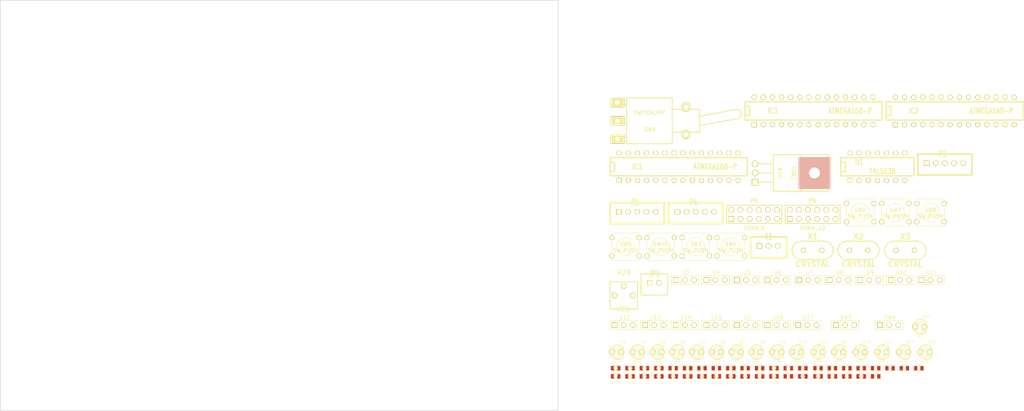
<source format=kicad_pcb>
(kicad_pcb (version 3) (host pcbnew "(2013-06-18 BZR 4216)-testing")

  (general
    (links 225)
    (no_connects 225)
    (area -0.075001 -0.075001 155.075001 114.075001)
    (thickness 1.6)
    (drawings 4)
    (tracks 0)
    (zones 0)
    (modules 100)
    (nets 118)
  )

  (page A4)
  (layers
    (15 F.Cu signal)
    (0 B.Cu signal)
    (16 B.Adhes user)
    (17 F.Adhes user)
    (18 B.Paste user)
    (19 F.Paste user)
    (20 B.SilkS user)
    (21 F.SilkS user)
    (22 B.Mask user)
    (23 F.Mask user)
    (24 Dwgs.User user)
    (25 Cmts.User user)
    (26 Eco1.User user)
    (27 Eco2.User user)
    (28 Edge.Cuts user)
  )

  (setup
    (last_trace_width 0.254)
    (trace_clearance 0.254)
    (zone_clearance 0.508)
    (zone_45_only no)
    (trace_min 0.254)
    (segment_width 0.2)
    (edge_width 0.15)
    (via_size 0.889)
    (via_drill 0.635)
    (via_min_size 0.889)
    (via_min_drill 0.508)
    (uvia_size 0.508)
    (uvia_drill 0.127)
    (uvias_allowed no)
    (uvia_min_size 0.508)
    (uvia_min_drill 0.127)
    (pcb_text_width 0.3)
    (pcb_text_size 1.5 1.5)
    (mod_edge_width 0.15)
    (mod_text_size 1.5 1.5)
    (mod_text_width 0.15)
    (pad_size 1.524 1.524)
    (pad_drill 1.016)
    (pad_to_mask_clearance 0.2)
    (aux_axis_origin 0 0)
    (visible_elements 7FFFFFFF)
    (pcbplotparams
      (layerselection 3178497)
      (usegerberextensions true)
      (excludeedgelayer true)
      (linewidth 0.150000)
      (plotframeref false)
      (viasonmask false)
      (mode 1)
      (useauxorigin false)
      (hpglpennumber 1)
      (hpglpenspeed 20)
      (hpglpendiameter 15)
      (hpglpenoverlay 2)
      (psnegative false)
      (psa4output false)
      (plotreference true)
      (plotvalue true)
      (plotothertext true)
      (plotinvisibletext false)
      (padsonsilk false)
      (subtractmaskfromsilk false)
      (outputformat 1)
      (mirror false)
      (drillshape 1)
      (scaleselection 1)
      (outputdirectory ""))
  )

  (net 0 "")
  (net 1 +3.3V)
  (net 2 +5V)
  (net 3 5V)
  (net 4 A0)
  (net 5 A1)
  (net 6 A2)
  (net 7 BATT)
  (net 8 BallRST)
  (net 9 BallRXD)
  (net 10 BallTDX)
  (net 11 BallTXD)
  (net 12 DIS)
  (net 13 Dribler)
  (net 14 GND)
  (net 15 IR0)
  (net 16 IR1)
  (net 17 IR10)
  (net 18 IR11)
  (net 19 IR12)
  (net 20 IR13)
  (net 21 IR14)
  (net 22 IR15)
  (net 23 IR2)
  (net 24 IR3)
  (net 25 IR4)
  (net 26 IR5)
  (net 27 IR6)
  (net 28 IR7)
  (net 29 IR8)
  (net 30 IR9)
  (net 31 Kicker)
  (net 32 MISO)
  (net 33 MODE)
  (net 34 MOSI)
  (net 35 MainRDX)
  (net 36 MainRST)
  (net 37 MainRXD)
  (net 38 MainRXD_out)
  (net 39 MainTXD)
  (net 40 MainTXD_out)
  (net 41 N-000001)
  (net 42 N-0000010)
  (net 43 N-00000100)
  (net 44 N-00000101)
  (net 45 N-00000102)
  (net 46 N-00000103)
  (net 47 N-00000104)
  (net 48 N-00000105)
  (net 49 N-00000106)
  (net 50 N-00000107)
  (net 51 N-00000108)
  (net 52 N-00000109)
  (net 53 N-00000111)
  (net 54 N-00000112)
  (net 55 N-00000113)
  (net 56 N-00000114)
  (net 57 N-00000115)
  (net 58 N-00000116)
  (net 59 N-00000117)
  (net 60 N-00000118)
  (net 61 N-00000120)
  (net 62 N-0000016)
  (net 63 N-0000021)
  (net 64 N-0000025)
  (net 65 N-0000026)
  (net 66 N-0000030)
  (net 67 N-0000031)
  (net 68 N-0000034)
  (net 69 N-0000039)
  (net 70 N-0000040)
  (net 71 N-000005)
  (net 72 N-0000056)
  (net 73 N-0000057)
  (net 74 N-000006)
  (net 75 N-0000062)
  (net 76 N-0000067)
  (net 77 N-000007)
  (net 78 N-0000074)
  (net 79 N-0000076)
  (net 80 N-0000077)
  (net 81 N-0000078)
  (net 82 N-0000079)
  (net 83 N-000008)
  (net 84 N-0000080)
  (net 85 N-0000081)
  (net 86 N-0000082)
  (net 87 N-0000083)
  (net 88 N-0000085)
  (net 89 N-000009)
  (net 90 N-0000098)
  (net 91 N-0000099)
  (net 92 ON/OFF)
  (net 93 RST)
  (net 94 SCK)
  (net 95 SCL)
  (net 96 SDA)
  (net 97 SS0)
  (net 98 SS1)
  (net 99 SS2)
  (net 100 SS3)
  (net 101 SS4)
  (net 102 SS5)
  (net 103 SS6)
  (net 104 SS7)
  (net 105 SW0)
  (net 106 SW1)
  (net 107 SW2)
  (net 108 SW3)
  (net 109 US0)
  (net 110 US1)
  (net 111 US2)
  (net 112 US3)
  (net 113 US4)
  (net 114 US5)
  (net 115 lcdRST)
  (net 116 lcdRXD)
  (net 117 lcdTXD)

  (net_class Default "これは標準のネット クラスです。"
    (clearance 0.254)
    (trace_width 0.254)
    (via_dia 0.889)
    (via_drill 0.635)
    (uvia_dia 0.508)
    (uvia_drill 0.127)
    (add_net "")
    (add_net +3.3V)
    (add_net +5V)
    (add_net 5V)
    (add_net A0)
    (add_net A1)
    (add_net A2)
    (add_net BATT)
    (add_net BallRST)
    (add_net BallRXD)
    (add_net BallTDX)
    (add_net BallTXD)
    (add_net DIS)
    (add_net Dribler)
    (add_net GND)
    (add_net IR0)
    (add_net IR1)
    (add_net IR10)
    (add_net IR11)
    (add_net IR12)
    (add_net IR13)
    (add_net IR14)
    (add_net IR15)
    (add_net IR2)
    (add_net IR3)
    (add_net IR4)
    (add_net IR5)
    (add_net IR6)
    (add_net IR7)
    (add_net IR8)
    (add_net IR9)
    (add_net Kicker)
    (add_net MISO)
    (add_net MODE)
    (add_net MOSI)
    (add_net MainRDX)
    (add_net MainRST)
    (add_net MainRXD)
    (add_net MainRXD_out)
    (add_net MainTXD)
    (add_net MainTXD_out)
    (add_net N-000001)
    (add_net N-0000010)
    (add_net N-00000100)
    (add_net N-00000101)
    (add_net N-00000102)
    (add_net N-00000103)
    (add_net N-00000104)
    (add_net N-00000105)
    (add_net N-00000106)
    (add_net N-00000107)
    (add_net N-00000108)
    (add_net N-00000109)
    (add_net N-00000111)
    (add_net N-00000112)
    (add_net N-00000113)
    (add_net N-00000114)
    (add_net N-00000115)
    (add_net N-00000116)
    (add_net N-00000117)
    (add_net N-00000118)
    (add_net N-00000120)
    (add_net N-0000016)
    (add_net N-0000021)
    (add_net N-0000025)
    (add_net N-0000026)
    (add_net N-0000030)
    (add_net N-0000031)
    (add_net N-0000034)
    (add_net N-0000039)
    (add_net N-0000040)
    (add_net N-000005)
    (add_net N-0000056)
    (add_net N-0000057)
    (add_net N-000006)
    (add_net N-0000062)
    (add_net N-0000067)
    (add_net N-000007)
    (add_net N-0000074)
    (add_net N-0000076)
    (add_net N-0000077)
    (add_net N-0000078)
    (add_net N-0000079)
    (add_net N-000008)
    (add_net N-0000080)
    (add_net N-0000081)
    (add_net N-0000082)
    (add_net N-0000083)
    (add_net N-0000085)
    (add_net N-000009)
    (add_net N-0000098)
    (add_net N-0000099)
    (add_net ON/OFF)
    (add_net RST)
    (add_net SCK)
    (add_net SCL)
    (add_net SDA)
    (add_net SS0)
    (add_net SS1)
    (add_net SS2)
    (add_net SS3)
    (add_net SS4)
    (add_net SS5)
    (add_net SS6)
    (add_net SS7)
    (add_net SW0)
    (add_net SW1)
    (add_net SW2)
    (add_net SW3)
    (add_net US0)
    (add_net US1)
    (add_net US2)
    (add_net US3)
    (add_net US4)
    (add_net US5)
    (add_net lcdRST)
    (add_net lcdRXD)
    (add_net lcdTXD)
  )

  (module SM0603 (layer F.Cu) (tedit 542D5226) (tstamp 5454C9DD)
    (at 219 104.5)
    (path /5439EF89)
    (attr smd)
    (fp_text reference C1 (at 0 0) (layer F.SilkS)
      (effects (font (size 0.508 0.4572) (thickness 0.1143)))
    )
    (fp_text value C (at 0 0) (layer F.SilkS) hide
      (effects (font (size 0.508 0.4572) (thickness 0.1143)))
    )
    (fp_line (start -1.4 -0.7) (end -1.4 0.7) (layer F.SilkS) (width 0.15))
    (fp_line (start -1.4 -0.7) (end 1.4 -0.7) (layer F.SilkS) (width 0.15))
    (fp_line (start 1.4 -0.7) (end 1.4 0.7) (layer F.SilkS) (width 0.15))
    (fp_line (start 1.4 0.7) (end -1.4 0.7) (layer F.SilkS) (width 0.15))
    (pad 1 smd rect (at -0.88 0) (size 0.9 1.2)
      (layers F.Cu F.Paste F.Mask)
      (net 14 GND)
    )
    (pad 2 smd rect (at 0.88 0) (size 0.9 1.2)
      (layers F.Cu F.Paste F.Mask)
      (net 72 N-0000056)
    )
    (model smd\resistors\R0603.wrl
      (at (xyz 0 0 0.001))
      (scale (xyz 0.5 0.5 0.5))
      (rotate (xyz 0 0 0))
    )
  )

  (module SM0603 (layer F.Cu) (tedit 542D5226) (tstamp 5454C9E7)
    (at 255.25 102.25)
    (path /5439EF8F)
    (attr smd)
    (fp_text reference C2 (at 0 0) (layer F.SilkS)
      (effects (font (size 0.508 0.4572) (thickness 0.1143)))
    )
    (fp_text value C (at 0 0) (layer F.SilkS) hide
      (effects (font (size 0.508 0.4572) (thickness 0.1143)))
    )
    (fp_line (start -1.4 -0.7) (end -1.4 0.7) (layer F.SilkS) (width 0.15))
    (fp_line (start -1.4 -0.7) (end 1.4 -0.7) (layer F.SilkS) (width 0.15))
    (fp_line (start 1.4 -0.7) (end 1.4 0.7) (layer F.SilkS) (width 0.15))
    (fp_line (start 1.4 0.7) (end -1.4 0.7) (layer F.SilkS) (width 0.15))
    (pad 1 smd rect (at -0.88 0) (size 0.9 1.2)
      (layers F.Cu F.Paste F.Mask)
      (net 14 GND)
    )
    (pad 2 smd rect (at 0.88 0) (size 0.9 1.2)
      (layers F.Cu F.Paste F.Mask)
      (net 72 N-0000056)
    )
    (model smd\resistors\R0603.wrl
      (at (xyz 0 0 0.001))
      (scale (xyz 0.5 0.5 0.5))
      (rotate (xyz 0 0 0))
    )
  )

  (module SM0603 (layer F.Cu) (tedit 542D5226) (tstamp 5454C9F1)
    (at 251.25 102.25)
    (path /5439CAD6)
    (attr smd)
    (fp_text reference C3 (at 0 0) (layer F.SilkS)
      (effects (font (size 0.508 0.4572) (thickness 0.1143)))
    )
    (fp_text value C (at 0 0) (layer F.SilkS) hide
      (effects (font (size 0.508 0.4572) (thickness 0.1143)))
    )
    (fp_line (start -1.4 -0.7) (end -1.4 0.7) (layer F.SilkS) (width 0.15))
    (fp_line (start -1.4 -0.7) (end 1.4 -0.7) (layer F.SilkS) (width 0.15))
    (fp_line (start 1.4 -0.7) (end 1.4 0.7) (layer F.SilkS) (width 0.15))
    (fp_line (start 1.4 0.7) (end -1.4 0.7) (layer F.SilkS) (width 0.15))
    (pad 1 smd rect (at -0.88 0) (size 0.9 1.2)
      (layers F.Cu F.Paste F.Mask)
      (net 14 GND)
    )
    (pad 2 smd rect (at 0.88 0) (size 0.9 1.2)
      (layers F.Cu F.Paste F.Mask)
      (net 41 N-000001)
    )
    (model smd\resistors\R0603.wrl
      (at (xyz 0 0 0.001))
      (scale (xyz 0.5 0.5 0.5))
      (rotate (xyz 0 0 0))
    )
  )

  (module SM0603 (layer F.Cu) (tedit 542D5226) (tstamp 5454C9FB)
    (at 247.25 102.25)
    (path /5439CAE5)
    (attr smd)
    (fp_text reference C4 (at 0 0) (layer F.SilkS)
      (effects (font (size 0.508 0.4572) (thickness 0.1143)))
    )
    (fp_text value C (at 0 0) (layer F.SilkS) hide
      (effects (font (size 0.508 0.4572) (thickness 0.1143)))
    )
    (fp_line (start -1.4 -0.7) (end -1.4 0.7) (layer F.SilkS) (width 0.15))
    (fp_line (start -1.4 -0.7) (end 1.4 -0.7) (layer F.SilkS) (width 0.15))
    (fp_line (start 1.4 -0.7) (end 1.4 0.7) (layer F.SilkS) (width 0.15))
    (fp_line (start 1.4 0.7) (end -1.4 0.7) (layer F.SilkS) (width 0.15))
    (pad 1 smd rect (at -0.88 0) (size 0.9 1.2)
      (layers F.Cu F.Paste F.Mask)
      (net 14 GND)
    )
    (pad 2 smd rect (at 0.88 0) (size 0.9 1.2)
      (layers F.Cu F.Paste F.Mask)
      (net 41 N-000001)
    )
    (model smd\resistors\R0603.wrl
      (at (xyz 0 0 0.001))
      (scale (xyz 0.5 0.5 0.5))
      (rotate (xyz 0 0 0))
    )
  )

  (module SM0603 (layer F.Cu) (tedit 542D5226) (tstamp 5454CA05)
    (at 243.25 102.25)
    (path /5439C986)
    (attr smd)
    (fp_text reference C5 (at 0 0) (layer F.SilkS)
      (effects (font (size 0.508 0.4572) (thickness 0.1143)))
    )
    (fp_text value C (at 0 0) (layer F.SilkS) hide
      (effects (font (size 0.508 0.4572) (thickness 0.1143)))
    )
    (fp_line (start -1.4 -0.7) (end -1.4 0.7) (layer F.SilkS) (width 0.15))
    (fp_line (start -1.4 -0.7) (end 1.4 -0.7) (layer F.SilkS) (width 0.15))
    (fp_line (start 1.4 -0.7) (end 1.4 0.7) (layer F.SilkS) (width 0.15))
    (fp_line (start 1.4 0.7) (end -1.4 0.7) (layer F.SilkS) (width 0.15))
    (pad 1 smd rect (at -0.88 0) (size 0.9 1.2)
      (layers F.Cu F.Paste F.Mask)
      (net 2 +5V)
    )
    (pad 2 smd rect (at 0.88 0) (size 0.9 1.2)
      (layers F.Cu F.Paste F.Mask)
      (net 14 GND)
    )
    (model smd\resistors\R0603.wrl
      (at (xyz 0 0 0.001))
      (scale (xyz 0.5 0.5 0.5))
      (rotate (xyz 0 0 0))
    )
  )

  (module SM0603 (layer F.Cu) (tedit 542D5226) (tstamp 5454CA0F)
    (at 239.25 102.25)
    (path /5439D174)
    (attr smd)
    (fp_text reference C6 (at 0 0) (layer F.SilkS)
      (effects (font (size 0.508 0.4572) (thickness 0.1143)))
    )
    (fp_text value C (at 0 0) (layer F.SilkS) hide
      (effects (font (size 0.508 0.4572) (thickness 0.1143)))
    )
    (fp_line (start -1.4 -0.7) (end -1.4 0.7) (layer F.SilkS) (width 0.15))
    (fp_line (start -1.4 -0.7) (end 1.4 -0.7) (layer F.SilkS) (width 0.15))
    (fp_line (start 1.4 -0.7) (end 1.4 0.7) (layer F.SilkS) (width 0.15))
    (fp_line (start 1.4 0.7) (end -1.4 0.7) (layer F.SilkS) (width 0.15))
    (pad 1 smd rect (at -0.88 0) (size 0.9 1.2)
      (layers F.Cu F.Paste F.Mask)
      (net 105 SW0)
    )
    (pad 2 smd rect (at 0.88 0) (size 0.9 1.2)
      (layers F.Cu F.Paste F.Mask)
      (net 14 GND)
    )
    (model smd\resistors\R0603.wrl
      (at (xyz 0 0 0.001))
      (scale (xyz 0.5 0.5 0.5))
      (rotate (xyz 0 0 0))
    )
  )

  (module SM0603 (layer F.Cu) (tedit 542D5226) (tstamp 5454CA19)
    (at 235.25 102.25)
    (path /5439D183)
    (attr smd)
    (fp_text reference C7 (at 0 0) (layer F.SilkS)
      (effects (font (size 0.508 0.4572) (thickness 0.1143)))
    )
    (fp_text value C (at 0 0) (layer F.SilkS) hide
      (effects (font (size 0.508 0.4572) (thickness 0.1143)))
    )
    (fp_line (start -1.4 -0.7) (end -1.4 0.7) (layer F.SilkS) (width 0.15))
    (fp_line (start -1.4 -0.7) (end 1.4 -0.7) (layer F.SilkS) (width 0.15))
    (fp_line (start 1.4 -0.7) (end 1.4 0.7) (layer F.SilkS) (width 0.15))
    (fp_line (start 1.4 0.7) (end -1.4 0.7) (layer F.SilkS) (width 0.15))
    (pad 1 smd rect (at -0.88 0) (size 0.9 1.2)
      (layers F.Cu F.Paste F.Mask)
      (net 106 SW1)
    )
    (pad 2 smd rect (at 0.88 0) (size 0.9 1.2)
      (layers F.Cu F.Paste F.Mask)
      (net 14 GND)
    )
    (model smd\resistors\R0603.wrl
      (at (xyz 0 0 0.001))
      (scale (xyz 0.5 0.5 0.5))
      (rotate (xyz 0 0 0))
    )
  )

  (module SM0603 (layer F.Cu) (tedit 542D5226) (tstamp 5454CA23)
    (at 231.25 102.25)
    (path /5439D192)
    (attr smd)
    (fp_text reference C8 (at 0 0) (layer F.SilkS)
      (effects (font (size 0.508 0.4572) (thickness 0.1143)))
    )
    (fp_text value C (at 0 0) (layer F.SilkS) hide
      (effects (font (size 0.508 0.4572) (thickness 0.1143)))
    )
    (fp_line (start -1.4 -0.7) (end -1.4 0.7) (layer F.SilkS) (width 0.15))
    (fp_line (start -1.4 -0.7) (end 1.4 -0.7) (layer F.SilkS) (width 0.15))
    (fp_line (start 1.4 -0.7) (end 1.4 0.7) (layer F.SilkS) (width 0.15))
    (fp_line (start 1.4 0.7) (end -1.4 0.7) (layer F.SilkS) (width 0.15))
    (pad 1 smd rect (at -0.88 0) (size 0.9 1.2)
      (layers F.Cu F.Paste F.Mask)
      (net 14 GND)
    )
    (pad 2 smd rect (at 0.88 0) (size 0.9 1.2)
      (layers F.Cu F.Paste F.Mask)
      (net 107 SW2)
    )
    (model smd\resistors\R0603.wrl
      (at (xyz 0 0 0.001))
      (scale (xyz 0.5 0.5 0.5))
      (rotate (xyz 0 0 0))
    )
  )

  (module SM0603 (layer F.Cu) (tedit 542D5226) (tstamp 5454CA2D)
    (at 227.25 102.25)
    (path /5439D1A1)
    (attr smd)
    (fp_text reference C9 (at 0 0) (layer F.SilkS)
      (effects (font (size 0.508 0.4572) (thickness 0.1143)))
    )
    (fp_text value C (at 0 0) (layer F.SilkS) hide
      (effects (font (size 0.508 0.4572) (thickness 0.1143)))
    )
    (fp_line (start -1.4 -0.7) (end -1.4 0.7) (layer F.SilkS) (width 0.15))
    (fp_line (start -1.4 -0.7) (end 1.4 -0.7) (layer F.SilkS) (width 0.15))
    (fp_line (start 1.4 -0.7) (end 1.4 0.7) (layer F.SilkS) (width 0.15))
    (fp_line (start 1.4 0.7) (end -1.4 0.7) (layer F.SilkS) (width 0.15))
    (pad 1 smd rect (at -0.88 0) (size 0.9 1.2)
      (layers F.Cu F.Paste F.Mask)
      (net 14 GND)
    )
    (pad 2 smd rect (at 0.88 0) (size 0.9 1.2)
      (layers F.Cu F.Paste F.Mask)
      (net 108 SW3)
    )
    (model smd\resistors\R0603.wrl
      (at (xyz 0 0 0.001))
      (scale (xyz 0.5 0.5 0.5))
      (rotate (xyz 0 0 0))
    )
  )

  (module SM0603 (layer F.Cu) (tedit 542D5226) (tstamp 5454CA37)
    (at 183 102.25)
    (path /5439C995)
    (attr smd)
    (fp_text reference C10 (at 0 0) (layer F.SilkS)
      (effects (font (size 0.508 0.4572) (thickness 0.1143)))
    )
    (fp_text value C (at 0 0) (layer F.SilkS) hide
      (effects (font (size 0.508 0.4572) (thickness 0.1143)))
    )
    (fp_line (start -1.4 -0.7) (end -1.4 0.7) (layer F.SilkS) (width 0.15))
    (fp_line (start -1.4 -0.7) (end 1.4 -0.7) (layer F.SilkS) (width 0.15))
    (fp_line (start 1.4 -0.7) (end 1.4 0.7) (layer F.SilkS) (width 0.15))
    (fp_line (start 1.4 0.7) (end -1.4 0.7) (layer F.SilkS) (width 0.15))
    (pad 1 smd rect (at -0.88 0) (size 0.9 1.2)
      (layers F.Cu F.Paste F.Mask)
      (net 1 +3.3V)
    )
    (pad 2 smd rect (at 0.88 0) (size 0.9 1.2)
      (layers F.Cu F.Paste F.Mask)
      (net 14 GND)
    )
    (model smd\resistors\R0603.wrl
      (at (xyz 0 0 0.001))
      (scale (xyz 0.5 0.5 0.5))
      (rotate (xyz 0 0 0))
    )
  )

  (module SM0603 (layer F.Cu) (tedit 542D5226) (tstamp 5454CA41)
    (at 219 102.25)
    (path /5439F35C)
    (attr smd)
    (fp_text reference C11 (at 0 0) (layer F.SilkS)
      (effects (font (size 0.508 0.4572) (thickness 0.1143)))
    )
    (fp_text value C (at 0 0) (layer F.SilkS) hide
      (effects (font (size 0.508 0.4572) (thickness 0.1143)))
    )
    (fp_line (start -1.4 -0.7) (end -1.4 0.7) (layer F.SilkS) (width 0.15))
    (fp_line (start -1.4 -0.7) (end 1.4 -0.7) (layer F.SilkS) (width 0.15))
    (fp_line (start 1.4 -0.7) (end 1.4 0.7) (layer F.SilkS) (width 0.15))
    (fp_line (start 1.4 0.7) (end -1.4 0.7) (layer F.SilkS) (width 0.15))
    (pad 1 smd rect (at -0.88 0) (size 0.9 1.2)
      (layers F.Cu F.Paste F.Mask)
      (net 14 GND)
    )
    (pad 2 smd rect (at 0.88 0) (size 0.9 1.2)
      (layers F.Cu F.Paste F.Mask)
      (net 73 N-0000057)
    )
    (model smd\resistors\R0603.wrl
      (at (xyz 0 0 0.001))
      (scale (xyz 0.5 0.5 0.5))
      (rotate (xyz 0 0 0))
    )
  )

  (module SM0603 (layer F.Cu) (tedit 542D5226) (tstamp 5454CA4B)
    (at 215 102.25)
    (path /5439F362)
    (attr smd)
    (fp_text reference C12 (at 0 0) (layer F.SilkS)
      (effects (font (size 0.508 0.4572) (thickness 0.1143)))
    )
    (fp_text value C (at 0 0) (layer F.SilkS) hide
      (effects (font (size 0.508 0.4572) (thickness 0.1143)))
    )
    (fp_line (start -1.4 -0.7) (end -1.4 0.7) (layer F.SilkS) (width 0.15))
    (fp_line (start -1.4 -0.7) (end 1.4 -0.7) (layer F.SilkS) (width 0.15))
    (fp_line (start 1.4 -0.7) (end 1.4 0.7) (layer F.SilkS) (width 0.15))
    (fp_line (start 1.4 0.7) (end -1.4 0.7) (layer F.SilkS) (width 0.15))
    (pad 1 smd rect (at -0.88 0) (size 0.9 1.2)
      (layers F.Cu F.Paste F.Mask)
      (net 14 GND)
    )
    (pad 2 smd rect (at 0.88 0) (size 0.9 1.2)
      (layers F.Cu F.Paste F.Mask)
      (net 73 N-0000057)
    )
    (model smd\resistors\R0603.wrl
      (at (xyz 0 0 0.001))
      (scale (xyz 0.5 0.5 0.5))
      (rotate (xyz 0 0 0))
    )
  )

  (module LED-3MM (layer F.Cu) (tedit 49BFA23B) (tstamp 5454CA64)
    (at 193.5 97.75)
    (descr "LED 3mm - Lead pitch 100mil (2,54mm)")
    (tags "LED led 3mm 3MM 100mil 2,54mm")
    (path /5439EAE2)
    (fp_text reference D1 (at 1.778 -2.794) (layer F.SilkS)
      (effects (font (size 0.762 0.762) (thickness 0.0889)))
    )
    (fp_text value LED (at 0 2.54) (layer F.SilkS)
      (effects (font (size 0.762 0.762) (thickness 0.0889)))
    )
    (fp_line (start 1.8288 1.27) (end 1.8288 -1.27) (layer F.SilkS) (width 0.254))
    (fp_arc (start 0.254 0) (end -1.27 0) (angle 39.8) (layer F.SilkS) (width 0.1524))
    (fp_arc (start 0.254 0) (end -0.88392 1.01092) (angle 41.6) (layer F.SilkS) (width 0.1524))
    (fp_arc (start 0.254 0) (end 1.4097 -0.9906) (angle 40.6) (layer F.SilkS) (width 0.1524))
    (fp_arc (start 0.254 0) (end 1.778 0) (angle 39.8) (layer F.SilkS) (width 0.1524))
    (fp_arc (start 0.254 0) (end 0.254 -1.524) (angle 54.4) (layer F.SilkS) (width 0.1524))
    (fp_arc (start 0.254 0) (end -0.9652 -0.9144) (angle 53.1) (layer F.SilkS) (width 0.1524))
    (fp_arc (start 0.254 0) (end 1.45542 0.93472) (angle 52.1) (layer F.SilkS) (width 0.1524))
    (fp_arc (start 0.254 0) (end 0.254 1.524) (angle 52.1) (layer F.SilkS) (width 0.1524))
    (fp_arc (start 0.254 0) (end -0.381 0) (angle 90) (layer F.SilkS) (width 0.1524))
    (fp_arc (start 0.254 0) (end -0.762 0) (angle 90) (layer F.SilkS) (width 0.1524))
    (fp_arc (start 0.254 0) (end 0.889 0) (angle 90) (layer F.SilkS) (width 0.1524))
    (fp_arc (start 0.254 0) (end 1.27 0) (angle 90) (layer F.SilkS) (width 0.1524))
    (fp_arc (start 0.254 0) (end 0.254 -2.032) (angle 50.1) (layer F.SilkS) (width 0.254))
    (fp_arc (start 0.254 0) (end -1.5367 -0.95504) (angle 61.9) (layer F.SilkS) (width 0.254))
    (fp_arc (start 0.254 0) (end 1.8034 1.31064) (angle 49.7) (layer F.SilkS) (width 0.254))
    (fp_arc (start 0.254 0) (end 0.254 2.032) (angle 60.2) (layer F.SilkS) (width 0.254))
    (fp_arc (start 0.254 0) (end -1.778 0) (angle 28.3) (layer F.SilkS) (width 0.254))
    (fp_arc (start 0.254 0) (end -1.47574 1.06426) (angle 31.6) (layer F.SilkS) (width 0.254))
    (pad 1 thru_hole circle (at -1.27 0) (size 1.6764 1.6764) (drill 0.8128)
      (layers *.Cu F.Paste F.SilkS F.Mask)
      (net 12 DIS)
    )
    (pad 2 thru_hole circle (at 1.27 0) (size 1.6764 1.6764) (drill 0.8128)
      (layers *.Cu F.Paste F.SilkS F.Mask)
      (net 52 N-00000109)
    )
    (model discret/leds/led3_vertical_verde.wrl
      (at (xyz 0 0 0))
      (scale (xyz 1 1 1))
      (rotate (xyz 0 0 0))
    )
  )

  (module LED-3MM (layer F.Cu) (tedit 49BFA23B) (tstamp 5454CA7D)
    (at 188 97.75)
    (descr "LED 3mm - Lead pitch 100mil (2,54mm)")
    (tags "LED led 3mm 3MM 100mil 2,54mm")
    (path /5439E125)
    (fp_text reference D2 (at 1.778 -2.794) (layer F.SilkS)
      (effects (font (size 0.762 0.762) (thickness 0.0889)))
    )
    (fp_text value LED (at 0 2.54) (layer F.SilkS)
      (effects (font (size 0.762 0.762) (thickness 0.0889)))
    )
    (fp_line (start 1.8288 1.27) (end 1.8288 -1.27) (layer F.SilkS) (width 0.254))
    (fp_arc (start 0.254 0) (end -1.27 0) (angle 39.8) (layer F.SilkS) (width 0.1524))
    (fp_arc (start 0.254 0) (end -0.88392 1.01092) (angle 41.6) (layer F.SilkS) (width 0.1524))
    (fp_arc (start 0.254 0) (end 1.4097 -0.9906) (angle 40.6) (layer F.SilkS) (width 0.1524))
    (fp_arc (start 0.254 0) (end 1.778 0) (angle 39.8) (layer F.SilkS) (width 0.1524))
    (fp_arc (start 0.254 0) (end 0.254 -1.524) (angle 54.4) (layer F.SilkS) (width 0.1524))
    (fp_arc (start 0.254 0) (end -0.9652 -0.9144) (angle 53.1) (layer F.SilkS) (width 0.1524))
    (fp_arc (start 0.254 0) (end 1.45542 0.93472) (angle 52.1) (layer F.SilkS) (width 0.1524))
    (fp_arc (start 0.254 0) (end 0.254 1.524) (angle 52.1) (layer F.SilkS) (width 0.1524))
    (fp_arc (start 0.254 0) (end -0.381 0) (angle 90) (layer F.SilkS) (width 0.1524))
    (fp_arc (start 0.254 0) (end -0.762 0) (angle 90) (layer F.SilkS) (width 0.1524))
    (fp_arc (start 0.254 0) (end 0.889 0) (angle 90) (layer F.SilkS) (width 0.1524))
    (fp_arc (start 0.254 0) (end 1.27 0) (angle 90) (layer F.SilkS) (width 0.1524))
    (fp_arc (start 0.254 0) (end 0.254 -2.032) (angle 50.1) (layer F.SilkS) (width 0.254))
    (fp_arc (start 0.254 0) (end -1.5367 -0.95504) (angle 61.9) (layer F.SilkS) (width 0.254))
    (fp_arc (start 0.254 0) (end 1.8034 1.31064) (angle 49.7) (layer F.SilkS) (width 0.254))
    (fp_arc (start 0.254 0) (end 0.254 2.032) (angle 60.2) (layer F.SilkS) (width 0.254))
    (fp_arc (start 0.254 0) (end -1.778 0) (angle 28.3) (layer F.SilkS) (width 0.254))
    (fp_arc (start 0.254 0) (end -1.47574 1.06426) (angle 31.6) (layer F.SilkS) (width 0.254))
    (pad 1 thru_hole circle (at -1.27 0) (size 1.6764 1.6764) (drill 0.8128)
      (layers *.Cu F.Paste F.SilkS F.Mask)
      (net 2 +5V)
    )
    (pad 2 thru_hole circle (at 1.27 0) (size 1.6764 1.6764) (drill 0.8128)
      (layers *.Cu F.Paste F.SilkS F.Mask)
      (net 81 N-0000078)
    )
    (model discret/leds/led3_vertical_verde.wrl
      (at (xyz 0 0 0))
      (scale (xyz 1 1 1))
      (rotate (xyz 0 0 0))
    )
  )

  (module LED-3MM (layer F.Cu) (tedit 49BFA23B) (tstamp 5454CA96)
    (at 182.5 97.75)
    (descr "LED 3mm - Lead pitch 100mil (2,54mm)")
    (tags "LED led 3mm 3MM 100mil 2,54mm")
    (path /5439E512)
    (fp_text reference D3 (at 1.778 -2.794) (layer F.SilkS)
      (effects (font (size 0.762 0.762) (thickness 0.0889)))
    )
    (fp_text value LED (at 0 2.54) (layer F.SilkS)
      (effects (font (size 0.762 0.762) (thickness 0.0889)))
    )
    (fp_line (start 1.8288 1.27) (end 1.8288 -1.27) (layer F.SilkS) (width 0.254))
    (fp_arc (start 0.254 0) (end -1.27 0) (angle 39.8) (layer F.SilkS) (width 0.1524))
    (fp_arc (start 0.254 0) (end -0.88392 1.01092) (angle 41.6) (layer F.SilkS) (width 0.1524))
    (fp_arc (start 0.254 0) (end 1.4097 -0.9906) (angle 40.6) (layer F.SilkS) (width 0.1524))
    (fp_arc (start 0.254 0) (end 1.778 0) (angle 39.8) (layer F.SilkS) (width 0.1524))
    (fp_arc (start 0.254 0) (end 0.254 -1.524) (angle 54.4) (layer F.SilkS) (width 0.1524))
    (fp_arc (start 0.254 0) (end -0.9652 -0.9144) (angle 53.1) (layer F.SilkS) (width 0.1524))
    (fp_arc (start 0.254 0) (end 1.45542 0.93472) (angle 52.1) (layer F.SilkS) (width 0.1524))
    (fp_arc (start 0.254 0) (end 0.254 1.524) (angle 52.1) (layer F.SilkS) (width 0.1524))
    (fp_arc (start 0.254 0) (end -0.381 0) (angle 90) (layer F.SilkS) (width 0.1524))
    (fp_arc (start 0.254 0) (end -0.762 0) (angle 90) (layer F.SilkS) (width 0.1524))
    (fp_arc (start 0.254 0) (end 0.889 0) (angle 90) (layer F.SilkS) (width 0.1524))
    (fp_arc (start 0.254 0) (end 1.27 0) (angle 90) (layer F.SilkS) (width 0.1524))
    (fp_arc (start 0.254 0) (end 0.254 -2.032) (angle 50.1) (layer F.SilkS) (width 0.254))
    (fp_arc (start 0.254 0) (end -1.5367 -0.95504) (angle 61.9) (layer F.SilkS) (width 0.254))
    (fp_arc (start 0.254 0) (end 1.8034 1.31064) (angle 49.7) (layer F.SilkS) (width 0.254))
    (fp_arc (start 0.254 0) (end 0.254 2.032) (angle 60.2) (layer F.SilkS) (width 0.254))
    (fp_arc (start 0.254 0) (end -1.778 0) (angle 28.3) (layer F.SilkS) (width 0.254))
    (fp_arc (start 0.254 0) (end -1.47574 1.06426) (angle 31.6) (layer F.SilkS) (width 0.254))
    (pad 1 thru_hole circle (at -1.27 0) (size 1.6764 1.6764) (drill 0.8128)
      (layers *.Cu F.Paste F.SilkS F.Mask)
      (net 2 +5V)
    )
    (pad 2 thru_hole circle (at 1.27 0) (size 1.6764 1.6764) (drill 0.8128)
      (layers *.Cu F.Paste F.SilkS F.Mask)
      (net 82 N-0000079)
    )
    (model discret/leds/led3_vertical_verde.wrl
      (at (xyz 0 0 0))
      (scale (xyz 1 1 1))
      (rotate (xyz 0 0 0))
    )
  )

  (module LED-3MM (layer F.Cu) (tedit 49BFA23B) (tstamp 5454CAAF)
    (at 177 97.75)
    (descr "LED 3mm - Lead pitch 100mil (2,54mm)")
    (tags "LED led 3mm 3MM 100mil 2,54mm")
    (path /5439E581)
    (fp_text reference D4 (at 1.778 -2.794) (layer F.SilkS)
      (effects (font (size 0.762 0.762) (thickness 0.0889)))
    )
    (fp_text value LED (at 0 2.54) (layer F.SilkS)
      (effects (font (size 0.762 0.762) (thickness 0.0889)))
    )
    (fp_line (start 1.8288 1.27) (end 1.8288 -1.27) (layer F.SilkS) (width 0.254))
    (fp_arc (start 0.254 0) (end -1.27 0) (angle 39.8) (layer F.SilkS) (width 0.1524))
    (fp_arc (start 0.254 0) (end -0.88392 1.01092) (angle 41.6) (layer F.SilkS) (width 0.1524))
    (fp_arc (start 0.254 0) (end 1.4097 -0.9906) (angle 40.6) (layer F.SilkS) (width 0.1524))
    (fp_arc (start 0.254 0) (end 1.778 0) (angle 39.8) (layer F.SilkS) (width 0.1524))
    (fp_arc (start 0.254 0) (end 0.254 -1.524) (angle 54.4) (layer F.SilkS) (width 0.1524))
    (fp_arc (start 0.254 0) (end -0.9652 -0.9144) (angle 53.1) (layer F.SilkS) (width 0.1524))
    (fp_arc (start 0.254 0) (end 1.45542 0.93472) (angle 52.1) (layer F.SilkS) (width 0.1524))
    (fp_arc (start 0.254 0) (end 0.254 1.524) (angle 52.1) (layer F.SilkS) (width 0.1524))
    (fp_arc (start 0.254 0) (end -0.381 0) (angle 90) (layer F.SilkS) (width 0.1524))
    (fp_arc (start 0.254 0) (end -0.762 0) (angle 90) (layer F.SilkS) (width 0.1524))
    (fp_arc (start 0.254 0) (end 0.889 0) (angle 90) (layer F.SilkS) (width 0.1524))
    (fp_arc (start 0.254 0) (end 1.27 0) (angle 90) (layer F.SilkS) (width 0.1524))
    (fp_arc (start 0.254 0) (end 0.254 -2.032) (angle 50.1) (layer F.SilkS) (width 0.254))
    (fp_arc (start 0.254 0) (end -1.5367 -0.95504) (angle 61.9) (layer F.SilkS) (width 0.254))
    (fp_arc (start 0.254 0) (end 1.8034 1.31064) (angle 49.7) (layer F.SilkS) (width 0.254))
    (fp_arc (start 0.254 0) (end 0.254 2.032) (angle 60.2) (layer F.SilkS) (width 0.254))
    (fp_arc (start 0.254 0) (end -1.778 0) (angle 28.3) (layer F.SilkS) (width 0.254))
    (fp_arc (start 0.254 0) (end -1.47574 1.06426) (angle 31.6) (layer F.SilkS) (width 0.254))
    (pad 1 thru_hole circle (at -1.27 0) (size 1.6764 1.6764) (drill 0.8128)
      (layers *.Cu F.Paste F.SilkS F.Mask)
      (net 2 +5V)
    )
    (pad 2 thru_hole circle (at 1.27 0) (size 1.6764 1.6764) (drill 0.8128)
      (layers *.Cu F.Paste F.SilkS F.Mask)
      (net 84 N-0000080)
    )
    (model discret/leds/led3_vertical_verde.wrl
      (at (xyz 0 0 0))
      (scale (xyz 1 1 1))
      (rotate (xyz 0 0 0))
    )
  )

  (module LED-3MM (layer F.Cu) (tedit 49BFA23B) (tstamp 5454CAC8)
    (at 171.25 97.75)
    (descr "LED 3mm - Lead pitch 100mil (2,54mm)")
    (tags "LED led 3mm 3MM 100mil 2,54mm")
    (path /5439E5A6)
    (fp_text reference D5 (at 1.778 -2.794) (layer F.SilkS)
      (effects (font (size 0.762 0.762) (thickness 0.0889)))
    )
    (fp_text value LED (at 0 2.54) (layer F.SilkS)
      (effects (font (size 0.762 0.762) (thickness 0.0889)))
    )
    (fp_line (start 1.8288 1.27) (end 1.8288 -1.27) (layer F.SilkS) (width 0.254))
    (fp_arc (start 0.254 0) (end -1.27 0) (angle 39.8) (layer F.SilkS) (width 0.1524))
    (fp_arc (start 0.254 0) (end -0.88392 1.01092) (angle 41.6) (layer F.SilkS) (width 0.1524))
    (fp_arc (start 0.254 0) (end 1.4097 -0.9906) (angle 40.6) (layer F.SilkS) (width 0.1524))
    (fp_arc (start 0.254 0) (end 1.778 0) (angle 39.8) (layer F.SilkS) (width 0.1524))
    (fp_arc (start 0.254 0) (end 0.254 -1.524) (angle 54.4) (layer F.SilkS) (width 0.1524))
    (fp_arc (start 0.254 0) (end -0.9652 -0.9144) (angle 53.1) (layer F.SilkS) (width 0.1524))
    (fp_arc (start 0.254 0) (end 1.45542 0.93472) (angle 52.1) (layer F.SilkS) (width 0.1524))
    (fp_arc (start 0.254 0) (end 0.254 1.524) (angle 52.1) (layer F.SilkS) (width 0.1524))
    (fp_arc (start 0.254 0) (end -0.381 0) (angle 90) (layer F.SilkS) (width 0.1524))
    (fp_arc (start 0.254 0) (end -0.762 0) (angle 90) (layer F.SilkS) (width 0.1524))
    (fp_arc (start 0.254 0) (end 0.889 0) (angle 90) (layer F.SilkS) (width 0.1524))
    (fp_arc (start 0.254 0) (end 1.27 0) (angle 90) (layer F.SilkS) (width 0.1524))
    (fp_arc (start 0.254 0) (end 0.254 -2.032) (angle 50.1) (layer F.SilkS) (width 0.254))
    (fp_arc (start 0.254 0) (end -1.5367 -0.95504) (angle 61.9) (layer F.SilkS) (width 0.254))
    (fp_arc (start 0.254 0) (end 1.8034 1.31064) (angle 49.7) (layer F.SilkS) (width 0.254))
    (fp_arc (start 0.254 0) (end 0.254 2.032) (angle 60.2) (layer F.SilkS) (width 0.254))
    (fp_arc (start 0.254 0) (end -1.778 0) (angle 28.3) (layer F.SilkS) (width 0.254))
    (fp_arc (start 0.254 0) (end -1.47574 1.06426) (angle 31.6) (layer F.SilkS) (width 0.254))
    (pad 1 thru_hole circle (at -1.27 0) (size 1.6764 1.6764) (drill 0.8128)
      (layers *.Cu F.Paste F.SilkS F.Mask)
      (net 2 +5V)
    )
    (pad 2 thru_hole circle (at 1.27 0) (size 1.6764 1.6764) (drill 0.8128)
      (layers *.Cu F.Paste F.SilkS F.Mask)
      (net 57 N-00000115)
    )
    (model discret/leds/led3_vertical_verde.wrl
      (at (xyz 0 0 0))
      (scale (xyz 1 1 1))
      (rotate (xyz 0 0 0))
    )
  )

  (module LED-3MM (layer F.Cu) (tedit 49BFA23B) (tstamp 5454CAE1)
    (at 199 97.75)
    (descr "LED 3mm - Lead pitch 100mil (2,54mm)")
    (tags "LED led 3mm 3MM 100mil 2,54mm")
    (path /5439E5CB)
    (fp_text reference D6 (at 1.778 -2.794) (layer F.SilkS)
      (effects (font (size 0.762 0.762) (thickness 0.0889)))
    )
    (fp_text value LED (at 0 2.54) (layer F.SilkS)
      (effects (font (size 0.762 0.762) (thickness 0.0889)))
    )
    (fp_line (start 1.8288 1.27) (end 1.8288 -1.27) (layer F.SilkS) (width 0.254))
    (fp_arc (start 0.254 0) (end -1.27 0) (angle 39.8) (layer F.SilkS) (width 0.1524))
    (fp_arc (start 0.254 0) (end -0.88392 1.01092) (angle 41.6) (layer F.SilkS) (width 0.1524))
    (fp_arc (start 0.254 0) (end 1.4097 -0.9906) (angle 40.6) (layer F.SilkS) (width 0.1524))
    (fp_arc (start 0.254 0) (end 1.778 0) (angle 39.8) (layer F.SilkS) (width 0.1524))
    (fp_arc (start 0.254 0) (end 0.254 -1.524) (angle 54.4) (layer F.SilkS) (width 0.1524))
    (fp_arc (start 0.254 0) (end -0.9652 -0.9144) (angle 53.1) (layer F.SilkS) (width 0.1524))
    (fp_arc (start 0.254 0) (end 1.45542 0.93472) (angle 52.1) (layer F.SilkS) (width 0.1524))
    (fp_arc (start 0.254 0) (end 0.254 1.524) (angle 52.1) (layer F.SilkS) (width 0.1524))
    (fp_arc (start 0.254 0) (end -0.381 0) (angle 90) (layer F.SilkS) (width 0.1524))
    (fp_arc (start 0.254 0) (end -0.762 0) (angle 90) (layer F.SilkS) (width 0.1524))
    (fp_arc (start 0.254 0) (end 0.889 0) (angle 90) (layer F.SilkS) (width 0.1524))
    (fp_arc (start 0.254 0) (end 1.27 0) (angle 90) (layer F.SilkS) (width 0.1524))
    (fp_arc (start 0.254 0) (end 0.254 -2.032) (angle 50.1) (layer F.SilkS) (width 0.254))
    (fp_arc (start 0.254 0) (end -1.5367 -0.95504) (angle 61.9) (layer F.SilkS) (width 0.254))
    (fp_arc (start 0.254 0) (end 1.8034 1.31064) (angle 49.7) (layer F.SilkS) (width 0.254))
    (fp_arc (start 0.254 0) (end 0.254 2.032) (angle 60.2) (layer F.SilkS) (width 0.254))
    (fp_arc (start 0.254 0) (end -1.778 0) (angle 28.3) (layer F.SilkS) (width 0.254))
    (fp_arc (start 0.254 0) (end -1.47574 1.06426) (angle 31.6) (layer F.SilkS) (width 0.254))
    (pad 1 thru_hole circle (at -1.27 0) (size 1.6764 1.6764) (drill 0.8128)
      (layers *.Cu F.Paste F.SilkS F.Mask)
      (net 2 +5V)
    )
    (pad 2 thru_hole circle (at 1.27 0) (size 1.6764 1.6764) (drill 0.8128)
      (layers *.Cu F.Paste F.SilkS F.Mask)
      (net 55 N-00000113)
    )
    (model discret/leds/led3_vertical_verde.wrl
      (at (xyz 0 0 0))
      (scale (xyz 1 1 1))
      (rotate (xyz 0 0 0))
    )
  )

  (module LED-3MM (layer F.Cu) (tedit 49BFA23B) (tstamp 5454CAFA)
    (at 204.5 97.75)
    (descr "LED 3mm - Lead pitch 100mil (2,54mm)")
    (tags "LED led 3mm 3MM 100mil 2,54mm")
    (path /5439E5F0)
    (fp_text reference D7 (at 1.778 -2.794) (layer F.SilkS)
      (effects (font (size 0.762 0.762) (thickness 0.0889)))
    )
    (fp_text value LED (at 0 2.54) (layer F.SilkS)
      (effects (font (size 0.762 0.762) (thickness 0.0889)))
    )
    (fp_line (start 1.8288 1.27) (end 1.8288 -1.27) (layer F.SilkS) (width 0.254))
    (fp_arc (start 0.254 0) (end -1.27 0) (angle 39.8) (layer F.SilkS) (width 0.1524))
    (fp_arc (start 0.254 0) (end -0.88392 1.01092) (angle 41.6) (layer F.SilkS) (width 0.1524))
    (fp_arc (start 0.254 0) (end 1.4097 -0.9906) (angle 40.6) (layer F.SilkS) (width 0.1524))
    (fp_arc (start 0.254 0) (end 1.778 0) (angle 39.8) (layer F.SilkS) (width 0.1524))
    (fp_arc (start 0.254 0) (end 0.254 -1.524) (angle 54.4) (layer F.SilkS) (width 0.1524))
    (fp_arc (start 0.254 0) (end -0.9652 -0.9144) (angle 53.1) (layer F.SilkS) (width 0.1524))
    (fp_arc (start 0.254 0) (end 1.45542 0.93472) (angle 52.1) (layer F.SilkS) (width 0.1524))
    (fp_arc (start 0.254 0) (end 0.254 1.524) (angle 52.1) (layer F.SilkS) (width 0.1524))
    (fp_arc (start 0.254 0) (end -0.381 0) (angle 90) (layer F.SilkS) (width 0.1524))
    (fp_arc (start 0.254 0) (end -0.762 0) (angle 90) (layer F.SilkS) (width 0.1524))
    (fp_arc (start 0.254 0) (end 0.889 0) (angle 90) (layer F.SilkS) (width 0.1524))
    (fp_arc (start 0.254 0) (end 1.27 0) (angle 90) (layer F.SilkS) (width 0.1524))
    (fp_arc (start 0.254 0) (end 0.254 -2.032) (angle 50.1) (layer F.SilkS) (width 0.254))
    (fp_arc (start 0.254 0) (end -1.5367 -0.95504) (angle 61.9) (layer F.SilkS) (width 0.254))
    (fp_arc (start 0.254 0) (end 1.8034 1.31064) (angle 49.7) (layer F.SilkS) (width 0.254))
    (fp_arc (start 0.254 0) (end 0.254 2.032) (angle 60.2) (layer F.SilkS) (width 0.254))
    (fp_arc (start 0.254 0) (end -1.778 0) (angle 28.3) (layer F.SilkS) (width 0.254))
    (fp_arc (start 0.254 0) (end -1.47574 1.06426) (angle 31.6) (layer F.SilkS) (width 0.254))
    (pad 1 thru_hole circle (at -1.27 0) (size 1.6764 1.6764) (drill 0.8128)
      (layers *.Cu F.Paste F.SilkS F.Mask)
      (net 2 +5V)
    )
    (pad 2 thru_hole circle (at 1.27 0) (size 1.6764 1.6764) (drill 0.8128)
      (layers *.Cu F.Paste F.SilkS F.Mask)
      (net 54 N-00000112)
    )
    (model discret/leds/led3_vertical_verde.wrl
      (at (xyz 0 0 0))
      (scale (xyz 1 1 1))
      (rotate (xyz 0 0 0))
    )
  )

  (module LED-3MM (layer F.Cu) (tedit 49BFA23B) (tstamp 5454CB13)
    (at 210 97.75)
    (descr "LED 3mm - Lead pitch 100mil (2,54mm)")
    (tags "LED led 3mm 3MM 100mil 2,54mm")
    (path /5439E615)
    (fp_text reference D8 (at 1.778 -2.794) (layer F.SilkS)
      (effects (font (size 0.762 0.762) (thickness 0.0889)))
    )
    (fp_text value LED (at 0 2.54) (layer F.SilkS)
      (effects (font (size 0.762 0.762) (thickness 0.0889)))
    )
    (fp_line (start 1.8288 1.27) (end 1.8288 -1.27) (layer F.SilkS) (width 0.254))
    (fp_arc (start 0.254 0) (end -1.27 0) (angle 39.8) (layer F.SilkS) (width 0.1524))
    (fp_arc (start 0.254 0) (end -0.88392 1.01092) (angle 41.6) (layer F.SilkS) (width 0.1524))
    (fp_arc (start 0.254 0) (end 1.4097 -0.9906) (angle 40.6) (layer F.SilkS) (width 0.1524))
    (fp_arc (start 0.254 0) (end 1.778 0) (angle 39.8) (layer F.SilkS) (width 0.1524))
    (fp_arc (start 0.254 0) (end 0.254 -1.524) (angle 54.4) (layer F.SilkS) (width 0.1524))
    (fp_arc (start 0.254 0) (end -0.9652 -0.9144) (angle 53.1) (layer F.SilkS) (width 0.1524))
    (fp_arc (start 0.254 0) (end 1.45542 0.93472) (angle 52.1) (layer F.SilkS) (width 0.1524))
    (fp_arc (start 0.254 0) (end 0.254 1.524) (angle 52.1) (layer F.SilkS) (width 0.1524))
    (fp_arc (start 0.254 0) (end -0.381 0) (angle 90) (layer F.SilkS) (width 0.1524))
    (fp_arc (start 0.254 0) (end -0.762 0) (angle 90) (layer F.SilkS) (width 0.1524))
    (fp_arc (start 0.254 0) (end 0.889 0) (angle 90) (layer F.SilkS) (width 0.1524))
    (fp_arc (start 0.254 0) (end 1.27 0) (angle 90) (layer F.SilkS) (width 0.1524))
    (fp_arc (start 0.254 0) (end 0.254 -2.032) (angle 50.1) (layer F.SilkS) (width 0.254))
    (fp_arc (start 0.254 0) (end -1.5367 -0.95504) (angle 61.9) (layer F.SilkS) (width 0.254))
    (fp_arc (start 0.254 0) (end 1.8034 1.31064) (angle 49.7) (layer F.SilkS) (width 0.254))
    (fp_arc (start 0.254 0) (end 0.254 2.032) (angle 60.2) (layer F.SilkS) (width 0.254))
    (fp_arc (start 0.254 0) (end -1.778 0) (angle 28.3) (layer F.SilkS) (width 0.254))
    (fp_arc (start 0.254 0) (end -1.47574 1.06426) (angle 31.6) (layer F.SilkS) (width 0.254))
    (pad 1 thru_hole circle (at -1.27 0) (size 1.6764 1.6764) (drill 0.8128)
      (layers *.Cu F.Paste F.SilkS F.Mask)
      (net 2 +5V)
    )
    (pad 2 thru_hole circle (at 1.27 0) (size 1.6764 1.6764) (drill 0.8128)
      (layers *.Cu F.Paste F.SilkS F.Mask)
      (net 56 N-00000114)
    )
    (model discret/leds/led3_vertical_verde.wrl
      (at (xyz 0 0 0))
      (scale (xyz 1 1 1))
      (rotate (xyz 0 0 0))
    )
  )

  (module LED-3MM (layer F.Cu) (tedit 49BFA23B) (tstamp 5454CB2C)
    (at 215.75 97.75)
    (descr "LED 3mm - Lead pitch 100mil (2,54mm)")
    (tags "LED led 3mm 3MM 100mil 2,54mm")
    (path /5439E63A)
    (fp_text reference D9 (at 1.778 -2.794) (layer F.SilkS)
      (effects (font (size 0.762 0.762) (thickness 0.0889)))
    )
    (fp_text value LED (at 0 2.54) (layer F.SilkS)
      (effects (font (size 0.762 0.762) (thickness 0.0889)))
    )
    (fp_line (start 1.8288 1.27) (end 1.8288 -1.27) (layer F.SilkS) (width 0.254))
    (fp_arc (start 0.254 0) (end -1.27 0) (angle 39.8) (layer F.SilkS) (width 0.1524))
    (fp_arc (start 0.254 0) (end -0.88392 1.01092) (angle 41.6) (layer F.SilkS) (width 0.1524))
    (fp_arc (start 0.254 0) (end 1.4097 -0.9906) (angle 40.6) (layer F.SilkS) (width 0.1524))
    (fp_arc (start 0.254 0) (end 1.778 0) (angle 39.8) (layer F.SilkS) (width 0.1524))
    (fp_arc (start 0.254 0) (end 0.254 -1.524) (angle 54.4) (layer F.SilkS) (width 0.1524))
    (fp_arc (start 0.254 0) (end -0.9652 -0.9144) (angle 53.1) (layer F.SilkS) (width 0.1524))
    (fp_arc (start 0.254 0) (end 1.45542 0.93472) (angle 52.1) (layer F.SilkS) (width 0.1524))
    (fp_arc (start 0.254 0) (end 0.254 1.524) (angle 52.1) (layer F.SilkS) (width 0.1524))
    (fp_arc (start 0.254 0) (end -0.381 0) (angle 90) (layer F.SilkS) (width 0.1524))
    (fp_arc (start 0.254 0) (end -0.762 0) (angle 90) (layer F.SilkS) (width 0.1524))
    (fp_arc (start 0.254 0) (end 0.889 0) (angle 90) (layer F.SilkS) (width 0.1524))
    (fp_arc (start 0.254 0) (end 1.27 0) (angle 90) (layer F.SilkS) (width 0.1524))
    (fp_arc (start 0.254 0) (end 0.254 -2.032) (angle 50.1) (layer F.SilkS) (width 0.254))
    (fp_arc (start 0.254 0) (end -1.5367 -0.95504) (angle 61.9) (layer F.SilkS) (width 0.254))
    (fp_arc (start 0.254 0) (end 1.8034 1.31064) (angle 49.7) (layer F.SilkS) (width 0.254))
    (fp_arc (start 0.254 0) (end 0.254 2.032) (angle 60.2) (layer F.SilkS) (width 0.254))
    (fp_arc (start 0.254 0) (end -1.778 0) (angle 28.3) (layer F.SilkS) (width 0.254))
    (fp_arc (start 0.254 0) (end -1.47574 1.06426) (angle 31.6) (layer F.SilkS) (width 0.254))
    (pad 1 thru_hole circle (at -1.27 0) (size 1.6764 1.6764) (drill 0.8128)
      (layers *.Cu F.Paste F.SilkS F.Mask)
      (net 2 +5V)
    )
    (pad 2 thru_hole circle (at 1.27 0) (size 1.6764 1.6764) (drill 0.8128)
      (layers *.Cu F.Paste F.SilkS F.Mask)
      (net 60 N-00000118)
    )
    (model discret/leds/led3_vertical_verde.wrl
      (at (xyz 0 0 0))
      (scale (xyz 1 1 1))
      (rotate (xyz 0 0 0))
    )
  )

  (module LED-3MM (layer F.Cu) (tedit 49BFA23B) (tstamp 5454CB45)
    (at 221.25 97.75)
    (descr "LED 3mm - Lead pitch 100mil (2,54mm)")
    (tags "LED led 3mm 3MM 100mil 2,54mm")
    (path /5439E65F)
    (fp_text reference D10 (at 1.778 -2.794) (layer F.SilkS)
      (effects (font (size 0.762 0.762) (thickness 0.0889)))
    )
    (fp_text value LED (at 0 2.54) (layer F.SilkS)
      (effects (font (size 0.762 0.762) (thickness 0.0889)))
    )
    (fp_line (start 1.8288 1.27) (end 1.8288 -1.27) (layer F.SilkS) (width 0.254))
    (fp_arc (start 0.254 0) (end -1.27 0) (angle 39.8) (layer F.SilkS) (width 0.1524))
    (fp_arc (start 0.254 0) (end -0.88392 1.01092) (angle 41.6) (layer F.SilkS) (width 0.1524))
    (fp_arc (start 0.254 0) (end 1.4097 -0.9906) (angle 40.6) (layer F.SilkS) (width 0.1524))
    (fp_arc (start 0.254 0) (end 1.778 0) (angle 39.8) (layer F.SilkS) (width 0.1524))
    (fp_arc (start 0.254 0) (end 0.254 -1.524) (angle 54.4) (layer F.SilkS) (width 0.1524))
    (fp_arc (start 0.254 0) (end -0.9652 -0.9144) (angle 53.1) (layer F.SilkS) (width 0.1524))
    (fp_arc (start 0.254 0) (end 1.45542 0.93472) (angle 52.1) (layer F.SilkS) (width 0.1524))
    (fp_arc (start 0.254 0) (end 0.254 1.524) (angle 52.1) (layer F.SilkS) (width 0.1524))
    (fp_arc (start 0.254 0) (end -0.381 0) (angle 90) (layer F.SilkS) (width 0.1524))
    (fp_arc (start 0.254 0) (end -0.762 0) (angle 90) (layer F.SilkS) (width 0.1524))
    (fp_arc (start 0.254 0) (end 0.889 0) (angle 90) (layer F.SilkS) (width 0.1524))
    (fp_arc (start 0.254 0) (end 1.27 0) (angle 90) (layer F.SilkS) (width 0.1524))
    (fp_arc (start 0.254 0) (end 0.254 -2.032) (angle 50.1) (layer F.SilkS) (width 0.254))
    (fp_arc (start 0.254 0) (end -1.5367 -0.95504) (angle 61.9) (layer F.SilkS) (width 0.254))
    (fp_arc (start 0.254 0) (end 1.8034 1.31064) (angle 49.7) (layer F.SilkS) (width 0.254))
    (fp_arc (start 0.254 0) (end 0.254 2.032) (angle 60.2) (layer F.SilkS) (width 0.254))
    (fp_arc (start 0.254 0) (end -1.778 0) (angle 28.3) (layer F.SilkS) (width 0.254))
    (fp_arc (start 0.254 0) (end -1.47574 1.06426) (angle 31.6) (layer F.SilkS) (width 0.254))
    (pad 1 thru_hole circle (at -1.27 0) (size 1.6764 1.6764) (drill 0.8128)
      (layers *.Cu F.Paste F.SilkS F.Mask)
      (net 2 +5V)
    )
    (pad 2 thru_hole circle (at 1.27 0) (size 1.6764 1.6764) (drill 0.8128)
      (layers *.Cu F.Paste F.SilkS F.Mask)
      (net 61 N-00000120)
    )
    (model discret/leds/led3_vertical_verde.wrl
      (at (xyz 0 0 0))
      (scale (xyz 1 1 1))
      (rotate (xyz 0 0 0))
    )
  )

  (module LED-3MM (layer F.Cu) (tedit 49BFA23B) (tstamp 5454CB5E)
    (at 227.25 97.75)
    (descr "LED 3mm - Lead pitch 100mil (2,54mm)")
    (tags "LED led 3mm 3MM 100mil 2,54mm")
    (path /5439E684)
    (fp_text reference D11 (at 1.778 -2.794) (layer F.SilkS)
      (effects (font (size 0.762 0.762) (thickness 0.0889)))
    )
    (fp_text value LED (at 0 2.54) (layer F.SilkS)
      (effects (font (size 0.762 0.762) (thickness 0.0889)))
    )
    (fp_line (start 1.8288 1.27) (end 1.8288 -1.27) (layer F.SilkS) (width 0.254))
    (fp_arc (start 0.254 0) (end -1.27 0) (angle 39.8) (layer F.SilkS) (width 0.1524))
    (fp_arc (start 0.254 0) (end -0.88392 1.01092) (angle 41.6) (layer F.SilkS) (width 0.1524))
    (fp_arc (start 0.254 0) (end 1.4097 -0.9906) (angle 40.6) (layer F.SilkS) (width 0.1524))
    (fp_arc (start 0.254 0) (end 1.778 0) (angle 39.8) (layer F.SilkS) (width 0.1524))
    (fp_arc (start 0.254 0) (end 0.254 -1.524) (angle 54.4) (layer F.SilkS) (width 0.1524))
    (fp_arc (start 0.254 0) (end -0.9652 -0.9144) (angle 53.1) (layer F.SilkS) (width 0.1524))
    (fp_arc (start 0.254 0) (end 1.45542 0.93472) (angle 52.1) (layer F.SilkS) (width 0.1524))
    (fp_arc (start 0.254 0) (end 0.254 1.524) (angle 52.1) (layer F.SilkS) (width 0.1524))
    (fp_arc (start 0.254 0) (end -0.381 0) (angle 90) (layer F.SilkS) (width 0.1524))
    (fp_arc (start 0.254 0) (end -0.762 0) (angle 90) (layer F.SilkS) (width 0.1524))
    (fp_arc (start 0.254 0) (end 0.889 0) (angle 90) (layer F.SilkS) (width 0.1524))
    (fp_arc (start 0.254 0) (end 1.27 0) (angle 90) (layer F.SilkS) (width 0.1524))
    (fp_arc (start 0.254 0) (end 0.254 -2.032) (angle 50.1) (layer F.SilkS) (width 0.254))
    (fp_arc (start 0.254 0) (end -1.5367 -0.95504) (angle 61.9) (layer F.SilkS) (width 0.254))
    (fp_arc (start 0.254 0) (end 1.8034 1.31064) (angle 49.7) (layer F.SilkS) (width 0.254))
    (fp_arc (start 0.254 0) (end 0.254 2.032) (angle 60.2) (layer F.SilkS) (width 0.254))
    (fp_arc (start 0.254 0) (end -1.778 0) (angle 28.3) (layer F.SilkS) (width 0.254))
    (fp_arc (start 0.254 0) (end -1.47574 1.06426) (angle 31.6) (layer F.SilkS) (width 0.254))
    (pad 1 thru_hole circle (at -1.27 0) (size 1.6764 1.6764) (drill 0.8128)
      (layers *.Cu F.Paste F.SilkS F.Mask)
      (net 2 +5V)
    )
    (pad 2 thru_hole circle (at 1.27 0) (size 1.6764 1.6764) (drill 0.8128)
      (layers *.Cu F.Paste F.SilkS F.Mask)
      (net 58 N-00000116)
    )
    (model discret/leds/led3_vertical_verde.wrl
      (at (xyz 0 0 0))
      (scale (xyz 1 1 1))
      (rotate (xyz 0 0 0))
    )
  )

  (module LED-3MM (layer F.Cu) (tedit 49BFA23B) (tstamp 5454CB77)
    (at 255.5 90.75)
    (descr "LED 3mm - Lead pitch 100mil (2,54mm)")
    (tags "LED led 3mm 3MM 100mil 2,54mm")
    (path /5439E6A9)
    (fp_text reference D12 (at 1.778 -2.794) (layer F.SilkS)
      (effects (font (size 0.762 0.762) (thickness 0.0889)))
    )
    (fp_text value LED (at 0 2.54) (layer F.SilkS)
      (effects (font (size 0.762 0.762) (thickness 0.0889)))
    )
    (fp_line (start 1.8288 1.27) (end 1.8288 -1.27) (layer F.SilkS) (width 0.254))
    (fp_arc (start 0.254 0) (end -1.27 0) (angle 39.8) (layer F.SilkS) (width 0.1524))
    (fp_arc (start 0.254 0) (end -0.88392 1.01092) (angle 41.6) (layer F.SilkS) (width 0.1524))
    (fp_arc (start 0.254 0) (end 1.4097 -0.9906) (angle 40.6) (layer F.SilkS) (width 0.1524))
    (fp_arc (start 0.254 0) (end 1.778 0) (angle 39.8) (layer F.SilkS) (width 0.1524))
    (fp_arc (start 0.254 0) (end 0.254 -1.524) (angle 54.4) (layer F.SilkS) (width 0.1524))
    (fp_arc (start 0.254 0) (end -0.9652 -0.9144) (angle 53.1) (layer F.SilkS) (width 0.1524))
    (fp_arc (start 0.254 0) (end 1.45542 0.93472) (angle 52.1) (layer F.SilkS) (width 0.1524))
    (fp_arc (start 0.254 0) (end 0.254 1.524) (angle 52.1) (layer F.SilkS) (width 0.1524))
    (fp_arc (start 0.254 0) (end -0.381 0) (angle 90) (layer F.SilkS) (width 0.1524))
    (fp_arc (start 0.254 0) (end -0.762 0) (angle 90) (layer F.SilkS) (width 0.1524))
    (fp_arc (start 0.254 0) (end 0.889 0) (angle 90) (layer F.SilkS) (width 0.1524))
    (fp_arc (start 0.254 0) (end 1.27 0) (angle 90) (layer F.SilkS) (width 0.1524))
    (fp_arc (start 0.254 0) (end 0.254 -2.032) (angle 50.1) (layer F.SilkS) (width 0.254))
    (fp_arc (start 0.254 0) (end -1.5367 -0.95504) (angle 61.9) (layer F.SilkS) (width 0.254))
    (fp_arc (start 0.254 0) (end 1.8034 1.31064) (angle 49.7) (layer F.SilkS) (width 0.254))
    (fp_arc (start 0.254 0) (end 0.254 2.032) (angle 60.2) (layer F.SilkS) (width 0.254))
    (fp_arc (start 0.254 0) (end -1.778 0) (angle 28.3) (layer F.SilkS) (width 0.254))
    (fp_arc (start 0.254 0) (end -1.47574 1.06426) (angle 31.6) (layer F.SilkS) (width 0.254))
    (pad 1 thru_hole circle (at -1.27 0) (size 1.6764 1.6764) (drill 0.8128)
      (layers *.Cu F.Paste F.SilkS F.Mask)
      (net 2 +5V)
    )
    (pad 2 thru_hole circle (at 1.27 0) (size 1.6764 1.6764) (drill 0.8128)
      (layers *.Cu F.Paste F.SilkS F.Mask)
      (net 59 N-00000117)
    )
    (model discret/leds/led3_vertical_verde.wrl
      (at (xyz 0 0 0))
      (scale (xyz 1 1 1))
      (rotate (xyz 0 0 0))
    )
  )

  (module LED-3MM (layer F.Cu) (tedit 49BFA23B) (tstamp 5454CB90)
    (at 257 97.75)
    (descr "LED 3mm - Lead pitch 100mil (2,54mm)")
    (tags "LED led 3mm 3MM 100mil 2,54mm")
    (path /5439E6CE)
    (fp_text reference D13 (at 1.778 -2.794) (layer F.SilkS)
      (effects (font (size 0.762 0.762) (thickness 0.0889)))
    )
    (fp_text value LED (at 0 2.54) (layer F.SilkS)
      (effects (font (size 0.762 0.762) (thickness 0.0889)))
    )
    (fp_line (start 1.8288 1.27) (end 1.8288 -1.27) (layer F.SilkS) (width 0.254))
    (fp_arc (start 0.254 0) (end -1.27 0) (angle 39.8) (layer F.SilkS) (width 0.1524))
    (fp_arc (start 0.254 0) (end -0.88392 1.01092) (angle 41.6) (layer F.SilkS) (width 0.1524))
    (fp_arc (start 0.254 0) (end 1.4097 -0.9906) (angle 40.6) (layer F.SilkS) (width 0.1524))
    (fp_arc (start 0.254 0) (end 1.778 0) (angle 39.8) (layer F.SilkS) (width 0.1524))
    (fp_arc (start 0.254 0) (end 0.254 -1.524) (angle 54.4) (layer F.SilkS) (width 0.1524))
    (fp_arc (start 0.254 0) (end -0.9652 -0.9144) (angle 53.1) (layer F.SilkS) (width 0.1524))
    (fp_arc (start 0.254 0) (end 1.45542 0.93472) (angle 52.1) (layer F.SilkS) (width 0.1524))
    (fp_arc (start 0.254 0) (end 0.254 1.524) (angle 52.1) (layer F.SilkS) (width 0.1524))
    (fp_arc (start 0.254 0) (end -0.381 0) (angle 90) (layer F.SilkS) (width 0.1524))
    (fp_arc (start 0.254 0) (end -0.762 0) (angle 90) (layer F.SilkS) (width 0.1524))
    (fp_arc (start 0.254 0) (end 0.889 0) (angle 90) (layer F.SilkS) (width 0.1524))
    (fp_arc (start 0.254 0) (end 1.27 0) (angle 90) (layer F.SilkS) (width 0.1524))
    (fp_arc (start 0.254 0) (end 0.254 -2.032) (angle 50.1) (layer F.SilkS) (width 0.254))
    (fp_arc (start 0.254 0) (end -1.5367 -0.95504) (angle 61.9) (layer F.SilkS) (width 0.254))
    (fp_arc (start 0.254 0) (end 1.8034 1.31064) (angle 49.7) (layer F.SilkS) (width 0.254))
    (fp_arc (start 0.254 0) (end 0.254 2.032) (angle 60.2) (layer F.SilkS) (width 0.254))
    (fp_arc (start 0.254 0) (end -1.778 0) (angle 28.3) (layer F.SilkS) (width 0.254))
    (fp_arc (start 0.254 0) (end -1.47574 1.06426) (angle 31.6) (layer F.SilkS) (width 0.254))
    (pad 1 thru_hole circle (at -1.27 0) (size 1.6764 1.6764) (drill 0.8128)
      (layers *.Cu F.Paste F.SilkS F.Mask)
      (net 2 +5V)
    )
    (pad 2 thru_hole circle (at 1.27 0) (size 1.6764 1.6764) (drill 0.8128)
      (layers *.Cu F.Paste F.SilkS F.Mask)
      (net 50 N-00000107)
    )
    (model discret/leds/led3_vertical_verde.wrl
      (at (xyz 0 0 0))
      (scale (xyz 1 1 1))
      (rotate (xyz 0 0 0))
    )
  )

  (module LED-3MM (layer F.Cu) (tedit 49BFA23B) (tstamp 5454CBA9)
    (at 251 97.75)
    (descr "LED 3mm - Lead pitch 100mil (2,54mm)")
    (tags "LED led 3mm 3MM 100mil 2,54mm")
    (path /5439E6F3)
    (fp_text reference D14 (at 1.778 -2.794) (layer F.SilkS)
      (effects (font (size 0.762 0.762) (thickness 0.0889)))
    )
    (fp_text value LED (at 0 2.54) (layer F.SilkS)
      (effects (font (size 0.762 0.762) (thickness 0.0889)))
    )
    (fp_line (start 1.8288 1.27) (end 1.8288 -1.27) (layer F.SilkS) (width 0.254))
    (fp_arc (start 0.254 0) (end -1.27 0) (angle 39.8) (layer F.SilkS) (width 0.1524))
    (fp_arc (start 0.254 0) (end -0.88392 1.01092) (angle 41.6) (layer F.SilkS) (width 0.1524))
    (fp_arc (start 0.254 0) (end 1.4097 -0.9906) (angle 40.6) (layer F.SilkS) (width 0.1524))
    (fp_arc (start 0.254 0) (end 1.778 0) (angle 39.8) (layer F.SilkS) (width 0.1524))
    (fp_arc (start 0.254 0) (end 0.254 -1.524) (angle 54.4) (layer F.SilkS) (width 0.1524))
    (fp_arc (start 0.254 0) (end -0.9652 -0.9144) (angle 53.1) (layer F.SilkS) (width 0.1524))
    (fp_arc (start 0.254 0) (end 1.45542 0.93472) (angle 52.1) (layer F.SilkS) (width 0.1524))
    (fp_arc (start 0.254 0) (end 0.254 1.524) (angle 52.1) (layer F.SilkS) (width 0.1524))
    (fp_arc (start 0.254 0) (end -0.381 0) (angle 90) (layer F.SilkS) (width 0.1524))
    (fp_arc (start 0.254 0) (end -0.762 0) (angle 90) (layer F.SilkS) (width 0.1524))
    (fp_arc (start 0.254 0) (end 0.889 0) (angle 90) (layer F.SilkS) (width 0.1524))
    (fp_arc (start 0.254 0) (end 1.27 0) (angle 90) (layer F.SilkS) (width 0.1524))
    (fp_arc (start 0.254 0) (end 0.254 -2.032) (angle 50.1) (layer F.SilkS) (width 0.254))
    (fp_arc (start 0.254 0) (end -1.5367 -0.95504) (angle 61.9) (layer F.SilkS) (width 0.254))
    (fp_arc (start 0.254 0) (end 1.8034 1.31064) (angle 49.7) (layer F.SilkS) (width 0.254))
    (fp_arc (start 0.254 0) (end 0.254 2.032) (angle 60.2) (layer F.SilkS) (width 0.254))
    (fp_arc (start 0.254 0) (end -1.778 0) (angle 28.3) (layer F.SilkS) (width 0.254))
    (fp_arc (start 0.254 0) (end -1.47574 1.06426) (angle 31.6) (layer F.SilkS) (width 0.254))
    (pad 1 thru_hole circle (at -1.27 0) (size 1.6764 1.6764) (drill 0.8128)
      (layers *.Cu F.Paste F.SilkS F.Mask)
      (net 2 +5V)
    )
    (pad 2 thru_hole circle (at 1.27 0) (size 1.6764 1.6764) (drill 0.8128)
      (layers *.Cu F.Paste F.SilkS F.Mask)
      (net 51 N-00000108)
    )
    (model discret/leds/led3_vertical_verde.wrl
      (at (xyz 0 0 0))
      (scale (xyz 1 1 1))
      (rotate (xyz 0 0 0))
    )
  )

  (module LED-3MM (layer F.Cu) (tedit 49BFA23B) (tstamp 5454CBC2)
    (at 245 97.75)
    (descr "LED 3mm - Lead pitch 100mil (2,54mm)")
    (tags "LED led 3mm 3MM 100mil 2,54mm")
    (path /5439E718)
    (fp_text reference D15 (at 1.778 -2.794) (layer F.SilkS)
      (effects (font (size 0.762 0.762) (thickness 0.0889)))
    )
    (fp_text value LED (at 0 2.54) (layer F.SilkS)
      (effects (font (size 0.762 0.762) (thickness 0.0889)))
    )
    (fp_line (start 1.8288 1.27) (end 1.8288 -1.27) (layer F.SilkS) (width 0.254))
    (fp_arc (start 0.254 0) (end -1.27 0) (angle 39.8) (layer F.SilkS) (width 0.1524))
    (fp_arc (start 0.254 0) (end -0.88392 1.01092) (angle 41.6) (layer F.SilkS) (width 0.1524))
    (fp_arc (start 0.254 0) (end 1.4097 -0.9906) (angle 40.6) (layer F.SilkS) (width 0.1524))
    (fp_arc (start 0.254 0) (end 1.778 0) (angle 39.8) (layer F.SilkS) (width 0.1524))
    (fp_arc (start 0.254 0) (end 0.254 -1.524) (angle 54.4) (layer F.SilkS) (width 0.1524))
    (fp_arc (start 0.254 0) (end -0.9652 -0.9144) (angle 53.1) (layer F.SilkS) (width 0.1524))
    (fp_arc (start 0.254 0) (end 1.45542 0.93472) (angle 52.1) (layer F.SilkS) (width 0.1524))
    (fp_arc (start 0.254 0) (end 0.254 1.524) (angle 52.1) (layer F.SilkS) (width 0.1524))
    (fp_arc (start 0.254 0) (end -0.381 0) (angle 90) (layer F.SilkS) (width 0.1524))
    (fp_arc (start 0.254 0) (end -0.762 0) (angle 90) (layer F.SilkS) (width 0.1524))
    (fp_arc (start 0.254 0) (end 0.889 0) (angle 90) (layer F.SilkS) (width 0.1524))
    (fp_arc (start 0.254 0) (end 1.27 0) (angle 90) (layer F.SilkS) (width 0.1524))
    (fp_arc (start 0.254 0) (end 0.254 -2.032) (angle 50.1) (layer F.SilkS) (width 0.254))
    (fp_arc (start 0.254 0) (end -1.5367 -0.95504) (angle 61.9) (layer F.SilkS) (width 0.254))
    (fp_arc (start 0.254 0) (end 1.8034 1.31064) (angle 49.7) (layer F.SilkS) (width 0.254))
    (fp_arc (start 0.254 0) (end 0.254 2.032) (angle 60.2) (layer F.SilkS) (width 0.254))
    (fp_arc (start 0.254 0) (end -1.778 0) (angle 28.3) (layer F.SilkS) (width 0.254))
    (fp_arc (start 0.254 0) (end -1.47574 1.06426) (angle 31.6) (layer F.SilkS) (width 0.254))
    (pad 1 thru_hole circle (at -1.27 0) (size 1.6764 1.6764) (drill 0.8128)
      (layers *.Cu F.Paste F.SilkS F.Mask)
      (net 2 +5V)
    )
    (pad 2 thru_hole circle (at 1.27 0) (size 1.6764 1.6764) (drill 0.8128)
      (layers *.Cu F.Paste F.SilkS F.Mask)
      (net 48 N-00000105)
    )
    (model discret/leds/led3_vertical_verde.wrl
      (at (xyz 0 0 0))
      (scale (xyz 1 1 1))
      (rotate (xyz 0 0 0))
    )
  )

  (module LED-3MM (layer F.Cu) (tedit 49BFA23B) (tstamp 5454CBDB)
    (at 239 97.75)
    (descr "LED 3mm - Lead pitch 100mil (2,54mm)")
    (tags "LED led 3mm 3MM 100mil 2,54mm")
    (path /5439E73D)
    (fp_text reference D16 (at 1.778 -2.794) (layer F.SilkS)
      (effects (font (size 0.762 0.762) (thickness 0.0889)))
    )
    (fp_text value LED (at 0 2.54) (layer F.SilkS)
      (effects (font (size 0.762 0.762) (thickness 0.0889)))
    )
    (fp_line (start 1.8288 1.27) (end 1.8288 -1.27) (layer F.SilkS) (width 0.254))
    (fp_arc (start 0.254 0) (end -1.27 0) (angle 39.8) (layer F.SilkS) (width 0.1524))
    (fp_arc (start 0.254 0) (end -0.88392 1.01092) (angle 41.6) (layer F.SilkS) (width 0.1524))
    (fp_arc (start 0.254 0) (end 1.4097 -0.9906) (angle 40.6) (layer F.SilkS) (width 0.1524))
    (fp_arc (start 0.254 0) (end 1.778 0) (angle 39.8) (layer F.SilkS) (width 0.1524))
    (fp_arc (start 0.254 0) (end 0.254 -1.524) (angle 54.4) (layer F.SilkS) (width 0.1524))
    (fp_arc (start 0.254 0) (end -0.9652 -0.9144) (angle 53.1) (layer F.SilkS) (width 0.1524))
    (fp_arc (start 0.254 0) (end 1.45542 0.93472) (angle 52.1) (layer F.SilkS) (width 0.1524))
    (fp_arc (start 0.254 0) (end 0.254 1.524) (angle 52.1) (layer F.SilkS) (width 0.1524))
    (fp_arc (start 0.254 0) (end -0.381 0) (angle 90) (layer F.SilkS) (width 0.1524))
    (fp_arc (start 0.254 0) (end -0.762 0) (angle 90) (layer F.SilkS) (width 0.1524))
    (fp_arc (start 0.254 0) (end 0.889 0) (angle 90) (layer F.SilkS) (width 0.1524))
    (fp_arc (start 0.254 0) (end 1.27 0) (angle 90) (layer F.SilkS) (width 0.1524))
    (fp_arc (start 0.254 0) (end 0.254 -2.032) (angle 50.1) (layer F.SilkS) (width 0.254))
    (fp_arc (start 0.254 0) (end -1.5367 -0.95504) (angle 61.9) (layer F.SilkS) (width 0.254))
    (fp_arc (start 0.254 0) (end 1.8034 1.31064) (angle 49.7) (layer F.SilkS) (width 0.254))
    (fp_arc (start 0.254 0) (end 0.254 2.032) (angle 60.2) (layer F.SilkS) (width 0.254))
    (fp_arc (start 0.254 0) (end -1.778 0) (angle 28.3) (layer F.SilkS) (width 0.254))
    (fp_arc (start 0.254 0) (end -1.47574 1.06426) (angle 31.6) (layer F.SilkS) (width 0.254))
    (pad 1 thru_hole circle (at -1.27 0) (size 1.6764 1.6764) (drill 0.8128)
      (layers *.Cu F.Paste F.SilkS F.Mask)
      (net 2 +5V)
    )
    (pad 2 thru_hole circle (at 1.27 0) (size 1.6764 1.6764) (drill 0.8128)
      (layers *.Cu F.Paste F.SilkS F.Mask)
      (net 49 N-00000106)
    )
    (model discret/leds/led3_vertical_verde.wrl
      (at (xyz 0 0 0))
      (scale (xyz 1 1 1))
      (rotate (xyz 0 0 0))
    )
  )

  (module LED-3MM (layer F.Cu) (tedit 49BFA23B) (tstamp 5454CBF4)
    (at 233 97.75)
    (descr "LED 3mm - Lead pitch 100mil (2,54mm)")
    (tags "LED led 3mm 3MM 100mil 2,54mm")
    (path /5439E762)
    (fp_text reference D17 (at 1.778 -2.794) (layer F.SilkS)
      (effects (font (size 0.762 0.762) (thickness 0.0889)))
    )
    (fp_text value LED (at 0 2.54) (layer F.SilkS)
      (effects (font (size 0.762 0.762) (thickness 0.0889)))
    )
    (fp_line (start 1.8288 1.27) (end 1.8288 -1.27) (layer F.SilkS) (width 0.254))
    (fp_arc (start 0.254 0) (end -1.27 0) (angle 39.8) (layer F.SilkS) (width 0.1524))
    (fp_arc (start 0.254 0) (end -0.88392 1.01092) (angle 41.6) (layer F.SilkS) (width 0.1524))
    (fp_arc (start 0.254 0) (end 1.4097 -0.9906) (angle 40.6) (layer F.SilkS) (width 0.1524))
    (fp_arc (start 0.254 0) (end 1.778 0) (angle 39.8) (layer F.SilkS) (width 0.1524))
    (fp_arc (start 0.254 0) (end 0.254 -1.524) (angle 54.4) (layer F.SilkS) (width 0.1524))
    (fp_arc (start 0.254 0) (end -0.9652 -0.9144) (angle 53.1) (layer F.SilkS) (width 0.1524))
    (fp_arc (start 0.254 0) (end 1.45542 0.93472) (angle 52.1) (layer F.SilkS) (width 0.1524))
    (fp_arc (start 0.254 0) (end 0.254 1.524) (angle 52.1) (layer F.SilkS) (width 0.1524))
    (fp_arc (start 0.254 0) (end -0.381 0) (angle 90) (layer F.SilkS) (width 0.1524))
    (fp_arc (start 0.254 0) (end -0.762 0) (angle 90) (layer F.SilkS) (width 0.1524))
    (fp_arc (start 0.254 0) (end 0.889 0) (angle 90) (layer F.SilkS) (width 0.1524))
    (fp_arc (start 0.254 0) (end 1.27 0) (angle 90) (layer F.SilkS) (width 0.1524))
    (fp_arc (start 0.254 0) (end 0.254 -2.032) (angle 50.1) (layer F.SilkS) (width 0.254))
    (fp_arc (start 0.254 0) (end -1.5367 -0.95504) (angle 61.9) (layer F.SilkS) (width 0.254))
    (fp_arc (start 0.254 0) (end 1.8034 1.31064) (angle 49.7) (layer F.SilkS) (width 0.254))
    (fp_arc (start 0.254 0) (end 0.254 2.032) (angle 60.2) (layer F.SilkS) (width 0.254))
    (fp_arc (start 0.254 0) (end -1.778 0) (angle 28.3) (layer F.SilkS) (width 0.254))
    (fp_arc (start 0.254 0) (end -1.47574 1.06426) (angle 31.6) (layer F.SilkS) (width 0.254))
    (pad 1 thru_hole circle (at -1.27 0) (size 1.6764 1.6764) (drill 0.8128)
      (layers *.Cu F.Paste F.SilkS F.Mask)
      (net 2 +5V)
    )
    (pad 2 thru_hole circle (at 1.27 0) (size 1.6764 1.6764) (drill 0.8128)
      (layers *.Cu F.Paste F.SilkS F.Mask)
      (net 53 N-00000111)
    )
    (model discret/leds/led3_vertical_verde.wrl
      (at (xyz 0 0 0))
      (scale (xyz 1 1 1))
      (rotate (xyz 0 0 0))
    )
  )

  (module XH2 (layer F.Cu) (tedit 5437FA41) (tstamp 5454CBFE)
    (at 181.75 78.5)
    (descr "Connecteurs 2 pins")
    (tags "CONN DEV")
    (path /5439EA09)
    (fp_text reference JP1 (at 0 -2.54) (layer F.SilkS)
      (effects (font (size 1.72974 1.08712) (thickness 0.3048)))
    )
    (fp_text value JUMPER (at 0 -2.54) (layer F.SilkS) hide
      (effects (font (size 1.524 1.016) (thickness 0.3048)))
    )
    (fp_line (start 3.7 3.4) (end 3.7 -2.5) (layer F.SilkS) (width 0.3))
    (fp_line (start 3.7 -2.5) (end -3.7 -2.5) (layer F.SilkS) (width 0.3))
    (fp_line (start -3.7 -2.5) (end -3.7 3.4) (layer F.SilkS) (width 0.3))
    (fp_line (start 3.7 3.4) (end -3.7 3.4) (layer F.SilkS) (width 0.3))
    (pad 1 thru_hole rect (at -1.27 0) (size 1.5 1.5) (drill 0.9)
      (layers *.Cu *.Mask F.SilkS)
      (net 2 +5V)
    )
    (pad 2 thru_hole circle (at 1.27 0) (size 1.5 1.5) (drill 0.9)
      (layers *.Cu *.Mask F.SilkS)
      (net 33 MODE)
    )
    (model pin_array/pins_array_2x1.wrl
      (at (xyz 0 0 0))
      (scale (xyz 1 1 1))
      (rotate (xyz 0 0 0))
    )
  )

  (module XH3 (layer F.Cu) (tedit 5398578B) (tstamp 5454CC09)
    (at 213.5 68.25)
    (descr "Connecteur 3 pins")
    (tags "CONN DEV")
    (path /544A0ECC)
    (fp_text reference K1 (at 0 -2.54) (layer F.SilkS)
      (effects (font (size 1.7907 1.07696) (thickness 0.3048)))
    )
    (fp_text value CONN_3 (at 0 -2.54) (layer F.SilkS) hide
      (effects (font (size 1.524 1.016) (thickness 0.3048)))
    )
    (fp_line (start 5 3.3) (end -5 3.3) (layer F.SilkS) (width 0.5))
    (fp_line (start -5 3.3) (end -5 -2.5) (layer F.SilkS) (width 0.5))
    (fp_line (start -5 -2.5) (end 5 -2.5) (layer F.SilkS) (width 0.5))
    (fp_line (start 5 -2.5) (end 5 3.3) (layer F.SilkS) (width 0.5))
    (pad 1 thru_hole rect (at -2.54 0) (size 1.5 1.5) (drill 0.9)
      (layers *.Cu *.Mask F.SilkS)
      (net 3 5V)
    )
    (pad 2 thru_hole circle (at 0 0) (size 1.5 1.5) (drill 0.9)
      (layers *.Cu *.Mask F.SilkS)
      (net 7 BATT)
    )
    (pad 3 thru_hole circle (at 2.54 0) (size 1.5 1.5) (drill 0.9)
      (layers *.Cu *.Mask F.SilkS)
      (net 14 GND)
    )
    (model pin_array/pins_array_3x1.wrl
      (at (xyz 0 0 0))
      (scale (xyz 1 1 1))
      (rotate (xyz 0 0 0))
    )
  )

  (module XH5 (layer F.Cu) (tedit 539857C4) (tstamp 5454CC16)
    (at 262.5 45.25)
    (descr "Connecteur 5 pins")
    (tags "CONN DEV")
    (path /544A0EAE)
    (fp_text reference P2 (at -0.635 -2.54) (layer F.SilkS)
      (effects (font (size 1.72974 1.08712) (thickness 0.3048)))
    )
    (fp_text value DIL14 (at 0 -2.54) (layer F.SilkS) hide
      (effects (font (size 1.524 1.016) (thickness 0.3048)))
    )
    (fp_line (start 7.5 3.3) (end -7.5 3.3) (layer F.SilkS) (width 0.5))
    (fp_line (start -7.5 3.3) (end -7.5 -2.5) (layer F.SilkS) (width 0.5))
    (fp_line (start -7.5 -2.5) (end 7.5 -2.5) (layer F.SilkS) (width 0.5))
    (fp_line (start 7.5 -2.5) (end 7.5 3.3) (layer F.SilkS) (width 0.5))
    (pad 1 thru_hole rect (at -5.08 0) (size 1.5 1.5) (drill 0.9)
      (layers *.Cu *.Mask F.SilkS)
      (net 34 MOSI)
    )
    (pad 2 thru_hole circle (at -2.54 0) (size 1.5 1.5) (drill 0.9)
      (layers *.Cu *.Mask F.SilkS)
      (net 32 MISO)
    )
    (pad 3 thru_hole circle (at 0 0) (size 1.5 1.5) (drill 0.9)
      (layers *.Cu *.Mask F.SilkS)
      (net 94 SCK)
    )
    (pad 4 thru_hole circle (at 2.54 0) (size 1.5 1.5) (drill 0.9)
      (layers *.Cu *.Mask F.SilkS)
      (net 97 SS0)
    )
    (pad 5 thru_hole circle (at 5.08 0) (size 1.5 1.5) (drill 0.9)
      (layers *.Cu *.Mask F.SilkS)
      (net 98 SS1)
    )
    (model pin_array/pins_array_5x1.wrl
      (at (xyz 0 0 0))
      (scale (xyz 1 1 1))
      (rotate (xyz 0 0 0))
    )
  )

  (module XH5 (layer F.Cu) (tedit 539857C4) (tstamp 5454CC23)
    (at 177 58.75)
    (descr "Connecteur 5 pins")
    (tags "CONN DEV")
    (path /5439EFA7)
    (fp_text reference P3 (at -0.635 -2.54) (layer F.SilkS)
      (effects (font (size 1.72974 1.08712) (thickness 0.3048)))
    )
    (fp_text value CONN_5 (at 0 -2.54) (layer F.SilkS) hide
      (effects (font (size 1.524 1.016) (thickness 0.3048)))
    )
    (fp_line (start 7.5 3.3) (end -7.5 3.3) (layer F.SilkS) (width 0.5))
    (fp_line (start -7.5 3.3) (end -7.5 -2.5) (layer F.SilkS) (width 0.5))
    (fp_line (start -7.5 -2.5) (end 7.5 -2.5) (layer F.SilkS) (width 0.5))
    (fp_line (start 7.5 -2.5) (end 7.5 3.3) (layer F.SilkS) (width 0.5))
    (pad 1 thru_hole rect (at -5.08 0) (size 1.5 1.5) (drill 0.9)
      (layers *.Cu *.Mask F.SilkS)
      (net 2 +5V)
    )
    (pad 2 thru_hole circle (at -2.54 0) (size 1.5 1.5) (drill 0.9)
      (layers *.Cu *.Mask F.SilkS)
      (net 14 GND)
    )
    (pad 3 thru_hole circle (at 0 0) (size 1.5 1.5) (drill 0.9)
      (layers *.Cu *.Mask F.SilkS)
      (net 36 MainRST)
    )
    (pad 4 thru_hole circle (at 2.54 0) (size 1.5 1.5) (drill 0.9)
      (layers *.Cu *.Mask F.SilkS)
      (net 38 MainRXD_out)
    )
    (pad 5 thru_hole circle (at 5.08 0) (size 1.5 1.5) (drill 0.9)
      (layers *.Cu *.Mask F.SilkS)
      (net 40 MainTXD_out)
    )
    (model pin_array/pins_array_5x1.wrl
      (at (xyz 0 0 0))
      (scale (xyz 1 1 1))
      (rotate (xyz 0 0 0))
    )
  )

  (module XH5 (layer F.Cu) (tedit 539857C4) (tstamp 5454CC30)
    (at 193.25 58.75)
    (descr "Connecteur 5 pins")
    (tags "CONN DEV")
    (path /5439F392)
    (fp_text reference P4 (at -0.635 -2.54) (layer F.SilkS)
      (effects (font (size 1.72974 1.08712) (thickness 0.3048)))
    )
    (fp_text value CONN_5 (at 0 -2.54) (layer F.SilkS) hide
      (effects (font (size 1.524 1.016) (thickness 0.3048)))
    )
    (fp_line (start 7.5 3.3) (end -7.5 3.3) (layer F.SilkS) (width 0.5))
    (fp_line (start -7.5 3.3) (end -7.5 -2.5) (layer F.SilkS) (width 0.5))
    (fp_line (start -7.5 -2.5) (end 7.5 -2.5) (layer F.SilkS) (width 0.5))
    (fp_line (start 7.5 -2.5) (end 7.5 3.3) (layer F.SilkS) (width 0.5))
    (pad 1 thru_hole rect (at -5.08 0) (size 1.5 1.5) (drill 0.9)
      (layers *.Cu *.Mask F.SilkS)
      (net 2 +5V)
    )
    (pad 2 thru_hole circle (at -2.54 0) (size 1.5 1.5) (drill 0.9)
      (layers *.Cu *.Mask F.SilkS)
      (net 14 GND)
    )
    (pad 3 thru_hole circle (at 0 0) (size 1.5 1.5) (drill 0.9)
      (layers *.Cu *.Mask F.SilkS)
      (net 115 lcdRST)
    )
    (pad 4 thru_hole circle (at 2.54 0) (size 1.5 1.5) (drill 0.9)
      (layers *.Cu *.Mask F.SilkS)
      (net 116 lcdRXD)
    )
    (pad 5 thru_hole circle (at 5.08 0) (size 1.5 1.5) (drill 0.9)
      (layers *.Cu *.Mask F.SilkS)
      (net 117 lcdTXD)
    )
    (model pin_array/pins_array_5x1.wrl
      (at (xyz 0 0 0))
      (scale (xyz 1 1 1))
      (rotate (xyz 0 0 0))
    )
  )

  (module pin_array_6x2 (layer F.Cu) (tedit 3FB38A8B) (tstamp 5454CC44)
    (at 209.5 59.5)
    (descr "Double rangee de contacts 2 x 6 pins")
    (tags CONN)
    (path /5439F376)
    (fp_text reference P5 (at 0 -3.81) (layer F.SilkS)
      (effects (font (size 1.016 1.016) (thickness 0.27432)))
    )
    (fp_text value CONN_5 (at 0 3.81) (layer F.SilkS)
      (effects (font (size 1.016 1.016) (thickness 0.2032)))
    )
    (fp_line (start -7.62 -2.54) (end 7.62 -2.54) (layer F.SilkS) (width 0.3048))
    (fp_line (start 7.62 -2.54) (end 7.62 2.54) (layer F.SilkS) (width 0.3048))
    (fp_line (start 7.62 2.54) (end -7.62 2.54) (layer F.SilkS) (width 0.3048))
    (fp_line (start -7.62 2.54) (end -7.62 -2.54) (layer F.SilkS) (width 0.3048))
    (pad 1 thru_hole rect (at -6.35 1.27) (size 1.524 1.524) (drill 1.016)
      (layers *.Cu *.Mask F.SilkS)
      (net 2 +5V)
    )
    (pad 2 thru_hole circle (at -6.35 -1.27) (size 1.524 1.524) (drill 1.016)
      (layers *.Cu *.Mask F.SilkS)
      (net 14 GND)
    )
    (pad 3 thru_hole circle (at -3.81 1.27) (size 1.524 1.524) (drill 1.016)
      (layers *.Cu *.Mask F.SilkS)
      (net 8 BallRST)
    )
    (pad 4 thru_hole circle (at -3.81 -1.27) (size 1.524 1.524) (drill 1.016)
      (layers *.Cu *.Mask F.SilkS)
      (net 9 BallRXD)
    )
    (pad 5 thru_hole circle (at -1.27 1.27) (size 1.524 1.524) (drill 1.016)
      (layers *.Cu *.Mask F.SilkS)
      (net 11 BallTXD)
    )
    (pad 6 thru_hole circle (at -1.27 -1.27) (size 1.524 1.524) (drill 1.016)
      (layers *.Cu *.Mask F.SilkS)
    )
    (pad 7 thru_hole circle (at 1.27 1.27) (size 1.524 1.524) (drill 1.016)
      (layers *.Cu *.Mask F.SilkS)
    )
    (pad 8 thru_hole circle (at 1.27 -1.27) (size 1.524 1.524) (drill 1.016)
      (layers *.Cu *.Mask F.SilkS)
    )
    (pad 9 thru_hole circle (at 3.81 1.27) (size 1.524 1.524) (drill 1.016)
      (layers *.Cu *.Mask F.SilkS)
    )
    (pad 10 thru_hole circle (at 3.81 -1.27) (size 1.524 1.524) (drill 1.016)
      (layers *.Cu *.Mask F.SilkS)
    )
    (pad 11 thru_hole circle (at 6.35 1.27) (size 1.524 1.524) (drill 1.016)
      (layers *.Cu *.Mask F.SilkS)
    )
    (pad 12 thru_hole circle (at 6.35 -1.27) (size 1.524 1.524) (drill 1.016)
      (layers *.Cu *.Mask F.SilkS)
    )
    (model pin_array/pins_array_6x2.wrl
      (at (xyz 0 0 0))
      (scale (xyz 1 1 1))
      (rotate (xyz 0 0 0))
    )
  )

  (module pin_array_6x2 (layer F.Cu) (tedit 3FB38A8B) (tstamp 5454CC58)
    (at 225.75 59.5)
    (descr "Double rangee de contacts 2 x 6 pins")
    (tags CONN)
    (path /5439F75F)
    (fp_text reference P6 (at 0 -3.81) (layer F.SilkS)
      (effects (font (size 1.016 1.016) (thickness 0.27432)))
    )
    (fp_text value CONN_12 (at 0 3.81) (layer F.SilkS)
      (effects (font (size 1.016 1.016) (thickness 0.2032)))
    )
    (fp_line (start -7.62 -2.54) (end 7.62 -2.54) (layer F.SilkS) (width 0.3048))
    (fp_line (start 7.62 -2.54) (end 7.62 2.54) (layer F.SilkS) (width 0.3048))
    (fp_line (start 7.62 2.54) (end -7.62 2.54) (layer F.SilkS) (width 0.3048))
    (fp_line (start -7.62 2.54) (end -7.62 -2.54) (layer F.SilkS) (width 0.3048))
    (pad 1 thru_hole rect (at -6.35 1.27) (size 1.524 1.524) (drill 1.016)
      (layers *.Cu *.Mask F.SilkS)
      (net 2 +5V)
    )
    (pad 2 thru_hole circle (at -6.35 -1.27) (size 1.524 1.524) (drill 1.016)
      (layers *.Cu *.Mask F.SilkS)
      (net 14 GND)
    )
    (pad 3 thru_hole circle (at -3.81 1.27) (size 1.524 1.524) (drill 1.016)
      (layers *.Cu *.Mask F.SilkS)
      (net 71 N-000005)
    )
    (pad 4 thru_hole circle (at -3.81 -1.27) (size 1.524 1.524) (drill 1.016)
      (layers *.Cu *.Mask F.SilkS)
      (net 74 N-000006)
    )
    (pad 5 thru_hole circle (at -1.27 1.27) (size 1.524 1.524) (drill 1.016)
      (layers *.Cu *.Mask F.SilkS)
      (net 14 GND)
    )
    (pad 6 thru_hole circle (at -1.27 -1.27) (size 1.524 1.524) (drill 1.016)
      (layers *.Cu *.Mask F.SilkS)
      (net 77 N-000007)
    )
    (pad 7 thru_hole circle (at 1.27 1.27) (size 1.524 1.524) (drill 1.016)
      (layers *.Cu *.Mask F.SilkS)
      (net 68 N-0000034)
    )
    (pad 8 thru_hole circle (at 1.27 -1.27) (size 1.524 1.524) (drill 1.016)
      (layers *.Cu *.Mask F.SilkS)
      (net 83 N-000008)
    )
    (pad 9 thru_hole circle (at 3.81 1.27) (size 1.524 1.524) (drill 1.016)
      (layers *.Cu *.Mask F.SilkS)
      (net 67 N-0000031)
    )
    (pad 10 thru_hole circle (at 3.81 -1.27) (size 1.524 1.524) (drill 1.016)
      (layers *.Cu *.Mask F.SilkS)
      (net 89 N-000009)
    )
    (pad 11 thru_hole circle (at 6.35 1.27) (size 1.524 1.524) (drill 1.016)
      (layers *.Cu *.Mask F.SilkS)
      (net 14 GND)
    )
    (pad 12 thru_hole circle (at 6.35 -1.27) (size 1.524 1.524) (drill 1.016)
      (layers *.Cu *.Mask F.SilkS)
      (net 42 N-0000010)
    )
    (model pin_array/pins_array_6x2.wrl
      (at (xyz 0 0 0))
      (scale (xyz 1 1 1))
      (rotate (xyz 0 0 0))
    )
  )

  (module SM0603 (layer F.Cu) (tedit 542D5226) (tstamp 5454CC62)
    (at 211 102.25)
    (path /5439F700)
    (attr smd)
    (fp_text reference R1 (at 0 0) (layer F.SilkS)
      (effects (font (size 0.508 0.4572) (thickness 0.1143)))
    )
    (fp_text value R (at 0 0) (layer F.SilkS) hide
      (effects (font (size 0.508 0.4572) (thickness 0.1143)))
    )
    (fp_line (start -1.4 -0.7) (end -1.4 0.7) (layer F.SilkS) (width 0.15))
    (fp_line (start -1.4 -0.7) (end 1.4 -0.7) (layer F.SilkS) (width 0.15))
    (fp_line (start 1.4 -0.7) (end 1.4 0.7) (layer F.SilkS) (width 0.15))
    (fp_line (start 1.4 0.7) (end -1.4 0.7) (layer F.SilkS) (width 0.15))
    (pad 1 smd rect (at -0.88 0) (size 0.9 1.2)
      (layers F.Cu F.Paste F.Mask)
      (net 64 N-0000025)
    )
    (pad 2 smd rect (at 0.88 0) (size 0.9 1.2)
      (layers F.Cu F.Paste F.Mask)
      (net 8 BallRST)
    )
    (model smd\resistors\R0603.wrl
      (at (xyz 0 0 0.001))
      (scale (xyz 0.5 0.5 0.5))
      (rotate (xyz 0 0 0))
    )
  )

  (module SM0603 (layer F.Cu) (tedit 542D5226) (tstamp 5454CC6C)
    (at 207 102.25)
    (path /5439F6F9)
    (attr smd)
    (fp_text reference R2 (at 0 0) (layer F.SilkS)
      (effects (font (size 0.508 0.4572) (thickness 0.1143)))
    )
    (fp_text value R (at 0 0) (layer F.SilkS) hide
      (effects (font (size 0.508 0.4572) (thickness 0.1143)))
    )
    (fp_line (start -1.4 -0.7) (end -1.4 0.7) (layer F.SilkS) (width 0.15))
    (fp_line (start -1.4 -0.7) (end 1.4 -0.7) (layer F.SilkS) (width 0.15))
    (fp_line (start 1.4 -0.7) (end 1.4 0.7) (layer F.SilkS) (width 0.15))
    (fp_line (start 1.4 0.7) (end -1.4 0.7) (layer F.SilkS) (width 0.15))
    (pad 1 smd rect (at -0.88 0) (size 0.9 1.2)
      (layers F.Cu F.Paste F.Mask)
      (net 2 +5V)
    )
    (pad 2 smd rect (at 0.88 0) (size 0.9 1.2)
      (layers F.Cu F.Paste F.Mask)
      (net 64 N-0000025)
    )
    (model smd\resistors\R0603.wrl
      (at (xyz 0 0 0.001))
      (scale (xyz 0.5 0.5 0.5))
      (rotate (xyz 0 0 0))
    )
  )

  (module SM0603 (layer F.Cu) (tedit 542D5226) (tstamp 5454CC76)
    (at 203 102.25)
    (path /5439F6C8)
    (attr smd)
    (fp_text reference R3 (at 0 0) (layer F.SilkS)
      (effects (font (size 0.508 0.4572) (thickness 0.1143)))
    )
    (fp_text value R (at 0 0) (layer F.SilkS) hide
      (effects (font (size 0.508 0.4572) (thickness 0.1143)))
    )
    (fp_line (start -1.4 -0.7) (end -1.4 0.7) (layer F.SilkS) (width 0.15))
    (fp_line (start -1.4 -0.7) (end 1.4 -0.7) (layer F.SilkS) (width 0.15))
    (fp_line (start 1.4 -0.7) (end 1.4 0.7) (layer F.SilkS) (width 0.15))
    (fp_line (start 1.4 0.7) (end -1.4 0.7) (layer F.SilkS) (width 0.15))
    (pad 1 smd rect (at -0.88 0) (size 0.9 1.2)
      (layers F.Cu F.Paste F.Mask)
      (net 66 N-0000030)
    )
    (pad 2 smd rect (at 0.88 0) (size 0.9 1.2)
      (layers F.Cu F.Paste F.Mask)
      (net 36 MainRST)
    )
    (model smd\resistors\R0603.wrl
      (at (xyz 0 0 0.001))
      (scale (xyz 0.5 0.5 0.5))
      (rotate (xyz 0 0 0))
    )
  )

  (module SM0603 (layer F.Cu) (tedit 542D5226) (tstamp 5454CC80)
    (at 199 102.25)
    (path /5439F5CE)
    (attr smd)
    (fp_text reference R4 (at 0 0) (layer F.SilkS)
      (effects (font (size 0.508 0.4572) (thickness 0.1143)))
    )
    (fp_text value R (at 0 0) (layer F.SilkS) hide
      (effects (font (size 0.508 0.4572) (thickness 0.1143)))
    )
    (fp_line (start -1.4 -0.7) (end -1.4 0.7) (layer F.SilkS) (width 0.15))
    (fp_line (start -1.4 -0.7) (end 1.4 -0.7) (layer F.SilkS) (width 0.15))
    (fp_line (start 1.4 -0.7) (end 1.4 0.7) (layer F.SilkS) (width 0.15))
    (fp_line (start 1.4 0.7) (end -1.4 0.7) (layer F.SilkS) (width 0.15))
    (pad 1 smd rect (at -0.88 0) (size 0.9 1.2)
      (layers F.Cu F.Paste F.Mask)
      (net 2 +5V)
    )
    (pad 2 smd rect (at 0.88 0) (size 0.9 1.2)
      (layers F.Cu F.Paste F.Mask)
      (net 66 N-0000030)
    )
    (model smd\resistors\R0603.wrl
      (at (xyz 0 0 0.001))
      (scale (xyz 0.5 0.5 0.5))
      (rotate (xyz 0 0 0))
    )
  )

  (module SM0603 (layer F.Cu) (tedit 542D5226) (tstamp 5454CC8A)
    (at 195 102.25)
    (path /5439EAF1)
    (attr smd)
    (fp_text reference R5 (at 0 0) (layer F.SilkS)
      (effects (font (size 0.508 0.4572) (thickness 0.1143)))
    )
    (fp_text value R (at 0 0) (layer F.SilkS) hide
      (effects (font (size 0.508 0.4572) (thickness 0.1143)))
    )
    (fp_line (start -1.4 -0.7) (end -1.4 0.7) (layer F.SilkS) (width 0.15))
    (fp_line (start -1.4 -0.7) (end 1.4 -0.7) (layer F.SilkS) (width 0.15))
    (fp_line (start 1.4 -0.7) (end 1.4 0.7) (layer F.SilkS) (width 0.15))
    (fp_line (start 1.4 0.7) (end -1.4 0.7) (layer F.SilkS) (width 0.15))
    (pad 1 smd rect (at -0.88 0) (size 0.9 1.2)
      (layers F.Cu F.Paste F.Mask)
      (net 52 N-00000109)
    )
    (pad 2 smd rect (at 0.88 0) (size 0.9 1.2)
      (layers F.Cu F.Paste F.Mask)
      (net 14 GND)
    )
    (model smd\resistors\R0603.wrl
      (at (xyz 0 0 0.001))
      (scale (xyz 0.5 0.5 0.5))
      (rotate (xyz 0 0 0))
    )
  )

  (module SM0603 (layer F.Cu) (tedit 542D5226) (tstamp 5454CC94)
    (at 191 102.25)
    (path /5439EA18)
    (attr smd)
    (fp_text reference R6 (at 0 0) (layer F.SilkS)
      (effects (font (size 0.508 0.4572) (thickness 0.1143)))
    )
    (fp_text value R (at 0 0) (layer F.SilkS) hide
      (effects (font (size 0.508 0.4572) (thickness 0.1143)))
    )
    (fp_line (start -1.4 -0.7) (end -1.4 0.7) (layer F.SilkS) (width 0.15))
    (fp_line (start -1.4 -0.7) (end 1.4 -0.7) (layer F.SilkS) (width 0.15))
    (fp_line (start 1.4 -0.7) (end 1.4 0.7) (layer F.SilkS) (width 0.15))
    (fp_line (start 1.4 0.7) (end -1.4 0.7) (layer F.SilkS) (width 0.15))
    (pad 1 smd rect (at -0.88 0) (size 0.9 1.2)
      (layers F.Cu F.Paste F.Mask)
      (net 33 MODE)
    )
    (pad 2 smd rect (at 0.88 0) (size 0.9 1.2)
      (layers F.Cu F.Paste F.Mask)
      (net 14 GND)
    )
    (model smd\resistors\R0603.wrl
      (at (xyz 0 0 0.001))
      (scale (xyz 0.5 0.5 0.5))
      (rotate (xyz 0 0 0))
    )
  )

  (module SM0603 (layer F.Cu) (tedit 542D5226) (tstamp 5454CC9E)
    (at 187 102.25)
    (path /5439E116)
    (attr smd)
    (fp_text reference R7 (at 0 0) (layer F.SilkS)
      (effects (font (size 0.508 0.4572) (thickness 0.1143)))
    )
    (fp_text value R (at 0 0) (layer F.SilkS) hide
      (effects (font (size 0.508 0.4572) (thickness 0.1143)))
    )
    (fp_line (start -1.4 -0.7) (end -1.4 0.7) (layer F.SilkS) (width 0.15))
    (fp_line (start -1.4 -0.7) (end 1.4 -0.7) (layer F.SilkS) (width 0.15))
    (fp_line (start 1.4 -0.7) (end 1.4 0.7) (layer F.SilkS) (width 0.15))
    (fp_line (start 1.4 0.7) (end -1.4 0.7) (layer F.SilkS) (width 0.15))
    (pad 1 smd rect (at -0.88 0) (size 0.9 1.2)
      (layers F.Cu F.Paste F.Mask)
      (net 81 N-0000078)
    )
    (pad 2 smd rect (at 0.88 0) (size 0.9 1.2)
      (layers F.Cu F.Paste F.Mask)
      (net 15 IR0)
    )
    (model smd\resistors\R0603.wrl
      (at (xyz 0 0 0.001))
      (scale (xyz 0.5 0.5 0.5))
      (rotate (xyz 0 0 0))
    )
  )

  (module SM0603 (layer F.Cu) (tedit 542D5226) (tstamp 5454CCA8)
    (at 223 102.25)
    (path /5439E50C)
    (attr smd)
    (fp_text reference R8 (at 0 0) (layer F.SilkS)
      (effects (font (size 0.508 0.4572) (thickness 0.1143)))
    )
    (fp_text value R (at 0 0) (layer F.SilkS) hide
      (effects (font (size 0.508 0.4572) (thickness 0.1143)))
    )
    (fp_line (start -1.4 -0.7) (end -1.4 0.7) (layer F.SilkS) (width 0.15))
    (fp_line (start -1.4 -0.7) (end 1.4 -0.7) (layer F.SilkS) (width 0.15))
    (fp_line (start 1.4 -0.7) (end 1.4 0.7) (layer F.SilkS) (width 0.15))
    (fp_line (start 1.4 0.7) (end -1.4 0.7) (layer F.SilkS) (width 0.15))
    (pad 1 smd rect (at -0.88 0) (size 0.9 1.2)
      (layers F.Cu F.Paste F.Mask)
      (net 82 N-0000079)
    )
    (pad 2 smd rect (at 0.88 0) (size 0.9 1.2)
      (layers F.Cu F.Paste F.Mask)
      (net 16 IR1)
    )
    (model smd\resistors\R0603.wrl
      (at (xyz 0 0 0.001))
      (scale (xyz 0.5 0.5 0.5))
      (rotate (xyz 0 0 0))
    )
  )

  (module SM0603 (layer F.Cu) (tedit 542D5226) (tstamp 5454CCB2)
    (at 243.25 104.5)
    (path /5439E57B)
    (attr smd)
    (fp_text reference R9 (at 0 0) (layer F.SilkS)
      (effects (font (size 0.508 0.4572) (thickness 0.1143)))
    )
    (fp_text value R (at 0 0) (layer F.SilkS) hide
      (effects (font (size 0.508 0.4572) (thickness 0.1143)))
    )
    (fp_line (start -1.4 -0.7) (end -1.4 0.7) (layer F.SilkS) (width 0.15))
    (fp_line (start -1.4 -0.7) (end 1.4 -0.7) (layer F.SilkS) (width 0.15))
    (fp_line (start 1.4 -0.7) (end 1.4 0.7) (layer F.SilkS) (width 0.15))
    (fp_line (start 1.4 0.7) (end -1.4 0.7) (layer F.SilkS) (width 0.15))
    (pad 1 smd rect (at -0.88 0) (size 0.9 1.2)
      (layers F.Cu F.Paste F.Mask)
      (net 84 N-0000080)
    )
    (pad 2 smd rect (at 0.88 0) (size 0.9 1.2)
      (layers F.Cu F.Paste F.Mask)
      (net 23 IR2)
    )
    (model smd\resistors\R0603.wrl
      (at (xyz 0 0 0.001))
      (scale (xyz 0.5 0.5 0.5))
      (rotate (xyz 0 0 0))
    )
  )

  (module SM0603 (layer F.Cu) (tedit 542D5226) (tstamp 5454CCBC)
    (at 239.25 104.5)
    (path /5439E5A0)
    (attr smd)
    (fp_text reference R10 (at 0 0) (layer F.SilkS)
      (effects (font (size 0.508 0.4572) (thickness 0.1143)))
    )
    (fp_text value R (at 0 0) (layer F.SilkS) hide
      (effects (font (size 0.508 0.4572) (thickness 0.1143)))
    )
    (fp_line (start -1.4 -0.7) (end -1.4 0.7) (layer F.SilkS) (width 0.15))
    (fp_line (start -1.4 -0.7) (end 1.4 -0.7) (layer F.SilkS) (width 0.15))
    (fp_line (start 1.4 -0.7) (end 1.4 0.7) (layer F.SilkS) (width 0.15))
    (fp_line (start 1.4 0.7) (end -1.4 0.7) (layer F.SilkS) (width 0.15))
    (pad 1 smd rect (at -0.88 0) (size 0.9 1.2)
      (layers F.Cu F.Paste F.Mask)
      (net 57 N-00000115)
    )
    (pad 2 smd rect (at 0.88 0) (size 0.9 1.2)
      (layers F.Cu F.Paste F.Mask)
      (net 24 IR3)
    )
    (model smd\resistors\R0603.wrl
      (at (xyz 0 0 0.001))
      (scale (xyz 0.5 0.5 0.5))
      (rotate (xyz 0 0 0))
    )
  )

  (module SM0603 (layer F.Cu) (tedit 542D5226) (tstamp 5454CCC6)
    (at 235.25 104.5)
    (path /5439E5C5)
    (attr smd)
    (fp_text reference R11 (at 0 0) (layer F.SilkS)
      (effects (font (size 0.508 0.4572) (thickness 0.1143)))
    )
    (fp_text value R (at 0 0) (layer F.SilkS) hide
      (effects (font (size 0.508 0.4572) (thickness 0.1143)))
    )
    (fp_line (start -1.4 -0.7) (end -1.4 0.7) (layer F.SilkS) (width 0.15))
    (fp_line (start -1.4 -0.7) (end 1.4 -0.7) (layer F.SilkS) (width 0.15))
    (fp_line (start 1.4 -0.7) (end 1.4 0.7) (layer F.SilkS) (width 0.15))
    (fp_line (start 1.4 0.7) (end -1.4 0.7) (layer F.SilkS) (width 0.15))
    (pad 1 smd rect (at -0.88 0) (size 0.9 1.2)
      (layers F.Cu F.Paste F.Mask)
      (net 55 N-00000113)
    )
    (pad 2 smd rect (at 0.88 0) (size 0.9 1.2)
      (layers F.Cu F.Paste F.Mask)
      (net 25 IR4)
    )
    (model smd\resistors\R0603.wrl
      (at (xyz 0 0 0.001))
      (scale (xyz 0.5 0.5 0.5))
      (rotate (xyz 0 0 0))
    )
  )

  (module SM0603 (layer F.Cu) (tedit 542D5226) (tstamp 5454CCD0)
    (at 231.25 104.5)
    (path /5439E5EA)
    (attr smd)
    (fp_text reference R12 (at 0 0) (layer F.SilkS)
      (effects (font (size 0.508 0.4572) (thickness 0.1143)))
    )
    (fp_text value R (at 0 0) (layer F.SilkS) hide
      (effects (font (size 0.508 0.4572) (thickness 0.1143)))
    )
    (fp_line (start -1.4 -0.7) (end -1.4 0.7) (layer F.SilkS) (width 0.15))
    (fp_line (start -1.4 -0.7) (end 1.4 -0.7) (layer F.SilkS) (width 0.15))
    (fp_line (start 1.4 -0.7) (end 1.4 0.7) (layer F.SilkS) (width 0.15))
    (fp_line (start 1.4 0.7) (end -1.4 0.7) (layer F.SilkS) (width 0.15))
    (pad 1 smd rect (at -0.88 0) (size 0.9 1.2)
      (layers F.Cu F.Paste F.Mask)
      (net 54 N-00000112)
    )
    (pad 2 smd rect (at 0.88 0) (size 0.9 1.2)
      (layers F.Cu F.Paste F.Mask)
      (net 26 IR5)
    )
    (model smd\resistors\R0603.wrl
      (at (xyz 0 0 0.001))
      (scale (xyz 0.5 0.5 0.5))
      (rotate (xyz 0 0 0))
    )
  )

  (module SM0603 (layer F.Cu) (tedit 542D5226) (tstamp 5454CCDA)
    (at 227.25 104.5)
    (path /5439E60F)
    (attr smd)
    (fp_text reference R13 (at 0 0) (layer F.SilkS)
      (effects (font (size 0.508 0.4572) (thickness 0.1143)))
    )
    (fp_text value R (at 0 0) (layer F.SilkS) hide
      (effects (font (size 0.508 0.4572) (thickness 0.1143)))
    )
    (fp_line (start -1.4 -0.7) (end -1.4 0.7) (layer F.SilkS) (width 0.15))
    (fp_line (start -1.4 -0.7) (end 1.4 -0.7) (layer F.SilkS) (width 0.15))
    (fp_line (start 1.4 -0.7) (end 1.4 0.7) (layer F.SilkS) (width 0.15))
    (fp_line (start 1.4 0.7) (end -1.4 0.7) (layer F.SilkS) (width 0.15))
    (pad 1 smd rect (at -0.88 0) (size 0.9 1.2)
      (layers F.Cu F.Paste F.Mask)
      (net 56 N-00000114)
    )
    (pad 2 smd rect (at 0.88 0) (size 0.9 1.2)
      (layers F.Cu F.Paste F.Mask)
      (net 27 IR6)
    )
    (model smd\resistors\R0603.wrl
      (at (xyz 0 0 0.001))
      (scale (xyz 0.5 0.5 0.5))
      (rotate (xyz 0 0 0))
    )
  )

  (module SM0603 (layer F.Cu) (tedit 542D5226) (tstamp 5454CCE4)
    (at 223 104.5)
    (path /5439E634)
    (attr smd)
    (fp_text reference R14 (at 0 0) (layer F.SilkS)
      (effects (font (size 0.508 0.4572) (thickness 0.1143)))
    )
    (fp_text value R (at 0 0) (layer F.SilkS) hide
      (effects (font (size 0.508 0.4572) (thickness 0.1143)))
    )
    (fp_line (start -1.4 -0.7) (end -1.4 0.7) (layer F.SilkS) (width 0.15))
    (fp_line (start -1.4 -0.7) (end 1.4 -0.7) (layer F.SilkS) (width 0.15))
    (fp_line (start 1.4 -0.7) (end 1.4 0.7) (layer F.SilkS) (width 0.15))
    (fp_line (start 1.4 0.7) (end -1.4 0.7) (layer F.SilkS) (width 0.15))
    (pad 1 smd rect (at -0.88 0) (size 0.9 1.2)
      (layers F.Cu F.Paste F.Mask)
      (net 60 N-00000118)
    )
    (pad 2 smd rect (at 0.88 0) (size 0.9 1.2)
      (layers F.Cu F.Paste F.Mask)
      (net 28 IR7)
    )
    (model smd\resistors\R0603.wrl
      (at (xyz 0 0 0.001))
      (scale (xyz 0.5 0.5 0.5))
      (rotate (xyz 0 0 0))
    )
  )

  (module SM0603 (layer F.Cu) (tedit 542D5226) (tstamp 5454CCEE)
    (at 171 102.25)
    (path /5439D03E)
    (attr smd)
    (fp_text reference R15 (at 0 0) (layer F.SilkS)
      (effects (font (size 0.508 0.4572) (thickness 0.1143)))
    )
    (fp_text value R (at 0 0) (layer F.SilkS) hide
      (effects (font (size 0.508 0.4572) (thickness 0.1143)))
    )
    (fp_line (start -1.4 -0.7) (end -1.4 0.7) (layer F.SilkS) (width 0.15))
    (fp_line (start -1.4 -0.7) (end 1.4 -0.7) (layer F.SilkS) (width 0.15))
    (fp_line (start 1.4 -0.7) (end 1.4 0.7) (layer F.SilkS) (width 0.15))
    (fp_line (start 1.4 0.7) (end -1.4 0.7) (layer F.SilkS) (width 0.15))
    (pad 1 smd rect (at -0.88 0) (size 0.9 1.2)
      (layers F.Cu F.Paste F.Mask)
      (net 2 +5V)
    )
    (pad 2 smd rect (at 0.88 0) (size 0.9 1.2)
      (layers F.Cu F.Paste F.Mask)
      (net 105 SW0)
    )
    (model smd\resistors\R0603.wrl
      (at (xyz 0 0 0.001))
      (scale (xyz 0.5 0.5 0.5))
      (rotate (xyz 0 0 0))
    )
  )

  (module SM0603 (layer F.Cu) (tedit 542D5226) (tstamp 5454CCF8)
    (at 215 104.5)
    (path /5439D04D)
    (attr smd)
    (fp_text reference R16 (at 0 0) (layer F.SilkS)
      (effects (font (size 0.508 0.4572) (thickness 0.1143)))
    )
    (fp_text value R (at 0 0) (layer F.SilkS) hide
      (effects (font (size 0.508 0.4572) (thickness 0.1143)))
    )
    (fp_line (start -1.4 -0.7) (end -1.4 0.7) (layer F.SilkS) (width 0.15))
    (fp_line (start -1.4 -0.7) (end 1.4 -0.7) (layer F.SilkS) (width 0.15))
    (fp_line (start 1.4 -0.7) (end 1.4 0.7) (layer F.SilkS) (width 0.15))
    (fp_line (start 1.4 0.7) (end -1.4 0.7) (layer F.SilkS) (width 0.15))
    (pad 1 smd rect (at -0.88 0) (size 0.9 1.2)
      (layers F.Cu F.Paste F.Mask)
      (net 2 +5V)
    )
    (pad 2 smd rect (at 0.88 0) (size 0.9 1.2)
      (layers F.Cu F.Paste F.Mask)
      (net 106 SW1)
    )
    (model smd\resistors\R0603.wrl
      (at (xyz 0 0 0.001))
      (scale (xyz 0.5 0.5 0.5))
      (rotate (xyz 0 0 0))
    )
  )

  (module SM0603 (layer F.Cu) (tedit 542D5226) (tstamp 5454CD02)
    (at 171 104.5)
    (path /5439D05C)
    (attr smd)
    (fp_text reference R17 (at 0 0) (layer F.SilkS)
      (effects (font (size 0.508 0.4572) (thickness 0.1143)))
    )
    (fp_text value R (at 0 0) (layer F.SilkS) hide
      (effects (font (size 0.508 0.4572) (thickness 0.1143)))
    )
    (fp_line (start -1.4 -0.7) (end -1.4 0.7) (layer F.SilkS) (width 0.15))
    (fp_line (start -1.4 -0.7) (end 1.4 -0.7) (layer F.SilkS) (width 0.15))
    (fp_line (start 1.4 -0.7) (end 1.4 0.7) (layer F.SilkS) (width 0.15))
    (fp_line (start 1.4 0.7) (end -1.4 0.7) (layer F.SilkS) (width 0.15))
    (pad 1 smd rect (at -0.88 0) (size 0.9 1.2)
      (layers F.Cu F.Paste F.Mask)
      (net 107 SW2)
    )
    (pad 2 smd rect (at 0.88 0) (size 0.9 1.2)
      (layers F.Cu F.Paste F.Mask)
      (net 2 +5V)
    )
    (model smd\resistors\R0603.wrl
      (at (xyz 0 0 0.001))
      (scale (xyz 0.5 0.5 0.5))
      (rotate (xyz 0 0 0))
    )
  )

  (module SM0603 (layer F.Cu) (tedit 542D5226) (tstamp 5454CD0C)
    (at 207 104.5)
    (path /5439D06B)
    (attr smd)
    (fp_text reference R18 (at 0 0) (layer F.SilkS)
      (effects (font (size 0.508 0.4572) (thickness 0.1143)))
    )
    (fp_text value R (at 0 0) (layer F.SilkS) hide
      (effects (font (size 0.508 0.4572) (thickness 0.1143)))
    )
    (fp_line (start -1.4 -0.7) (end -1.4 0.7) (layer F.SilkS) (width 0.15))
    (fp_line (start -1.4 -0.7) (end 1.4 -0.7) (layer F.SilkS) (width 0.15))
    (fp_line (start 1.4 -0.7) (end 1.4 0.7) (layer F.SilkS) (width 0.15))
    (fp_line (start 1.4 0.7) (end -1.4 0.7) (layer F.SilkS) (width 0.15))
    (pad 1 smd rect (at -0.88 0) (size 0.9 1.2)
      (layers F.Cu F.Paste F.Mask)
      (net 108 SW3)
    )
    (pad 2 smd rect (at 0.88 0) (size 0.9 1.2)
      (layers F.Cu F.Paste F.Mask)
      (net 2 +5V)
    )
    (model smd\resistors\R0603.wrl
      (at (xyz 0 0 0.001))
      (scale (xyz 0.5 0.5 0.5))
      (rotate (xyz 0 0 0))
    )
  )

  (module SM0603 (layer F.Cu) (tedit 542D5226) (tstamp 5454CD16)
    (at 203 104.5)
    (path /5439E659)
    (attr smd)
    (fp_text reference R19 (at 0 0) (layer F.SilkS)
      (effects (font (size 0.508 0.4572) (thickness 0.1143)))
    )
    (fp_text value R (at 0 0) (layer F.SilkS) hide
      (effects (font (size 0.508 0.4572) (thickness 0.1143)))
    )
    (fp_line (start -1.4 -0.7) (end -1.4 0.7) (layer F.SilkS) (width 0.15))
    (fp_line (start -1.4 -0.7) (end 1.4 -0.7) (layer F.SilkS) (width 0.15))
    (fp_line (start 1.4 -0.7) (end 1.4 0.7) (layer F.SilkS) (width 0.15))
    (fp_line (start 1.4 0.7) (end -1.4 0.7) (layer F.SilkS) (width 0.15))
    (pad 1 smd rect (at -0.88 0) (size 0.9 1.2)
      (layers F.Cu F.Paste F.Mask)
      (net 61 N-00000120)
    )
    (pad 2 smd rect (at 0.88 0) (size 0.9 1.2)
      (layers F.Cu F.Paste F.Mask)
      (net 29 IR8)
    )
    (model smd\resistors\R0603.wrl
      (at (xyz 0 0 0.001))
      (scale (xyz 0.5 0.5 0.5))
      (rotate (xyz 0 0 0))
    )
  )

  (module SM0603 (layer F.Cu) (tedit 542D5226) (tstamp 5454CD20)
    (at 199 104.5)
    (path /5439E67E)
    (attr smd)
    (fp_text reference R20 (at 0 0) (layer F.SilkS)
      (effects (font (size 0.508 0.4572) (thickness 0.1143)))
    )
    (fp_text value R (at 0 0) (layer F.SilkS) hide
      (effects (font (size 0.508 0.4572) (thickness 0.1143)))
    )
    (fp_line (start -1.4 -0.7) (end -1.4 0.7) (layer F.SilkS) (width 0.15))
    (fp_line (start -1.4 -0.7) (end 1.4 -0.7) (layer F.SilkS) (width 0.15))
    (fp_line (start 1.4 -0.7) (end 1.4 0.7) (layer F.SilkS) (width 0.15))
    (fp_line (start 1.4 0.7) (end -1.4 0.7) (layer F.SilkS) (width 0.15))
    (pad 1 smd rect (at -0.88 0) (size 0.9 1.2)
      (layers F.Cu F.Paste F.Mask)
      (net 58 N-00000116)
    )
    (pad 2 smd rect (at 0.88 0) (size 0.9 1.2)
      (layers F.Cu F.Paste F.Mask)
      (net 30 IR9)
    )
    (model smd\resistors\R0603.wrl
      (at (xyz 0 0 0.001))
      (scale (xyz 0.5 0.5 0.5))
      (rotate (xyz 0 0 0))
    )
  )

  (module SM0603 (layer F.Cu) (tedit 542D5226) (tstamp 5454CD2A)
    (at 195 104.5)
    (path /5439E6A3)
    (attr smd)
    (fp_text reference R21 (at 0 0) (layer F.SilkS)
      (effects (font (size 0.508 0.4572) (thickness 0.1143)))
    )
    (fp_text value R (at 0 0) (layer F.SilkS) hide
      (effects (font (size 0.508 0.4572) (thickness 0.1143)))
    )
    (fp_line (start -1.4 -0.7) (end -1.4 0.7) (layer F.SilkS) (width 0.15))
    (fp_line (start -1.4 -0.7) (end 1.4 -0.7) (layer F.SilkS) (width 0.15))
    (fp_line (start 1.4 -0.7) (end 1.4 0.7) (layer F.SilkS) (width 0.15))
    (fp_line (start 1.4 0.7) (end -1.4 0.7) (layer F.SilkS) (width 0.15))
    (pad 1 smd rect (at -0.88 0) (size 0.9 1.2)
      (layers F.Cu F.Paste F.Mask)
      (net 59 N-00000117)
    )
    (pad 2 smd rect (at 0.88 0) (size 0.9 1.2)
      (layers F.Cu F.Paste F.Mask)
      (net 17 IR10)
    )
    (model smd\resistors\R0603.wrl
      (at (xyz 0 0 0.001))
      (scale (xyz 0.5 0.5 0.5))
      (rotate (xyz 0 0 0))
    )
  )

  (module SM0603 (layer F.Cu) (tedit 542D5226) (tstamp 5454CD34)
    (at 191 104.5)
    (path /5439E6C8)
    (attr smd)
    (fp_text reference R22 (at 0 0) (layer F.SilkS)
      (effects (font (size 0.508 0.4572) (thickness 0.1143)))
    )
    (fp_text value R (at 0 0) (layer F.SilkS) hide
      (effects (font (size 0.508 0.4572) (thickness 0.1143)))
    )
    (fp_line (start -1.4 -0.7) (end -1.4 0.7) (layer F.SilkS) (width 0.15))
    (fp_line (start -1.4 -0.7) (end 1.4 -0.7) (layer F.SilkS) (width 0.15))
    (fp_line (start 1.4 -0.7) (end 1.4 0.7) (layer F.SilkS) (width 0.15))
    (fp_line (start 1.4 0.7) (end -1.4 0.7) (layer F.SilkS) (width 0.15))
    (pad 1 smd rect (at -0.88 0) (size 0.9 1.2)
      (layers F.Cu F.Paste F.Mask)
      (net 50 N-00000107)
    )
    (pad 2 smd rect (at 0.88 0) (size 0.9 1.2)
      (layers F.Cu F.Paste F.Mask)
      (net 18 IR11)
    )
    (model smd\resistors\R0603.wrl
      (at (xyz 0 0 0.001))
      (scale (xyz 0.5 0.5 0.5))
      (rotate (xyz 0 0 0))
    )
  )

  (module SM0603 (layer F.Cu) (tedit 542D5226) (tstamp 5454CD3E)
    (at 187 104.5)
    (path /5439E6ED)
    (attr smd)
    (fp_text reference R23 (at 0 0) (layer F.SilkS)
      (effects (font (size 0.508 0.4572) (thickness 0.1143)))
    )
    (fp_text value R (at 0 0) (layer F.SilkS) hide
      (effects (font (size 0.508 0.4572) (thickness 0.1143)))
    )
    (fp_line (start -1.4 -0.7) (end -1.4 0.7) (layer F.SilkS) (width 0.15))
    (fp_line (start -1.4 -0.7) (end 1.4 -0.7) (layer F.SilkS) (width 0.15))
    (fp_line (start 1.4 -0.7) (end 1.4 0.7) (layer F.SilkS) (width 0.15))
    (fp_line (start 1.4 0.7) (end -1.4 0.7) (layer F.SilkS) (width 0.15))
    (pad 1 smd rect (at -0.88 0) (size 0.9 1.2)
      (layers F.Cu F.Paste F.Mask)
      (net 51 N-00000108)
    )
    (pad 2 smd rect (at 0.88 0) (size 0.9 1.2)
      (layers F.Cu F.Paste F.Mask)
      (net 19 IR12)
    )
    (model smd\resistors\R0603.wrl
      (at (xyz 0 0 0.001))
      (scale (xyz 0.5 0.5 0.5))
      (rotate (xyz 0 0 0))
    )
  )

  (module SM0603 (layer F.Cu) (tedit 542D5226) (tstamp 5454CD48)
    (at 183 104.5)
    (path /5439E712)
    (attr smd)
    (fp_text reference R24 (at 0 0) (layer F.SilkS)
      (effects (font (size 0.508 0.4572) (thickness 0.1143)))
    )
    (fp_text value R (at 0 0) (layer F.SilkS) hide
      (effects (font (size 0.508 0.4572) (thickness 0.1143)))
    )
    (fp_line (start -1.4 -0.7) (end -1.4 0.7) (layer F.SilkS) (width 0.15))
    (fp_line (start -1.4 -0.7) (end 1.4 -0.7) (layer F.SilkS) (width 0.15))
    (fp_line (start 1.4 -0.7) (end 1.4 0.7) (layer F.SilkS) (width 0.15))
    (fp_line (start 1.4 0.7) (end -1.4 0.7) (layer F.SilkS) (width 0.15))
    (pad 1 smd rect (at -0.88 0) (size 0.9 1.2)
      (layers F.Cu F.Paste F.Mask)
      (net 48 N-00000105)
    )
    (pad 2 smd rect (at 0.88 0) (size 0.9 1.2)
      (layers F.Cu F.Paste F.Mask)
      (net 20 IR13)
    )
    (model smd\resistors\R0603.wrl
      (at (xyz 0 0 0.001))
      (scale (xyz 0.5 0.5 0.5))
      (rotate (xyz 0 0 0))
    )
  )

  (module SM0603 (layer F.Cu) (tedit 542D5226) (tstamp 5454CD52)
    (at 179 104.5)
    (path /5439E737)
    (attr smd)
    (fp_text reference R25 (at 0 0) (layer F.SilkS)
      (effects (font (size 0.508 0.4572) (thickness 0.1143)))
    )
    (fp_text value R (at 0 0) (layer F.SilkS) hide
      (effects (font (size 0.508 0.4572) (thickness 0.1143)))
    )
    (fp_line (start -1.4 -0.7) (end -1.4 0.7) (layer F.SilkS) (width 0.15))
    (fp_line (start -1.4 -0.7) (end 1.4 -0.7) (layer F.SilkS) (width 0.15))
    (fp_line (start 1.4 -0.7) (end 1.4 0.7) (layer F.SilkS) (width 0.15))
    (fp_line (start 1.4 0.7) (end -1.4 0.7) (layer F.SilkS) (width 0.15))
    (pad 1 smd rect (at -0.88 0) (size 0.9 1.2)
      (layers F.Cu F.Paste F.Mask)
      (net 49 N-00000106)
    )
    (pad 2 smd rect (at 0.88 0) (size 0.9 1.2)
      (layers F.Cu F.Paste F.Mask)
      (net 21 IR14)
    )
    (model smd\resistors\R0603.wrl
      (at (xyz 0 0 0.001))
      (scale (xyz 0.5 0.5 0.5))
      (rotate (xyz 0 0 0))
    )
  )

  (module SM0603 (layer F.Cu) (tedit 542D5226) (tstamp 5454CD5C)
    (at 175 104.5)
    (path /5439E75C)
    (attr smd)
    (fp_text reference R26 (at 0 0) (layer F.SilkS)
      (effects (font (size 0.508 0.4572) (thickness 0.1143)))
    )
    (fp_text value R (at 0 0) (layer F.SilkS) hide
      (effects (font (size 0.508 0.4572) (thickness 0.1143)))
    )
    (fp_line (start -1.4 -0.7) (end -1.4 0.7) (layer F.SilkS) (width 0.15))
    (fp_line (start -1.4 -0.7) (end 1.4 -0.7) (layer F.SilkS) (width 0.15))
    (fp_line (start 1.4 -0.7) (end 1.4 0.7) (layer F.SilkS) (width 0.15))
    (fp_line (start 1.4 0.7) (end -1.4 0.7) (layer F.SilkS) (width 0.15))
    (pad 1 smd rect (at -0.88 0) (size 0.9 1.2)
      (layers F.Cu F.Paste F.Mask)
      (net 53 N-00000111)
    )
    (pad 2 smd rect (at 0.88 0) (size 0.9 1.2)
      (layers F.Cu F.Paste F.Mask)
      (net 22 IR15)
    )
    (model smd\resistors\R0603.wrl
      (at (xyz 0 0 0.001))
      (scale (xyz 0.5 0.5 0.5))
      (rotate (xyz 0 0 0))
    )
  )

  (module SM0603 (layer F.Cu) (tedit 542D5226) (tstamp 5454CD66)
    (at 211 104.5)
    (path /5439F720)
    (attr smd)
    (fp_text reference R27 (at 0 0) (layer F.SilkS)
      (effects (font (size 0.508 0.4572) (thickness 0.1143)))
    )
    (fp_text value R (at 0 0) (layer F.SilkS) hide
      (effects (font (size 0.508 0.4572) (thickness 0.1143)))
    )
    (fp_line (start -1.4 -0.7) (end -1.4 0.7) (layer F.SilkS) (width 0.15))
    (fp_line (start -1.4 -0.7) (end 1.4 -0.7) (layer F.SilkS) (width 0.15))
    (fp_line (start 1.4 -0.7) (end 1.4 0.7) (layer F.SilkS) (width 0.15))
    (fp_line (start 1.4 0.7) (end -1.4 0.7) (layer F.SilkS) (width 0.15))
    (pad 1 smd rect (at -0.88 0) (size 0.9 1.2)
      (layers F.Cu F.Paste F.Mask)
      (net 65 N-0000026)
    )
    (pad 2 smd rect (at 0.88 0) (size 0.9 1.2)
      (layers F.Cu F.Paste F.Mask)
      (net 115 lcdRST)
    )
    (model smd\resistors\R0603.wrl
      (at (xyz 0 0 0.001))
      (scale (xyz 0.5 0.5 0.5))
      (rotate (xyz 0 0 0))
    )
  )

  (module SM0603 (layer F.Cu) (tedit 542D5226) (tstamp 5454CD70)
    (at 175 102.25)
    (path /5439F719)
    (attr smd)
    (fp_text reference R28 (at 0 0) (layer F.SilkS)
      (effects (font (size 0.508 0.4572) (thickness 0.1143)))
    )
    (fp_text value R (at 0 0) (layer F.SilkS) hide
      (effects (font (size 0.508 0.4572) (thickness 0.1143)))
    )
    (fp_line (start -1.4 -0.7) (end -1.4 0.7) (layer F.SilkS) (width 0.15))
    (fp_line (start -1.4 -0.7) (end 1.4 -0.7) (layer F.SilkS) (width 0.15))
    (fp_line (start 1.4 -0.7) (end 1.4 0.7) (layer F.SilkS) (width 0.15))
    (fp_line (start 1.4 0.7) (end -1.4 0.7) (layer F.SilkS) (width 0.15))
    (pad 1 smd rect (at -0.88 0) (size 0.9 1.2)
      (layers F.Cu F.Paste F.Mask)
      (net 2 +5V)
    )
    (pad 2 smd rect (at 0.88 0) (size 0.9 1.2)
      (layers F.Cu F.Paste F.Mask)
      (net 65 N-0000026)
    )
    (model smd\resistors\R0603.wrl
      (at (xyz 0 0 0.001))
      (scale (xyz 0.5 0.5 0.5))
      (rotate (xyz 0 0 0))
    )
  )

  (module RV2sq (layer F.Cu) (tedit 542D5F8C) (tstamp 5454CD7C)
    (at 173.25 80.75)
    (descr "Resistance variable / potentiometre")
    (tags R)
    (path /5439FB2E)
    (autoplace_cost90 10)
    (autoplace_cost180 10)
    (fp_text reference R29 (at 0 -5.08) (layer F.SilkS)
      (effects (font (size 1.397 1.27) (thickness 0.2032)))
    )
    (fp_text value VR3 (at -0.254 5.207) (layer F.SilkS)
      (effects (font (size 1.397 1.27) (thickness 0.2032)))
    )
    (fp_line (start 0 -2.54) (end 3.81 -2.54) (layer F.SilkS) (width 0.3))
    (fp_line (start 3.81 -2.54) (end 3.81 5.08) (layer F.SilkS) (width 0.3))
    (fp_line (start 3.81 5.08) (end -3.81 5.08) (layer F.SilkS) (width 0.3))
    (fp_line (start -3.81 5.08) (end -3.81 -2.54) (layer F.SilkS) (width 0.3))
    (fp_line (start -3.81 -2.54) (end 0 -2.54) (layer F.SilkS) (width 0.3))
    (pad 1 thru_hole circle (at -2.54 1.27) (size 1.524 1.524) (drill 0.8128)
      (layers *.Cu *.Mask F.SilkS)
    )
    (pad 2 thru_hole circle (at 0 -1.27) (size 1.524 1.524) (drill 0.8128)
      (layers *.Cu *.Mask F.SilkS)
    )
    (pad 3 thru_hole circle (at 2.54 1.27) (size 1.524 1.524) (drill 0.8128)
      (layers *.Cu *.Mask F.SilkS)
    )
    (model discret/adjustable_rx2.wrl
      (at (xyz 0 0 0))
      (scale (xyz 1 1 1))
      (rotate (xyz 0 0 0))
    )
  )

  (module SM0603 (layer F.Cu) (tedit 542D5226) (tstamp 5454CD86)
    (at 179 102.25)
    (path /543A1D8F)
    (attr smd)
    (fp_text reference R30 (at 0 0) (layer F.SilkS)
      (effects (font (size 0.508 0.4572) (thickness 0.1143)))
    )
    (fp_text value R (at 0 0) (layer F.SilkS) hide
      (effects (font (size 0.508 0.4572) (thickness 0.1143)))
    )
    (fp_line (start -1.4 -0.7) (end -1.4 0.7) (layer F.SilkS) (width 0.15))
    (fp_line (start -1.4 -0.7) (end 1.4 -0.7) (layer F.SilkS) (width 0.15))
    (fp_line (start 1.4 -0.7) (end 1.4 0.7) (layer F.SilkS) (width 0.15))
    (fp_line (start 1.4 0.7) (end -1.4 0.7) (layer F.SilkS) (width 0.15))
    (pad 1 smd rect (at -0.88 0) (size 0.9 1.2)
      (layers F.Cu F.Paste F.Mask)
      (net 42 N-0000010)
    )
    (pad 2 smd rect (at 0.88 0) (size 0.9 1.2)
      (layers F.Cu F.Paste F.Mask)
      (net 2 +5V)
    )
    (model smd\resistors\R0603.wrl
      (at (xyz 0 0 0.001))
      (scale (xyz 0.5 0.5 0.5))
      (rotate (xyz 0 0 0))
    )
  )

  (module SW_PUSH_SMALL (layer F.Cu) (tedit 46544DB3) (tstamp 5454CD93)
    (at 203 68.5)
    (path /5439F6F3)
    (fp_text reference SW1 (at 0 -0.762) (layer F.SilkS)
      (effects (font (size 1.016 1.016) (thickness 0.2032)))
    )
    (fp_text value SW_PUSH (at 0 1.016) (layer F.SilkS)
      (effects (font (size 1.016 1.016) (thickness 0.2032)))
    )
    (fp_circle (center 0 0) (end 0 -2.54) (layer F.SilkS) (width 0.127))
    (fp_line (start -3.81 -3.81) (end 3.81 -3.81) (layer F.SilkS) (width 0.127))
    (fp_line (start 3.81 -3.81) (end 3.81 3.81) (layer F.SilkS) (width 0.127))
    (fp_line (start 3.81 3.81) (end -3.81 3.81) (layer F.SilkS) (width 0.127))
    (fp_line (start -3.81 -3.81) (end -3.81 3.81) (layer F.SilkS) (width 0.127))
    (pad 1 thru_hole circle (at 3.81 -2.54) (size 1.397 1.397) (drill 0.8128)
      (layers *.Cu *.Mask F.SilkS)
      (net 64 N-0000025)
    )
    (pad 2 thru_hole circle (at 3.81 2.54) (size 1.397 1.397) (drill 0.8128)
      (layers *.Cu *.Mask F.SilkS)
      (net 14 GND)
    )
    (pad 1 thru_hole circle (at -3.81 -2.54) (size 1.397 1.397) (drill 0.8128)
      (layers *.Cu *.Mask F.SilkS)
      (net 64 N-0000025)
    )
    (pad 2 thru_hole circle (at -3.81 2.54) (size 1.397 1.397) (drill 0.8128)
      (layers *.Cu *.Mask F.SilkS)
      (net 14 GND)
    )
  )

  (module SW_PUSH_SMALL (layer F.Cu) (tedit 46544DB3) (tstamp 5454CDA0)
    (at 193.25 68.5)
    (path /5439F5BF)
    (fp_text reference SW2 (at 0 -0.762) (layer F.SilkS)
      (effects (font (size 1.016 1.016) (thickness 0.2032)))
    )
    (fp_text value SW_PUSH (at 0 1.016) (layer F.SilkS)
      (effects (font (size 1.016 1.016) (thickness 0.2032)))
    )
    (fp_circle (center 0 0) (end 0 -2.54) (layer F.SilkS) (width 0.127))
    (fp_line (start -3.81 -3.81) (end 3.81 -3.81) (layer F.SilkS) (width 0.127))
    (fp_line (start 3.81 -3.81) (end 3.81 3.81) (layer F.SilkS) (width 0.127))
    (fp_line (start 3.81 3.81) (end -3.81 3.81) (layer F.SilkS) (width 0.127))
    (fp_line (start -3.81 -3.81) (end -3.81 3.81) (layer F.SilkS) (width 0.127))
    (pad 1 thru_hole circle (at 3.81 -2.54) (size 1.397 1.397) (drill 0.8128)
      (layers *.Cu *.Mask F.SilkS)
      (net 66 N-0000030)
    )
    (pad 2 thru_hole circle (at 3.81 2.54) (size 1.397 1.397) (drill 0.8128)
      (layers *.Cu *.Mask F.SilkS)
      (net 14 GND)
    )
    (pad 1 thru_hole circle (at -3.81 -2.54) (size 1.397 1.397) (drill 0.8128)
      (layers *.Cu *.Mask F.SilkS)
      (net 66 N-0000030)
    )
    (pad 2 thru_hole circle (at -3.81 2.54) (size 1.397 1.397) (drill 0.8128)
      (layers *.Cu *.Mask F.SilkS)
      (net 14 GND)
    )
  )

  (module SW_PUSH_SMALL (layer F.Cu) (tedit 46544DB3) (tstamp 5454CDEF)
    (at 173.75 68.5)
    (path /5439CF8C)
    (fp_text reference SW5 (at 0 -0.762) (layer F.SilkS)
      (effects (font (size 1.016 1.016) (thickness 0.2032)))
    )
    (fp_text value SW_PUSH (at 0 1.016) (layer F.SilkS)
      (effects (font (size 1.016 1.016) (thickness 0.2032)))
    )
    (fp_circle (center 0 0) (end 0 -2.54) (layer F.SilkS) (width 0.127))
    (fp_line (start -3.81 -3.81) (end 3.81 -3.81) (layer F.SilkS) (width 0.127))
    (fp_line (start 3.81 -3.81) (end 3.81 3.81) (layer F.SilkS) (width 0.127))
    (fp_line (start 3.81 3.81) (end -3.81 3.81) (layer F.SilkS) (width 0.127))
    (fp_line (start -3.81 -3.81) (end -3.81 3.81) (layer F.SilkS) (width 0.127))
    (pad 1 thru_hole circle (at 3.81 -2.54) (size 1.397 1.397) (drill 0.8128)
      (layers *.Cu *.Mask F.SilkS)
      (net 14 GND)
    )
    (pad 2 thru_hole circle (at 3.81 2.54) (size 1.397 1.397) (drill 0.8128)
      (layers *.Cu *.Mask F.SilkS)
      (net 105 SW0)
    )
    (pad 1 thru_hole circle (at -3.81 -2.54) (size 1.397 1.397) (drill 0.8128)
      (layers *.Cu *.Mask F.SilkS)
      (net 14 GND)
    )
    (pad 2 thru_hole circle (at -3.81 2.54) (size 1.397 1.397) (drill 0.8128)
      (layers *.Cu *.Mask F.SilkS)
      (net 105 SW0)
    )
  )

  (module SW_PUSH_SMALL (layer F.Cu) (tedit 46544DB3) (tstamp 5454CDFC)
    (at 239 59)
    (path /5439CF9B)
    (fp_text reference SW6 (at 0 -0.762) (layer F.SilkS)
      (effects (font (size 1.016 1.016) (thickness 0.2032)))
    )
    (fp_text value SW_PUSH (at 0 1.016) (layer F.SilkS)
      (effects (font (size 1.016 1.016) (thickness 0.2032)))
    )
    (fp_circle (center 0 0) (end 0 -2.54) (layer F.SilkS) (width 0.127))
    (fp_line (start -3.81 -3.81) (end 3.81 -3.81) (layer F.SilkS) (width 0.127))
    (fp_line (start 3.81 -3.81) (end 3.81 3.81) (layer F.SilkS) (width 0.127))
    (fp_line (start 3.81 3.81) (end -3.81 3.81) (layer F.SilkS) (width 0.127))
    (fp_line (start -3.81 -3.81) (end -3.81 3.81) (layer F.SilkS) (width 0.127))
    (pad 1 thru_hole circle (at 3.81 -2.54) (size 1.397 1.397) (drill 0.8128)
      (layers *.Cu *.Mask F.SilkS)
      (net 14 GND)
    )
    (pad 2 thru_hole circle (at 3.81 2.54) (size 1.397 1.397) (drill 0.8128)
      (layers *.Cu *.Mask F.SilkS)
      (net 106 SW1)
    )
    (pad 1 thru_hole circle (at -3.81 -2.54) (size 1.397 1.397) (drill 0.8128)
      (layers *.Cu *.Mask F.SilkS)
      (net 14 GND)
    )
    (pad 2 thru_hole circle (at -3.81 2.54) (size 1.397 1.397) (drill 0.8128)
      (layers *.Cu *.Mask F.SilkS)
      (net 106 SW1)
    )
  )

  (module SW_PUSH_SMALL (layer F.Cu) (tedit 46544DB3) (tstamp 5454CE09)
    (at 248.75 59)
    (path /5439CFAA)
    (fp_text reference SW7 (at 0 -0.762) (layer F.SilkS)
      (effects (font (size 1.016 1.016) (thickness 0.2032)))
    )
    (fp_text value SW_PUSH (at 0 1.016) (layer F.SilkS)
      (effects (font (size 1.016 1.016) (thickness 0.2032)))
    )
    (fp_circle (center 0 0) (end 0 -2.54) (layer F.SilkS) (width 0.127))
    (fp_line (start -3.81 -3.81) (end 3.81 -3.81) (layer F.SilkS) (width 0.127))
    (fp_line (start 3.81 -3.81) (end 3.81 3.81) (layer F.SilkS) (width 0.127))
    (fp_line (start 3.81 3.81) (end -3.81 3.81) (layer F.SilkS) (width 0.127))
    (fp_line (start -3.81 -3.81) (end -3.81 3.81) (layer F.SilkS) (width 0.127))
    (pad 1 thru_hole circle (at 3.81 -2.54) (size 1.397 1.397) (drill 0.8128)
      (layers *.Cu *.Mask F.SilkS)
      (net 14 GND)
    )
    (pad 2 thru_hole circle (at 3.81 2.54) (size 1.397 1.397) (drill 0.8128)
      (layers *.Cu *.Mask F.SilkS)
      (net 107 SW2)
    )
    (pad 1 thru_hole circle (at -3.81 -2.54) (size 1.397 1.397) (drill 0.8128)
      (layers *.Cu *.Mask F.SilkS)
      (net 14 GND)
    )
    (pad 2 thru_hole circle (at -3.81 2.54) (size 1.397 1.397) (drill 0.8128)
      (layers *.Cu *.Mask F.SilkS)
      (net 107 SW2)
    )
  )

  (module SW_PUSH_SMALL (layer F.Cu) (tedit 46544DB3) (tstamp 5454CE16)
    (at 258.5 59)
    (path /5439CFB9)
    (fp_text reference SW8 (at 0 -0.762) (layer F.SilkS)
      (effects (font (size 1.016 1.016) (thickness 0.2032)))
    )
    (fp_text value SW_PUSH (at 0 1.016) (layer F.SilkS)
      (effects (font (size 1.016 1.016) (thickness 0.2032)))
    )
    (fp_circle (center 0 0) (end 0 -2.54) (layer F.SilkS) (width 0.127))
    (fp_line (start -3.81 -3.81) (end 3.81 -3.81) (layer F.SilkS) (width 0.127))
    (fp_line (start 3.81 -3.81) (end 3.81 3.81) (layer F.SilkS) (width 0.127))
    (fp_line (start 3.81 3.81) (end -3.81 3.81) (layer F.SilkS) (width 0.127))
    (fp_line (start -3.81 -3.81) (end -3.81 3.81) (layer F.SilkS) (width 0.127))
    (pad 1 thru_hole circle (at 3.81 -2.54) (size 1.397 1.397) (drill 0.8128)
      (layers *.Cu *.Mask F.SilkS)
      (net 14 GND)
    )
    (pad 2 thru_hole circle (at 3.81 2.54) (size 1.397 1.397) (drill 0.8128)
      (layers *.Cu *.Mask F.SilkS)
      (net 108 SW3)
    )
    (pad 1 thru_hole circle (at -3.81 -2.54) (size 1.397 1.397) (drill 0.8128)
      (layers *.Cu *.Mask F.SilkS)
      (net 14 GND)
    )
    (pad 2 thru_hole circle (at -3.81 2.54) (size 1.397 1.397) (drill 0.8128)
      (layers *.Cu *.Mask F.SilkS)
      (net 108 SW3)
    )
  )

  (module SW_SPDT (layer F.Cu) (tedit 4480057B) (tstamp 5454CE37)
    (at 171.5 33.5)
    (descr "Switch inverseur")
    (tags "SWITCH DEV")
    (path /543A1FF3)
    (fp_text reference SW9 (at 9.017 2.413 180) (layer F.SilkS)
      (effects (font (size 1.016 1.016) (thickness 0.2032)))
    )
    (fp_text value SWITCH_INV (at 8.89 -2.286 180) (layer F.SilkS)
      (effects (font (size 1.016 1.016) (thickness 0.2032)))
    )
    (fp_line (start -1.27 -5.715) (end -1.27 -5.08) (layer F.SilkS) (width 0.3048))
    (fp_line (start -1.27 -5.08) (end -1.27 -4.445) (layer F.SilkS) (width 0.3048))
    (fp_line (start -1.27 -4.445) (end 2.54 -4.445) (layer F.SilkS) (width 0.3048))
    (fp_line (start -1.27 -5.715) (end 2.54 -5.715) (layer F.SilkS) (width 0.3048))
    (fp_line (start 2.54 -0.635) (end -1.27 -0.635) (layer F.SilkS) (width 0.3048))
    (fp_line (start -1.27 -0.635) (end -1.27 0.635) (layer F.SilkS) (width 0.3048))
    (fp_line (start -1.27 0.635) (end 2.54 0.635) (layer F.SilkS) (width 0.3048))
    (fp_line (start 2.54 4.445) (end -1.27 4.445) (layer F.SilkS) (width 0.3048))
    (fp_line (start -1.27 4.445) (end -1.27 5.715) (layer F.SilkS) (width 0.3048))
    (fp_line (start -1.27 5.715) (end 2.54 5.715) (layer F.SilkS) (width 0.3048))
    (fp_line (start 2.54 -6.35) (end 2.54 6.35) (layer F.SilkS) (width 0.3048))
    (fp_line (start 2.54 6.35) (end 15.24 6.35) (layer F.SilkS) (width 0.3048))
    (fp_line (start 15.24 6.35) (end 15.24 -6.35) (layer F.SilkS) (width 0.3048))
    (fp_line (start 15.24 -6.35) (end 2.54 -6.35) (layer F.SilkS) (width 0.3048))
    (fp_line (start 15.24 -3.175) (end 22.86 -3.175) (layer F.SilkS) (width 0.3048))
    (fp_line (start 22.86 -3.175) (end 22.86 3.175) (layer F.SilkS) (width 0.3048))
    (fp_line (start 22.86 3.175) (end 15.24 3.175) (layer F.SilkS) (width 0.3048))
    (fp_line (start 22.86 -1.27) (end 33.02 -3.175) (layer F.SilkS) (width 0.3048))
    (fp_line (start 33.02 -3.175) (end 33.655 -3.175) (layer F.SilkS) (width 0.3048))
    (fp_line (start 33.655 -3.175) (end 34.29 -2.54) (layer F.SilkS) (width 0.3048))
    (fp_line (start 34.29 -2.54) (end 34.29 -1.905) (layer F.SilkS) (width 0.3048))
    (fp_line (start 34.29 -1.905) (end 34.29 -1.27) (layer F.SilkS) (width 0.3048))
    (fp_line (start 34.29 -1.27) (end 33.655 -0.635) (layer F.SilkS) (width 0.3048))
    (fp_line (start 33.655 -0.635) (end 22.86 1.27) (layer F.SilkS) (width 0.3048))
    (pad 2 thru_hole rect (at 0 0) (size 3.81 2.54) (drill 1.27)
      (layers *.Cu *.Mask F.SilkS)
      (net 92 ON/OFF)
    )
    (pad 1 thru_hole rect (at 0 -5.08) (size 3.81 2.54) (drill 1.27)
      (layers *.Cu *.Mask F.SilkS)
      (net 2 +5V)
    )
    (pad 3 thru_hole rect (at 0 5.08) (size 3.81 2.54) (drill 1.27)
      (layers *.Cu *.Mask F.SilkS)
      (net 14 GND)
    )
    (pad H1 thru_hole circle (at 19.05 -3.81) (size 2.54 2.54) (drill 1.27)
      (layers *.Cu *.Mask F.SilkS)
    )
    (pad H2 thru_hole circle (at 19.05 3.81) (size 2.54 2.54) (drill 1.27)
      (layers *.Cu *.Mask F.SilkS)
    )
  )

  (module SW_PUSH_SMALL (layer F.Cu) (tedit 46544DB3) (tstamp 5454CE44)
    (at 183.5 68.5)
    (path /5439F713)
    (fp_text reference SW10 (at 0 -0.762) (layer F.SilkS)
      (effects (font (size 1.016 1.016) (thickness 0.2032)))
    )
    (fp_text value SW_PUSH (at 0 1.016) (layer F.SilkS)
      (effects (font (size 1.016 1.016) (thickness 0.2032)))
    )
    (fp_circle (center 0 0) (end 0 -2.54) (layer F.SilkS) (width 0.127))
    (fp_line (start -3.81 -3.81) (end 3.81 -3.81) (layer F.SilkS) (width 0.127))
    (fp_line (start 3.81 -3.81) (end 3.81 3.81) (layer F.SilkS) (width 0.127))
    (fp_line (start 3.81 3.81) (end -3.81 3.81) (layer F.SilkS) (width 0.127))
    (fp_line (start -3.81 -3.81) (end -3.81 3.81) (layer F.SilkS) (width 0.127))
    (pad 1 thru_hole circle (at 3.81 -2.54) (size 1.397 1.397) (drill 0.8128)
      (layers *.Cu *.Mask F.SilkS)
      (net 65 N-0000026)
    )
    (pad 2 thru_hole circle (at 3.81 2.54) (size 1.397 1.397) (drill 0.8128)
      (layers *.Cu *.Mask F.SilkS)
      (net 14 GND)
    )
    (pad 1 thru_hole circle (at -3.81 -2.54) (size 1.397 1.397) (drill 0.8128)
      (layers *.Cu *.Mask F.SilkS)
      (net 65 N-0000026)
    )
    (pad 2 thru_hole circle (at -3.81 2.54) (size 1.397 1.397) (drill 0.8128)
      (layers *.Cu *.Mask F.SilkS)
      (net 14 GND)
    )
  )

  (module DIP-14__300 (layer F.Cu) (tedit 200000) (tstamp 5454CE5D)
    (at 243.75 46.25)
    (descr "14 pins DIL package, round pads")
    (tags DIL)
    (path /5439CA77)
    (fp_text reference U1 (at -5.08 -1.27) (layer F.SilkS)
      (effects (font (size 1.524 1.143) (thickness 0.3048)))
    )
    (fp_text value 74LS138 (at 1.27 1.27) (layer F.SilkS)
      (effects (font (size 1.524 1.143) (thickness 0.3048)))
    )
    (fp_line (start -10.16 -2.54) (end 10.16 -2.54) (layer F.SilkS) (width 0.381))
    (fp_line (start 10.16 2.54) (end -10.16 2.54) (layer F.SilkS) (width 0.381))
    (fp_line (start -10.16 2.54) (end -10.16 -2.54) (layer F.SilkS) (width 0.381))
    (fp_line (start -10.16 -1.27) (end -8.89 -1.27) (layer F.SilkS) (width 0.381))
    (fp_line (start -8.89 -1.27) (end -8.89 1.27) (layer F.SilkS) (width 0.381))
    (fp_line (start -8.89 1.27) (end -10.16 1.27) (layer F.SilkS) (width 0.381))
    (fp_line (start 10.16 -2.54) (end 10.16 2.54) (layer F.SilkS) (width 0.381))
    (pad 1 thru_hole rect (at -7.62 3.81) (size 1.397 1.397) (drill 0.8128)
      (layers *.Cu *.Mask F.SilkS)
      (net 4 A0)
    )
    (pad 2 thru_hole circle (at -5.08 3.81) (size 1.397 1.397) (drill 0.8128)
      (layers *.Cu *.Mask F.SilkS)
      (net 5 A1)
    )
    (pad 3 thru_hole circle (at -2.54 3.81) (size 1.397 1.397) (drill 0.8128)
      (layers *.Cu *.Mask F.SilkS)
      (net 6 A2)
    )
    (pad 4 thru_hole circle (at 0 3.81) (size 1.397 1.397) (drill 0.8128)
      (layers *.Cu *.Mask F.SilkS)
      (net 69 N-0000039)
    )
    (pad 5 thru_hole circle (at 2.54 3.81) (size 1.397 1.397) (drill 0.8128)
      (layers *.Cu *.Mask F.SilkS)
      (net 69 N-0000039)
    )
    (pad 6 thru_hole circle (at 5.08 3.81) (size 1.397 1.397) (drill 0.8128)
      (layers *.Cu *.Mask F.SilkS)
      (net 70 N-0000040)
    )
    (pad 7 thru_hole circle (at 7.62 3.81) (size 1.397 1.397) (drill 0.8128)
      (layers *.Cu *.Mask F.SilkS)
      (net 104 SS7)
    )
    (pad 8 thru_hole circle (at 7.62 -3.81) (size 1.397 1.397) (drill 0.8128)
      (layers *.Cu *.Mask F.SilkS)
      (net 14 GND)
    )
    (pad 9 thru_hole circle (at 5.08 -3.81) (size 1.397 1.397) (drill 0.8128)
      (layers *.Cu *.Mask F.SilkS)
      (net 103 SS6)
    )
    (pad 10 thru_hole circle (at 2.54 -3.81) (size 1.397 1.397) (drill 0.8128)
      (layers *.Cu *.Mask F.SilkS)
      (net 102 SS5)
    )
    (pad 11 thru_hole circle (at 0 -3.81) (size 1.397 1.397) (drill 0.8128)
      (layers *.Cu *.Mask F.SilkS)
      (net 101 SS4)
    )
    (pad 12 thru_hole circle (at -2.54 -3.81) (size 1.397 1.397) (drill 0.8128)
      (layers *.Cu *.Mask F.SilkS)
      (net 100 SS3)
    )
    (pad 13 thru_hole circle (at -5.08 -3.81) (size 1.397 1.397) (drill 0.8128)
      (layers *.Cu *.Mask F.SilkS)
      (net 99 SS2)
    )
    (pad 14 thru_hole circle (at -7.62 -3.81) (size 1.397 1.397) (drill 0.8128)
      (layers *.Cu *.Mask F.SilkS)
      (net 98 SS1)
    )
    (model dil/dil_14.wrl
      (at (xyz 0 0 0))
      (scale (xyz 1 1 1))
      (rotate (xyz 0 0 0))
    )
  )

  (module PIN_ARRAY_3X1 (layer F.Cu) (tedit 4C1130E0) (tstamp 5454CE69)
    (at 207.25 90.25)
    (descr "Connecteur 3 pins")
    (tags "CONN DEV")
    (path /5439E107)
    (fp_text reference U2 (at 0.254 -2.159) (layer F.SilkS)
      (effects (font (size 1.016 1.016) (thickness 0.1524)))
    )
    (fp_text value IR (at 0 -2.159) (layer F.SilkS) hide
      (effects (font (size 1.016 1.016) (thickness 0.1524)))
    )
    (fp_line (start -3.81 1.27) (end -3.81 -1.27) (layer F.SilkS) (width 0.1524))
    (fp_line (start -3.81 -1.27) (end 3.81 -1.27) (layer F.SilkS) (width 0.1524))
    (fp_line (start 3.81 -1.27) (end 3.81 1.27) (layer F.SilkS) (width 0.1524))
    (fp_line (start 3.81 1.27) (end -3.81 1.27) (layer F.SilkS) (width 0.1524))
    (fp_line (start -1.27 -1.27) (end -1.27 1.27) (layer F.SilkS) (width 0.1524))
    (pad 1 thru_hole rect (at -2.54 0) (size 1.524 1.524) (drill 1.016)
      (layers *.Cu *.Mask F.SilkS)
      (net 14 GND)
    )
    (pad 2 thru_hole circle (at 0 0) (size 1.524 1.524) (drill 1.016)
      (layers *.Cu *.Mask F.SilkS)
      (net 15 IR0)
    )
    (pad 3 thru_hole circle (at 2.54 0) (size 1.524 1.524) (drill 1.016)
      (layers *.Cu *.Mask F.SilkS)
      (net 2 +5V)
    )
    (model pin_array/pins_array_3x1.wrl
      (at (xyz 0 0 0))
      (scale (xyz 1 1 1))
      (rotate (xyz 0 0 0))
    )
  )

  (module PIN_ARRAY_3X1 (layer F.Cu) (tedit 4C1130E0) (tstamp 5454CE75)
    (at 190.25 77.75)
    (descr "Connecteur 3 pins")
    (tags "CONN DEV")
    (path /5439E506)
    (fp_text reference U3 (at 0.254 -2.159) (layer F.SilkS)
      (effects (font (size 1.016 1.016) (thickness 0.1524)))
    )
    (fp_text value IR (at 0 -2.159) (layer F.SilkS) hide
      (effects (font (size 1.016 1.016) (thickness 0.1524)))
    )
    (fp_line (start -3.81 1.27) (end -3.81 -1.27) (layer F.SilkS) (width 0.1524))
    (fp_line (start -3.81 -1.27) (end 3.81 -1.27) (layer F.SilkS) (width 0.1524))
    (fp_line (start 3.81 -1.27) (end 3.81 1.27) (layer F.SilkS) (width 0.1524))
    (fp_line (start 3.81 1.27) (end -3.81 1.27) (layer F.SilkS) (width 0.1524))
    (fp_line (start -1.27 -1.27) (end -1.27 1.27) (layer F.SilkS) (width 0.1524))
    (pad 1 thru_hole rect (at -2.54 0) (size 1.524 1.524) (drill 1.016)
      (layers *.Cu *.Mask F.SilkS)
      (net 14 GND)
    )
    (pad 2 thru_hole circle (at 0 0) (size 1.524 1.524) (drill 1.016)
      (layers *.Cu *.Mask F.SilkS)
      (net 16 IR1)
    )
    (pad 3 thru_hole circle (at 2.54 0) (size 1.524 1.524) (drill 1.016)
      (layers *.Cu *.Mask F.SilkS)
      (net 2 +5V)
    )
    (model pin_array/pins_array_3x1.wrl
      (at (xyz 0 0 0))
      (scale (xyz 1 1 1))
      (rotate (xyz 0 0 0))
    )
  )

  (module PIN_ARRAY_3X1 (layer F.Cu) (tedit 4C1130E0) (tstamp 5454CE81)
    (at 198.75 77.75)
    (descr "Connecteur 3 pins")
    (tags "CONN DEV")
    (path /5439E575)
    (fp_text reference U4 (at 0.254 -2.159) (layer F.SilkS)
      (effects (font (size 1.016 1.016) (thickness 0.1524)))
    )
    (fp_text value IR (at 0 -2.159) (layer F.SilkS) hide
      (effects (font (size 1.016 1.016) (thickness 0.1524)))
    )
    (fp_line (start -3.81 1.27) (end -3.81 -1.27) (layer F.SilkS) (width 0.1524))
    (fp_line (start -3.81 -1.27) (end 3.81 -1.27) (layer F.SilkS) (width 0.1524))
    (fp_line (start 3.81 -1.27) (end 3.81 1.27) (layer F.SilkS) (width 0.1524))
    (fp_line (start 3.81 1.27) (end -3.81 1.27) (layer F.SilkS) (width 0.1524))
    (fp_line (start -1.27 -1.27) (end -1.27 1.27) (layer F.SilkS) (width 0.1524))
    (pad 1 thru_hole rect (at -2.54 0) (size 1.524 1.524) (drill 1.016)
      (layers *.Cu *.Mask F.SilkS)
      (net 14 GND)
    )
    (pad 2 thru_hole circle (at 0 0) (size 1.524 1.524) (drill 1.016)
      (layers *.Cu *.Mask F.SilkS)
      (net 23 IR2)
    )
    (pad 3 thru_hole circle (at 2.54 0) (size 1.524 1.524) (drill 1.016)
      (layers *.Cu *.Mask F.SilkS)
      (net 2 +5V)
    )
    (model pin_array/pins_array_3x1.wrl
      (at (xyz 0 0 0))
      (scale (xyz 1 1 1))
      (rotate (xyz 0 0 0))
    )
  )

  (module PIN_ARRAY_3X1 (layer F.Cu) (tedit 4C1130E0) (tstamp 5454CE8D)
    (at 207.25 77.75)
    (descr "Connecteur 3 pins")
    (tags "CONN DEV")
    (path /5439E59A)
    (fp_text reference U5 (at 0.254 -2.159) (layer F.SilkS)
      (effects (font (size 1.016 1.016) (thickness 0.1524)))
    )
    (fp_text value IR (at 0 -2.159) (layer F.SilkS) hide
      (effects (font (size 1.016 1.016) (thickness 0.1524)))
    )
    (fp_line (start -3.81 1.27) (end -3.81 -1.27) (layer F.SilkS) (width 0.1524))
    (fp_line (start -3.81 -1.27) (end 3.81 -1.27) (layer F.SilkS) (width 0.1524))
    (fp_line (start 3.81 -1.27) (end 3.81 1.27) (layer F.SilkS) (width 0.1524))
    (fp_line (start 3.81 1.27) (end -3.81 1.27) (layer F.SilkS) (width 0.1524))
    (fp_line (start -1.27 -1.27) (end -1.27 1.27) (layer F.SilkS) (width 0.1524))
    (pad 1 thru_hole rect (at -2.54 0) (size 1.524 1.524) (drill 1.016)
      (layers *.Cu *.Mask F.SilkS)
      (net 14 GND)
    )
    (pad 2 thru_hole circle (at 0 0) (size 1.524 1.524) (drill 1.016)
      (layers *.Cu *.Mask F.SilkS)
      (net 24 IR3)
    )
    (pad 3 thru_hole circle (at 2.54 0) (size 1.524 1.524) (drill 1.016)
      (layers *.Cu *.Mask F.SilkS)
      (net 2 +5V)
    )
    (model pin_array/pins_array_3x1.wrl
      (at (xyz 0 0 0))
      (scale (xyz 1 1 1))
      (rotate (xyz 0 0 0))
    )
  )

  (module PIN_ARRAY_3X1 (layer F.Cu) (tedit 4C1130E0) (tstamp 5454CE99)
    (at 215.75 77.75)
    (descr "Connecteur 3 pins")
    (tags "CONN DEV")
    (path /5439E5BF)
    (fp_text reference U6 (at 0.254 -2.159) (layer F.SilkS)
      (effects (font (size 1.016 1.016) (thickness 0.1524)))
    )
    (fp_text value IR (at 0 -2.159) (layer F.SilkS) hide
      (effects (font (size 1.016 1.016) (thickness 0.1524)))
    )
    (fp_line (start -3.81 1.27) (end -3.81 -1.27) (layer F.SilkS) (width 0.1524))
    (fp_line (start -3.81 -1.27) (end 3.81 -1.27) (layer F.SilkS) (width 0.1524))
    (fp_line (start 3.81 -1.27) (end 3.81 1.27) (layer F.SilkS) (width 0.1524))
    (fp_line (start 3.81 1.27) (end -3.81 1.27) (layer F.SilkS) (width 0.1524))
    (fp_line (start -1.27 -1.27) (end -1.27 1.27) (layer F.SilkS) (width 0.1524))
    (pad 1 thru_hole rect (at -2.54 0) (size 1.524 1.524) (drill 1.016)
      (layers *.Cu *.Mask F.SilkS)
      (net 14 GND)
    )
    (pad 2 thru_hole circle (at 0 0) (size 1.524 1.524) (drill 1.016)
      (layers *.Cu *.Mask F.SilkS)
      (net 25 IR4)
    )
    (pad 3 thru_hole circle (at 2.54 0) (size 1.524 1.524) (drill 1.016)
      (layers *.Cu *.Mask F.SilkS)
      (net 2 +5V)
    )
    (model pin_array/pins_array_3x1.wrl
      (at (xyz 0 0 0))
      (scale (xyz 1 1 1))
      (rotate (xyz 0 0 0))
    )
  )

  (module PIN_ARRAY_3X1 (layer F.Cu) (tedit 4C1130E0) (tstamp 5454CEA5)
    (at 224.5 77.75)
    (descr "Connecteur 3 pins")
    (tags "CONN DEV")
    (path /5439E5E4)
    (fp_text reference U7 (at 0.254 -2.159) (layer F.SilkS)
      (effects (font (size 1.016 1.016) (thickness 0.1524)))
    )
    (fp_text value IR (at 0 -2.159) (layer F.SilkS) hide
      (effects (font (size 1.016 1.016) (thickness 0.1524)))
    )
    (fp_line (start -3.81 1.27) (end -3.81 -1.27) (layer F.SilkS) (width 0.1524))
    (fp_line (start -3.81 -1.27) (end 3.81 -1.27) (layer F.SilkS) (width 0.1524))
    (fp_line (start 3.81 -1.27) (end 3.81 1.27) (layer F.SilkS) (width 0.1524))
    (fp_line (start 3.81 1.27) (end -3.81 1.27) (layer F.SilkS) (width 0.1524))
    (fp_line (start -1.27 -1.27) (end -1.27 1.27) (layer F.SilkS) (width 0.1524))
    (pad 1 thru_hole rect (at -2.54 0) (size 1.524 1.524) (drill 1.016)
      (layers *.Cu *.Mask F.SilkS)
      (net 14 GND)
    )
    (pad 2 thru_hole circle (at 0 0) (size 1.524 1.524) (drill 1.016)
      (layers *.Cu *.Mask F.SilkS)
      (net 26 IR5)
    )
    (pad 3 thru_hole circle (at 2.54 0) (size 1.524 1.524) (drill 1.016)
      (layers *.Cu *.Mask F.SilkS)
      (net 2 +5V)
    )
    (model pin_array/pins_array_3x1.wrl
      (at (xyz 0 0 0))
      (scale (xyz 1 1 1))
      (rotate (xyz 0 0 0))
    )
  )

  (module PIN_ARRAY_3X1 (layer F.Cu) (tedit 4C1130E0) (tstamp 5454CEB1)
    (at 233 77.75)
    (descr "Connecteur 3 pins")
    (tags "CONN DEV")
    (path /5439E609)
    (fp_text reference U8 (at 0.254 -2.159) (layer F.SilkS)
      (effects (font (size 1.016 1.016) (thickness 0.1524)))
    )
    (fp_text value IR (at 0 -2.159) (layer F.SilkS) hide
      (effects (font (size 1.016 1.016) (thickness 0.1524)))
    )
    (fp_line (start -3.81 1.27) (end -3.81 -1.27) (layer F.SilkS) (width 0.1524))
    (fp_line (start -3.81 -1.27) (end 3.81 -1.27) (layer F.SilkS) (width 0.1524))
    (fp_line (start 3.81 -1.27) (end 3.81 1.27) (layer F.SilkS) (width 0.1524))
    (fp_line (start 3.81 1.27) (end -3.81 1.27) (layer F.SilkS) (width 0.1524))
    (fp_line (start -1.27 -1.27) (end -1.27 1.27) (layer F.SilkS) (width 0.1524))
    (pad 1 thru_hole rect (at -2.54 0) (size 1.524 1.524) (drill 1.016)
      (layers *.Cu *.Mask F.SilkS)
      (net 14 GND)
    )
    (pad 2 thru_hole circle (at 0 0) (size 1.524 1.524) (drill 1.016)
      (layers *.Cu *.Mask F.SilkS)
      (net 27 IR6)
    )
    (pad 3 thru_hole circle (at 2.54 0) (size 1.524 1.524) (drill 1.016)
      (layers *.Cu *.Mask F.SilkS)
      (net 2 +5V)
    )
    (model pin_array/pins_array_3x1.wrl
      (at (xyz 0 0 0))
      (scale (xyz 1 1 1))
      (rotate (xyz 0 0 0))
    )
  )

  (module PIN_ARRAY_3X1 (layer F.Cu) (tedit 4C1130E0) (tstamp 5454CEBD)
    (at 241.5 77.75)
    (descr "Connecteur 3 pins")
    (tags "CONN DEV")
    (path /5439E62E)
    (fp_text reference U9 (at 0.254 -2.159) (layer F.SilkS)
      (effects (font (size 1.016 1.016) (thickness 0.1524)))
    )
    (fp_text value IR (at 0 -2.159) (layer F.SilkS) hide
      (effects (font (size 1.016 1.016) (thickness 0.1524)))
    )
    (fp_line (start -3.81 1.27) (end -3.81 -1.27) (layer F.SilkS) (width 0.1524))
    (fp_line (start -3.81 -1.27) (end 3.81 -1.27) (layer F.SilkS) (width 0.1524))
    (fp_line (start 3.81 -1.27) (end 3.81 1.27) (layer F.SilkS) (width 0.1524))
    (fp_line (start 3.81 1.27) (end -3.81 1.27) (layer F.SilkS) (width 0.1524))
    (fp_line (start -1.27 -1.27) (end -1.27 1.27) (layer F.SilkS) (width 0.1524))
    (pad 1 thru_hole rect (at -2.54 0) (size 1.524 1.524) (drill 1.016)
      (layers *.Cu *.Mask F.SilkS)
      (net 14 GND)
    )
    (pad 2 thru_hole circle (at 0 0) (size 1.524 1.524) (drill 1.016)
      (layers *.Cu *.Mask F.SilkS)
      (net 28 IR7)
    )
    (pad 3 thru_hole circle (at 2.54 0) (size 1.524 1.524) (drill 1.016)
      (layers *.Cu *.Mask F.SilkS)
      (net 2 +5V)
    )
    (model pin_array/pins_array_3x1.wrl
      (at (xyz 0 0 0))
      (scale (xyz 1 1 1))
      (rotate (xyz 0 0 0))
    )
  )

  (module PIN_ARRAY_3X1 (layer F.Cu) (tedit 4C1130E0) (tstamp 5454CEC9)
    (at 250 77.75)
    (descr "Connecteur 3 pins")
    (tags "CONN DEV")
    (path /5439E653)
    (fp_text reference U10 (at 0.254 -2.159) (layer F.SilkS)
      (effects (font (size 1.016 1.016) (thickness 0.1524)))
    )
    (fp_text value IR (at 0 -2.159) (layer F.SilkS) hide
      (effects (font (size 1.016 1.016) (thickness 0.1524)))
    )
    (fp_line (start -3.81 1.27) (end -3.81 -1.27) (layer F.SilkS) (width 0.1524))
    (fp_line (start -3.81 -1.27) (end 3.81 -1.27) (layer F.SilkS) (width 0.1524))
    (fp_line (start 3.81 -1.27) (end 3.81 1.27) (layer F.SilkS) (width 0.1524))
    (fp_line (start 3.81 1.27) (end -3.81 1.27) (layer F.SilkS) (width 0.1524))
    (fp_line (start -1.27 -1.27) (end -1.27 1.27) (layer F.SilkS) (width 0.1524))
    (pad 1 thru_hole rect (at -2.54 0) (size 1.524 1.524) (drill 1.016)
      (layers *.Cu *.Mask F.SilkS)
      (net 14 GND)
    )
    (pad 2 thru_hole circle (at 0 0) (size 1.524 1.524) (drill 1.016)
      (layers *.Cu *.Mask F.SilkS)
      (net 29 IR8)
    )
    (pad 3 thru_hole circle (at 2.54 0) (size 1.524 1.524) (drill 1.016)
      (layers *.Cu *.Mask F.SilkS)
      (net 2 +5V)
    )
    (model pin_array/pins_array_3x1.wrl
      (at (xyz 0 0 0))
      (scale (xyz 1 1 1))
      (rotate (xyz 0 0 0))
    )
  )

  (module PIN_ARRAY_3X1 (layer F.Cu) (tedit 4C1130E0) (tstamp 5454CED5)
    (at 258.5 77.75)
    (descr "Connecteur 3 pins")
    (tags "CONN DEV")
    (path /5439E678)
    (fp_text reference U11 (at 0.254 -2.159) (layer F.SilkS)
      (effects (font (size 1.016 1.016) (thickness 0.1524)))
    )
    (fp_text value IR (at 0 -2.159) (layer F.SilkS) hide
      (effects (font (size 1.016 1.016) (thickness 0.1524)))
    )
    (fp_line (start -3.81 1.27) (end -3.81 -1.27) (layer F.SilkS) (width 0.1524))
    (fp_line (start -3.81 -1.27) (end 3.81 -1.27) (layer F.SilkS) (width 0.1524))
    (fp_line (start 3.81 -1.27) (end 3.81 1.27) (layer F.SilkS) (width 0.1524))
    (fp_line (start 3.81 1.27) (end -3.81 1.27) (layer F.SilkS) (width 0.1524))
    (fp_line (start -1.27 -1.27) (end -1.27 1.27) (layer F.SilkS) (width 0.1524))
    (pad 1 thru_hole rect (at -2.54 0) (size 1.524 1.524) (drill 1.016)
      (layers *.Cu *.Mask F.SilkS)
      (net 14 GND)
    )
    (pad 2 thru_hole circle (at 0 0) (size 1.524 1.524) (drill 1.016)
      (layers *.Cu *.Mask F.SilkS)
      (net 30 IR9)
    )
    (pad 3 thru_hole circle (at 2.54 0) (size 1.524 1.524) (drill 1.016)
      (layers *.Cu *.Mask F.SilkS)
      (net 2 +5V)
    )
    (model pin_array/pins_array_3x1.wrl
      (at (xyz 0 0 0))
      (scale (xyz 1 1 1))
      (rotate (xyz 0 0 0))
    )
  )

  (module PIN_ARRAY_3X1 (layer F.Cu) (tedit 4C1130E0) (tstamp 5454CEE1)
    (at 173.25 90.25)
    (descr "Connecteur 3 pins")
    (tags "CONN DEV")
    (path /5439E69D)
    (fp_text reference U12 (at 0.254 -2.159) (layer F.SilkS)
      (effects (font (size 1.016 1.016) (thickness 0.1524)))
    )
    (fp_text value IR (at 0 -2.159) (layer F.SilkS) hide
      (effects (font (size 1.016 1.016) (thickness 0.1524)))
    )
    (fp_line (start -3.81 1.27) (end -3.81 -1.27) (layer F.SilkS) (width 0.1524))
    (fp_line (start -3.81 -1.27) (end 3.81 -1.27) (layer F.SilkS) (width 0.1524))
    (fp_line (start 3.81 -1.27) (end 3.81 1.27) (layer F.SilkS) (width 0.1524))
    (fp_line (start 3.81 1.27) (end -3.81 1.27) (layer F.SilkS) (width 0.1524))
    (fp_line (start -1.27 -1.27) (end -1.27 1.27) (layer F.SilkS) (width 0.1524))
    (pad 1 thru_hole rect (at -2.54 0) (size 1.524 1.524) (drill 1.016)
      (layers *.Cu *.Mask F.SilkS)
      (net 14 GND)
    )
    (pad 2 thru_hole circle (at 0 0) (size 1.524 1.524) (drill 1.016)
      (layers *.Cu *.Mask F.SilkS)
      (net 17 IR10)
    )
    (pad 3 thru_hole circle (at 2.54 0) (size 1.524 1.524) (drill 1.016)
      (layers *.Cu *.Mask F.SilkS)
      (net 2 +5V)
    )
    (model pin_array/pins_array_3x1.wrl
      (at (xyz 0 0 0))
      (scale (xyz 1 1 1))
      (rotate (xyz 0 0 0))
    )
  )

  (module PIN_ARRAY_3X1 (layer F.Cu) (tedit 4C1130E0) (tstamp 5454CEED)
    (at 181.75 90.25)
    (descr "Connecteur 3 pins")
    (tags "CONN DEV")
    (path /5439E6C2)
    (fp_text reference U13 (at 0.254 -2.159) (layer F.SilkS)
      (effects (font (size 1.016 1.016) (thickness 0.1524)))
    )
    (fp_text value IR (at 0 -2.159) (layer F.SilkS) hide
      (effects (font (size 1.016 1.016) (thickness 0.1524)))
    )
    (fp_line (start -3.81 1.27) (end -3.81 -1.27) (layer F.SilkS) (width 0.1524))
    (fp_line (start -3.81 -1.27) (end 3.81 -1.27) (layer F.SilkS) (width 0.1524))
    (fp_line (start 3.81 -1.27) (end 3.81 1.27) (layer F.SilkS) (width 0.1524))
    (fp_line (start 3.81 1.27) (end -3.81 1.27) (layer F.SilkS) (width 0.1524))
    (fp_line (start -1.27 -1.27) (end -1.27 1.27) (layer F.SilkS) (width 0.1524))
    (pad 1 thru_hole rect (at -2.54 0) (size 1.524 1.524) (drill 1.016)
      (layers *.Cu *.Mask F.SilkS)
      (net 14 GND)
    )
    (pad 2 thru_hole circle (at 0 0) (size 1.524 1.524) (drill 1.016)
      (layers *.Cu *.Mask F.SilkS)
      (net 18 IR11)
    )
    (pad 3 thru_hole circle (at 2.54 0) (size 1.524 1.524) (drill 1.016)
      (layers *.Cu *.Mask F.SilkS)
      (net 2 +5V)
    )
    (model pin_array/pins_array_3x1.wrl
      (at (xyz 0 0 0))
      (scale (xyz 1 1 1))
      (rotate (xyz 0 0 0))
    )
  )

  (module PIN_ARRAY_3X1 (layer F.Cu) (tedit 4C1130E0) (tstamp 5454CEF9)
    (at 190.25 90.25)
    (descr "Connecteur 3 pins")
    (tags "CONN DEV")
    (path /5439E6E7)
    (fp_text reference U14 (at 0.254 -2.159) (layer F.SilkS)
      (effects (font (size 1.016 1.016) (thickness 0.1524)))
    )
    (fp_text value IR (at 0 -2.159) (layer F.SilkS) hide
      (effects (font (size 1.016 1.016) (thickness 0.1524)))
    )
    (fp_line (start -3.81 1.27) (end -3.81 -1.27) (layer F.SilkS) (width 0.1524))
    (fp_line (start -3.81 -1.27) (end 3.81 -1.27) (layer F.SilkS) (width 0.1524))
    (fp_line (start 3.81 -1.27) (end 3.81 1.27) (layer F.SilkS) (width 0.1524))
    (fp_line (start 3.81 1.27) (end -3.81 1.27) (layer F.SilkS) (width 0.1524))
    (fp_line (start -1.27 -1.27) (end -1.27 1.27) (layer F.SilkS) (width 0.1524))
    (pad 1 thru_hole rect (at -2.54 0) (size 1.524 1.524) (drill 1.016)
      (layers *.Cu *.Mask F.SilkS)
      (net 14 GND)
    )
    (pad 2 thru_hole circle (at 0 0) (size 1.524 1.524) (drill 1.016)
      (layers *.Cu *.Mask F.SilkS)
      (net 19 IR12)
    )
    (pad 3 thru_hole circle (at 2.54 0) (size 1.524 1.524) (drill 1.016)
      (layers *.Cu *.Mask F.SilkS)
      (net 2 +5V)
    )
    (model pin_array/pins_array_3x1.wrl
      (at (xyz 0 0 0))
      (scale (xyz 1 1 1))
      (rotate (xyz 0 0 0))
    )
  )

  (module PIN_ARRAY_3X1 (layer F.Cu) (tedit 4C1130E0) (tstamp 5454CF05)
    (at 198.75 90.25)
    (descr "Connecteur 3 pins")
    (tags "CONN DEV")
    (path /5439E70C)
    (fp_text reference U15 (at 0.254 -2.159) (layer F.SilkS)
      (effects (font (size 1.016 1.016) (thickness 0.1524)))
    )
    (fp_text value IR (at 0 -2.159) (layer F.SilkS) hide
      (effects (font (size 1.016 1.016) (thickness 0.1524)))
    )
    (fp_line (start -3.81 1.27) (end -3.81 -1.27) (layer F.SilkS) (width 0.1524))
    (fp_line (start -3.81 -1.27) (end 3.81 -1.27) (layer F.SilkS) (width 0.1524))
    (fp_line (start 3.81 -1.27) (end 3.81 1.27) (layer F.SilkS) (width 0.1524))
    (fp_line (start 3.81 1.27) (end -3.81 1.27) (layer F.SilkS) (width 0.1524))
    (fp_line (start -1.27 -1.27) (end -1.27 1.27) (layer F.SilkS) (width 0.1524))
    (pad 1 thru_hole rect (at -2.54 0) (size 1.524 1.524) (drill 1.016)
      (layers *.Cu *.Mask F.SilkS)
      (net 14 GND)
    )
    (pad 2 thru_hole circle (at 0 0) (size 1.524 1.524) (drill 1.016)
      (layers *.Cu *.Mask F.SilkS)
      (net 20 IR13)
    )
    (pad 3 thru_hole circle (at 2.54 0) (size 1.524 1.524) (drill 1.016)
      (layers *.Cu *.Mask F.SilkS)
      (net 2 +5V)
    )
    (model pin_array/pins_array_3x1.wrl
      (at (xyz 0 0 0))
      (scale (xyz 1 1 1))
      (rotate (xyz 0 0 0))
    )
  )

  (module PIN_ARRAY_3X1 (layer F.Cu) (tedit 4C1130E0) (tstamp 5454CF11)
    (at 215.75 90.25)
    (descr "Connecteur 3 pins")
    (tags "CONN DEV")
    (path /5439E731)
    (fp_text reference U16 (at 0.254 -2.159) (layer F.SilkS)
      (effects (font (size 1.016 1.016) (thickness 0.1524)))
    )
    (fp_text value IR (at 0 -2.159) (layer F.SilkS) hide
      (effects (font (size 1.016 1.016) (thickness 0.1524)))
    )
    (fp_line (start -3.81 1.27) (end -3.81 -1.27) (layer F.SilkS) (width 0.1524))
    (fp_line (start -3.81 -1.27) (end 3.81 -1.27) (layer F.SilkS) (width 0.1524))
    (fp_line (start 3.81 -1.27) (end 3.81 1.27) (layer F.SilkS) (width 0.1524))
    (fp_line (start 3.81 1.27) (end -3.81 1.27) (layer F.SilkS) (width 0.1524))
    (fp_line (start -1.27 -1.27) (end -1.27 1.27) (layer F.SilkS) (width 0.1524))
    (pad 1 thru_hole rect (at -2.54 0) (size 1.524 1.524) (drill 1.016)
      (layers *.Cu *.Mask F.SilkS)
      (net 14 GND)
    )
    (pad 2 thru_hole circle (at 0 0) (size 1.524 1.524) (drill 1.016)
      (layers *.Cu *.Mask F.SilkS)
      (net 21 IR14)
    )
    (pad 3 thru_hole circle (at 2.54 0) (size 1.524 1.524) (drill 1.016)
      (layers *.Cu *.Mask F.SilkS)
      (net 2 +5V)
    )
    (model pin_array/pins_array_3x1.wrl
      (at (xyz 0 0 0))
      (scale (xyz 1 1 1))
      (rotate (xyz 0 0 0))
    )
  )

  (module PIN_ARRAY_3X1 (layer F.Cu) (tedit 4C1130E0) (tstamp 5454CF1D)
    (at 224.25 90.25)
    (descr "Connecteur 3 pins")
    (tags "CONN DEV")
    (path /5439E756)
    (fp_text reference U17 (at 0.254 -2.159) (layer F.SilkS)
      (effects (font (size 1.016 1.016) (thickness 0.1524)))
    )
    (fp_text value IR (at 0 -2.159) (layer F.SilkS) hide
      (effects (font (size 1.016 1.016) (thickness 0.1524)))
    )
    (fp_line (start -3.81 1.27) (end -3.81 -1.27) (layer F.SilkS) (width 0.1524))
    (fp_line (start -3.81 -1.27) (end 3.81 -1.27) (layer F.SilkS) (width 0.1524))
    (fp_line (start 3.81 -1.27) (end 3.81 1.27) (layer F.SilkS) (width 0.1524))
    (fp_line (start 3.81 1.27) (end -3.81 1.27) (layer F.SilkS) (width 0.1524))
    (fp_line (start -1.27 -1.27) (end -1.27 1.27) (layer F.SilkS) (width 0.1524))
    (pad 1 thru_hole rect (at -2.54 0) (size 1.524 1.524) (drill 1.016)
      (layers *.Cu *.Mask F.SilkS)
      (net 14 GND)
    )
    (pad 2 thru_hole circle (at 0 0) (size 1.524 1.524) (drill 1.016)
      (layers *.Cu *.Mask F.SilkS)
      (net 22 IR15)
    )
    (pad 3 thru_hole circle (at 2.54 0) (size 1.524 1.524) (drill 1.016)
      (layers *.Cu *.Mask F.SilkS)
      (net 2 +5V)
    )
    (model pin_array/pins_array_3x1.wrl
      (at (xyz 0 0 0))
      (scale (xyz 1 1 1))
      (rotate (xyz 0 0 0))
    )
  )

  (module TO220 (layer F.Cu) (tedit 200000) (tstamp 5454CF2E)
    (at 209.75 48)
    (descr "Transistor TO 220")
    (tags "TR TO220 DEV")
    (path /5439C977)
    (fp_text reference U18 (at 6.985 0 90) (layer F.SilkS)
      (effects (font (size 1.016 1.016) (thickness 0.2032)))
    )
    (fp_text value 7805 (at 10.795 0 90) (layer F.SilkS)
      (effects (font (size 1.016 1.016) (thickness 0.2032)))
    )
    (fp_line (start 0 -2.54) (end 5.08 -2.54) (layer F.SilkS) (width 0.3048))
    (fp_line (start 0 0) (end 5.08 0) (layer F.SilkS) (width 0.3048))
    (fp_line (start 0 2.54) (end 5.08 2.54) (layer F.SilkS) (width 0.3048))
    (fp_line (start 5.08 5.08) (end 20.32 5.08) (layer F.SilkS) (width 0.3048))
    (fp_line (start 20.32 5.08) (end 20.32 -5.08) (layer F.SilkS) (width 0.3048))
    (fp_line (start 20.32 -5.08) (end 5.08 -5.08) (layer F.SilkS) (width 0.3048))
    (fp_line (start 5.08 -5.08) (end 5.08 5.08) (layer F.SilkS) (width 0.3048))
    (fp_line (start 12.7 3.81) (end 12.7 -5.08) (layer F.SilkS) (width 0.3048))
    (fp_line (start 12.7 3.81) (end 12.7 5.08) (layer F.SilkS) (width 0.3048))
    (pad 1 thru_hole rect (at 0 2.54) (size 1.778 1.778) (drill 1.143)
      (layers *.Cu *.Mask F.SilkS)
    )
    (pad 2 thru_hole circle (at 0 -2.54) (size 1.778 1.778) (drill 1.143)
      (layers *.Cu *.Mask F.SilkS)
    )
    (pad 3 thru_hole circle (at 0 0) (size 1.778 1.778) (drill 1.143)
      (layers *.Cu *.Mask F.SilkS)
    )
    (pad 4 thru_hole rect (at 16.51 0) (size 8.89 8.89) (drill 3.048)
      (layers *.Cu *.SilkS *.Mask)
    )
    (model discret/to220_horiz.wrl
      (at (xyz 0 0 0))
      (scale (xyz 1 1 1))
      (rotate (xyz 0 0 0))
    )
  )

  (module HC-49V (layer F.Cu) (tedit 4C5EC450) (tstamp 5454CF3A)
    (at 225.75 69.5)
    (descr "Quartz boitier HC-49 Vertical")
    (tags "QUARTZ DEV")
    (path /5439EF83)
    (autoplace_cost180 10)
    (fp_text reference X1 (at 0 -3.81) (layer F.SilkS)
      (effects (font (thickness 0.3048)))
    )
    (fp_text value CRYSTAL (at 0 3.81) (layer F.SilkS)
      (effects (font (thickness 0.3048)))
    )
    (fp_line (start -3.175 2.54) (end 3.175 2.54) (layer F.SilkS) (width 0.3175))
    (fp_line (start -3.175 -2.54) (end 3.175 -2.54) (layer F.SilkS) (width 0.3175))
    (fp_arc (start 3.175 0) (end 3.175 -2.54) (angle 90) (layer F.SilkS) (width 0.3175))
    (fp_arc (start 3.175 0) (end 5.715 0) (angle 90) (layer F.SilkS) (width 0.3175))
    (fp_arc (start -3.175 0) (end -5.715 0) (angle 90) (layer F.SilkS) (width 0.3175))
    (fp_arc (start -3.175 0) (end -3.175 2.54) (angle 90) (layer F.SilkS) (width 0.3175))
    (pad 1 thru_hole circle (at -2.54 0) (size 1.4224 1.4224) (drill 0.762)
      (layers *.Cu *.Mask F.SilkS)
      (net 63 N-0000021)
    )
    (pad 2 thru_hole circle (at 2.54 0) (size 1.4224 1.4224) (drill 0.762)
      (layers *.Cu *.Mask F.SilkS)
      (net 72 N-0000056)
    )
  )

  (module HC-49V (layer F.Cu) (tedit 4C5EC450) (tstamp 5454CF46)
    (at 238.5 69.5)
    (descr "Quartz boitier HC-49 Vertical")
    (tags "QUARTZ DEV")
    (path /5439CA86)
    (autoplace_cost180 10)
    (fp_text reference X2 (at 0 -3.81) (layer F.SilkS)
      (effects (font (thickness 0.3048)))
    )
    (fp_text value CRYSTAL (at 0 3.81) (layer F.SilkS)
      (effects (font (thickness 0.3048)))
    )
    (fp_line (start -3.175 2.54) (end 3.175 2.54) (layer F.SilkS) (width 0.3175))
    (fp_line (start -3.175 -2.54) (end 3.175 -2.54) (layer F.SilkS) (width 0.3175))
    (fp_arc (start 3.175 0) (end 3.175 -2.54) (angle 90) (layer F.SilkS) (width 0.3175))
    (fp_arc (start 3.175 0) (end 5.715 0) (angle 90) (layer F.SilkS) (width 0.3175))
    (fp_arc (start -3.175 0) (end -5.715 0) (angle 90) (layer F.SilkS) (width 0.3175))
    (fp_arc (start -3.175 0) (end -3.175 2.54) (angle 90) (layer F.SilkS) (width 0.3175))
    (pad 1 thru_hole circle (at -2.54 0) (size 1.4224 1.4224) (drill 0.762)
      (layers *.Cu *.Mask F.SilkS)
      (net 76 N-0000067)
    )
    (pad 2 thru_hole circle (at 2.54 0) (size 1.4224 1.4224) (drill 0.762)
      (layers *.Cu *.Mask F.SilkS)
      (net 41 N-000001)
    )
  )

  (module HC-49V (layer F.Cu) (tedit 4C5EC450) (tstamp 5454CF52)
    (at 251.5 69.5)
    (descr "Quartz boitier HC-49 Vertical")
    (tags "QUARTZ DEV")
    (path /5439F356)
    (autoplace_cost180 10)
    (fp_text reference X3 (at 0 -3.81) (layer F.SilkS)
      (effects (font (thickness 0.3048)))
    )
    (fp_text value CRYSTAL (at 0 3.81) (layer F.SilkS)
      (effects (font (thickness 0.3048)))
    )
    (fp_line (start -3.175 2.54) (end 3.175 2.54) (layer F.SilkS) (width 0.3175))
    (fp_line (start -3.175 -2.54) (end 3.175 -2.54) (layer F.SilkS) (width 0.3175))
    (fp_arc (start 3.175 0) (end 3.175 -2.54) (angle 90) (layer F.SilkS) (width 0.3175))
    (fp_arc (start 3.175 0) (end 5.715 0) (angle 90) (layer F.SilkS) (width 0.3175))
    (fp_arc (start -3.175 0) (end -5.715 0) (angle 90) (layer F.SilkS) (width 0.3175))
    (fp_arc (start -3.175 0) (end -3.175 2.54) (angle 90) (layer F.SilkS) (width 0.3175))
    (pad 1 thru_hole circle (at -2.54 0) (size 1.4224 1.4224) (drill 0.762)
      (layers *.Cu *.Mask F.SilkS)
      (net 62 N-0000016)
    )
    (pad 2 thru_hole circle (at 2.54 0) (size 1.4224 1.4224) (drill 0.762)
      (layers *.Cu *.Mask F.SilkS)
      (net 73 N-0000057)
    )
  )

  (module PIN_ARRAY_3X1 (layer F.Cu) (tedit 4C1130E0) (tstamp 5454DE60)
    (at 234.75 90.25)
    (descr "Connecteur 3 pins")
    (tags "CONN DEV")
    (path /5439ED58)
    (fp_text reference SW3 (at 0.254 -2.159) (layer F.SilkS)
      (effects (font (size 1.016 1.016) (thickness 0.1524)))
    )
    (fp_text value SWITCH_INV (at 0 -2.159) (layer F.SilkS) hide
      (effects (font (size 1.016 1.016) (thickness 0.1524)))
    )
    (fp_line (start -3.81 1.27) (end -3.81 -1.27) (layer F.SilkS) (width 0.1524))
    (fp_line (start -3.81 -1.27) (end 3.81 -1.27) (layer F.SilkS) (width 0.1524))
    (fp_line (start 3.81 -1.27) (end 3.81 1.27) (layer F.SilkS) (width 0.1524))
    (fp_line (start 3.81 1.27) (end -3.81 1.27) (layer F.SilkS) (width 0.1524))
    (fp_line (start -1.27 -1.27) (end -1.27 1.27) (layer F.SilkS) (width 0.1524))
    (pad 1 thru_hole rect (at -2.54 0) (size 1.524 1.524) (drill 1.016)
      (layers *.Cu *.Mask F.SilkS)
      (net 38 MainRXD_out)
    )
    (pad 2 thru_hole circle (at 0 0) (size 1.524 1.524) (drill 1.016)
      (layers *.Cu *.Mask F.SilkS)
      (net 37 MainRXD)
    )
    (pad 3 thru_hole circle (at 2.54 0) (size 1.524 1.524) (drill 1.016)
      (layers *.Cu *.Mask F.SilkS)
      (net 10 BallTDX)
    )
    (model pin_array/pins_array_3x1.wrl
      (at (xyz 0 0 0))
      (scale (xyz 1 1 1))
      (rotate (xyz 0 0 0))
    )
  )

  (module PIN_ARRAY_3X1 (layer F.Cu) (tedit 4C1130E0) (tstamp 5454DE6B)
    (at 247 90.25)
    (descr "Connecteur 3 pins")
    (tags "CONN DEV")
    (path /5439ED67)
    (fp_text reference SW4 (at 0.254 -2.159) (layer F.SilkS)
      (effects (font (size 1.016 1.016) (thickness 0.1524)))
    )
    (fp_text value SWITCH_INV (at 0 -2.159) (layer F.SilkS) hide
      (effects (font (size 1.016 1.016) (thickness 0.1524)))
    )
    (fp_line (start -3.81 1.27) (end -3.81 -1.27) (layer F.SilkS) (width 0.1524))
    (fp_line (start -3.81 -1.27) (end 3.81 -1.27) (layer F.SilkS) (width 0.1524))
    (fp_line (start 3.81 -1.27) (end 3.81 1.27) (layer F.SilkS) (width 0.1524))
    (fp_line (start 3.81 1.27) (end -3.81 1.27) (layer F.SilkS) (width 0.1524))
    (fp_line (start -1.27 -1.27) (end -1.27 1.27) (layer F.SilkS) (width 0.1524))
    (pad 1 thru_hole rect (at -2.54 0) (size 1.524 1.524) (drill 1.016)
      (layers *.Cu *.Mask F.SilkS)
      (net 40 MainTXD_out)
    )
    (pad 2 thru_hole circle (at 0 0) (size 1.524 1.524) (drill 1.016)
      (layers *.Cu *.Mask F.SilkS)
      (net 39 MainTXD)
    )
    (pad 3 thru_hole circle (at 2.54 0) (size 1.524 1.524) (drill 1.016)
      (layers *.Cu *.Mask F.SilkS)
      (net 9 BallRXD)
    )
    (model pin_array/pins_array_3x1.wrl
      (at (xyz 0 0 0))
      (scale (xyz 1 1 1))
      (rotate (xyz 0 0 0))
    )
  )

  (module DIP-28__300 (layer F.Cu) (tedit 200000) (tstamp 5454CB49)
    (at 188.5 46.25)
    (descr "28 pins DIL package, round pads, width 300mil")
    (tags DIL)
    (path /5439C851)
    (fp_text reference IC1 (at -11.43 0) (layer F.SilkS)
      (effects (font (size 1.524 1.143) (thickness 0.3048)))
    )
    (fp_text value ATMEGA168-P (at 10.16 0) (layer F.SilkS)
      (effects (font (size 1.524 1.143) (thickness 0.3048)))
    )
    (fp_line (start -19.05 -2.54) (end 19.05 -2.54) (layer F.SilkS) (width 0.381))
    (fp_line (start 19.05 -2.54) (end 19.05 2.54) (layer F.SilkS) (width 0.381))
    (fp_line (start 19.05 2.54) (end -19.05 2.54) (layer F.SilkS) (width 0.381))
    (fp_line (start -19.05 2.54) (end -19.05 -2.54) (layer F.SilkS) (width 0.381))
    (fp_line (start -19.05 -1.27) (end -17.78 -1.27) (layer F.SilkS) (width 0.381))
    (fp_line (start -17.78 -1.27) (end -17.78 1.27) (layer F.SilkS) (width 0.381))
    (fp_line (start -17.78 1.27) (end -19.05 1.27) (layer F.SilkS) (width 0.381))
    (pad 2 thru_hole circle (at -13.97 3.81) (size 1.397 1.397) (drill 0.8128)
      (layers *.Cu *.Mask F.SilkS)
      (net 35 MainRDX)
    )
    (pad 3 thru_hole circle (at -11.43 3.81) (size 1.397 1.397) (drill 0.8128)
      (layers *.Cu *.Mask F.SilkS)
      (net 39 MainTXD)
    )
    (pad 4 thru_hole circle (at -8.89 3.81) (size 1.397 1.397) (drill 0.8128)
      (layers *.Cu *.Mask F.SilkS)
      (net 105 SW0)
    )
    (pad 5 thru_hole circle (at -6.35 3.81) (size 1.397 1.397) (drill 0.8128)
      (layers *.Cu *.Mask F.SilkS)
      (net 90 N-0000098)
    )
    (pad 6 thru_hole circle (at -3.81 3.81) (size 1.397 1.397) (drill 0.8128)
      (layers *.Cu *.Mask F.SilkS)
      (net 106 SW1)
    )
    (pad 7 thru_hole circle (at -1.27 3.81) (size 1.397 1.397) (drill 0.8128)
      (layers *.Cu *.Mask F.SilkS)
      (net 2 +5V)
    )
    (pad 8 thru_hole circle (at 1.27 3.81) (size 1.397 1.397) (drill 0.8128)
      (layers *.Cu *.Mask F.SilkS)
      (net 14 GND)
    )
    (pad 9 thru_hole circle (at 3.81 3.81) (size 1.397 1.397) (drill 0.8128)
      (layers *.Cu *.Mask F.SilkS)
      (net 63 N-0000021)
    )
    (pad 10 thru_hole circle (at 6.35 3.81) (size 1.397 1.397) (drill 0.8128)
      (layers *.Cu *.Mask F.SilkS)
      (net 72 N-0000056)
    )
    (pad 11 thru_hole circle (at 8.89 3.81) (size 1.397 1.397) (drill 0.8128)
      (layers *.Cu *.Mask F.SilkS)
      (net 91 N-0000099)
    )
    (pad 12 thru_hole circle (at 11.43 3.81) (size 1.397 1.397) (drill 0.8128)
      (layers *.Cu *.Mask F.SilkS)
      (net 13 Dribler)
    )
    (pad 13 thru_hole circle (at 13.97 3.81) (size 1.397 1.397) (drill 0.8128)
      (layers *.Cu *.Mask F.SilkS)
      (net 31 Kicker)
    )
    (pad 14 thru_hole circle (at 16.51 3.81) (size 1.397 1.397) (drill 0.8128)
      (layers *.Cu *.Mask F.SilkS)
      (net 44 N-00000101)
    )
    (pad 1 thru_hole rect (at -16.51 3.81) (size 1.397 1.397) (drill 0.8128)
      (layers *.Cu *.Mask F.SilkS)
      (net 93 RST)
    )
    (pad 15 thru_hole circle (at 16.51 -3.81) (size 1.397 1.397) (drill 0.8128)
      (layers *.Cu *.Mask F.SilkS)
      (net 46 N-00000103)
    )
    (pad 16 thru_hole circle (at 13.97 -3.81) (size 1.397 1.397) (drill 0.8128)
      (layers *.Cu *.Mask F.SilkS)
      (net 47 N-00000104)
    )
    (pad 17 thru_hole circle (at 11.43 -3.81) (size 1.397 1.397) (drill 0.8128)
      (layers *.Cu *.Mask F.SilkS)
      (net 34 MOSI)
    )
    (pad 18 thru_hole circle (at 8.89 -3.81) (size 1.397 1.397) (drill 0.8128)
      (layers *.Cu *.Mask F.SilkS)
      (net 32 MISO)
    )
    (pad 19 thru_hole circle (at 6.35 -3.81) (size 1.397 1.397) (drill 0.8128)
      (layers *.Cu *.Mask F.SilkS)
      (net 94 SCK)
    )
    (pad 20 thru_hole circle (at 3.81 -3.81) (size 1.397 1.397) (drill 0.8128)
      (layers *.Cu *.Mask F.SilkS)
      (net 2 +5V)
    )
    (pad 21 thru_hole circle (at 1.27 -3.81) (size 1.397 1.397) (drill 0.8128)
      (layers *.Cu *.Mask F.SilkS)
      (net 2 +5V)
    )
    (pad 22 thru_hole circle (at -1.27 -3.81) (size 1.397 1.397) (drill 0.8128)
      (layers *.Cu *.Mask F.SilkS)
      (net 14 GND)
    )
    (pad 23 thru_hole circle (at -3.81 -3.81) (size 1.397 1.397) (drill 0.8128)
      (layers *.Cu *.Mask F.SilkS)
      (net 43 N-00000100)
    )
    (pad 24 thru_hole circle (at -6.35 -3.81) (size 1.397 1.397) (drill 0.8128)
      (layers *.Cu *.Mask F.SilkS)
      (net 45 N-00000102)
    )
    (pad 25 thru_hole circle (at -8.89 -3.81) (size 1.397 1.397) (drill 0.8128)
      (layers *.Cu *.Mask F.SilkS)
      (net 107 SW2)
    )
    (pad 26 thru_hole circle (at -11.43 -3.81) (size 1.397 1.397) (drill 0.8128)
      (layers *.Cu *.Mask F.SilkS)
      (net 108 SW3)
    )
    (pad 27 thru_hole circle (at -13.97 -3.81) (size 1.397 1.397) (drill 0.8128)
      (layers *.Cu *.Mask F.SilkS)
      (net 96 SDA)
    )
    (pad 28 thru_hole circle (at -16.51 -3.81) (size 1.397 1.397) (drill 0.8128)
      (layers *.Cu *.Mask F.SilkS)
      (net 95 SCL)
    )
    (model dil/dil_28-w300.wrl
      (at (xyz 0 0 0))
      (scale (xyz 1 1 1))
      (rotate (xyz 0 0 0))
    )
  )

  (module DIP-28__300 (layer F.Cu) (tedit 200000) (tstamp 5454CB70)
    (at 265.25 30.75)
    (descr "28 pins DIL package, round pads, width 300mil")
    (tags DIL)
    (path /5439D662)
    (fp_text reference IC2 (at -11.43 0) (layer F.SilkS)
      (effects (font (size 1.524 1.143) (thickness 0.3048)))
    )
    (fp_text value ATMEGA168-P (at 10.16 0) (layer F.SilkS)
      (effects (font (size 1.524 1.143) (thickness 0.3048)))
    )
    (fp_line (start -19.05 -2.54) (end 19.05 -2.54) (layer F.SilkS) (width 0.381))
    (fp_line (start 19.05 -2.54) (end 19.05 2.54) (layer F.SilkS) (width 0.381))
    (fp_line (start 19.05 2.54) (end -19.05 2.54) (layer F.SilkS) (width 0.381))
    (fp_line (start -19.05 2.54) (end -19.05 -2.54) (layer F.SilkS) (width 0.381))
    (fp_line (start -19.05 -1.27) (end -17.78 -1.27) (layer F.SilkS) (width 0.381))
    (fp_line (start -17.78 -1.27) (end -17.78 1.27) (layer F.SilkS) (width 0.381))
    (fp_line (start -17.78 1.27) (end -19.05 1.27) (layer F.SilkS) (width 0.381))
    (pad 2 thru_hole circle (at -13.97 3.81) (size 1.397 1.397) (drill 0.8128)
      (layers *.Cu *.Mask F.SilkS)
      (net 9 BallRXD)
    )
    (pad 3 thru_hole circle (at -11.43 3.81) (size 1.397 1.397) (drill 0.8128)
      (layers *.Cu *.Mask F.SilkS)
      (net 11 BallTXD)
    )
    (pad 4 thru_hole circle (at -8.89 3.81) (size 1.397 1.397) (drill 0.8128)
      (layers *.Cu *.Mask F.SilkS)
      (net 17 IR10)
    )
    (pad 5 thru_hole circle (at -6.35 3.81) (size 1.397 1.397) (drill 0.8128)
      (layers *.Cu *.Mask F.SilkS)
      (net 18 IR11)
    )
    (pad 6 thru_hole circle (at -3.81 3.81) (size 1.397 1.397) (drill 0.8128)
      (layers *.Cu *.Mask F.SilkS)
      (net 19 IR12)
    )
    (pad 7 thru_hole circle (at -1.27 3.81) (size 1.397 1.397) (drill 0.8128)
      (layers *.Cu *.Mask F.SilkS)
      (net 79 N-0000076)
    )
    (pad 8 thru_hole circle (at 1.27 3.81) (size 1.397 1.397) (drill 0.8128)
      (layers *.Cu *.Mask F.SilkS)
      (net 80 N-0000077)
    )
    (pad 9 thru_hole circle (at 3.81 3.81) (size 1.397 1.397) (drill 0.8128)
      (layers *.Cu *.Mask F.SilkS)
      (net 76 N-0000067)
    )
    (pad 10 thru_hole circle (at 6.35 3.81) (size 1.397 1.397) (drill 0.8128)
      (layers *.Cu *.Mask F.SilkS)
      (net 41 N-000001)
    )
    (pad 11 thru_hole circle (at 8.89 3.81) (size 1.397 1.397) (drill 0.8128)
      (layers *.Cu *.Mask F.SilkS)
      (net 20 IR13)
    )
    (pad 12 thru_hole circle (at 11.43 3.81) (size 1.397 1.397) (drill 0.8128)
      (layers *.Cu *.Mask F.SilkS)
      (net 21 IR14)
    )
    (pad 13 thru_hole circle (at 13.97 3.81) (size 1.397 1.397) (drill 0.8128)
      (layers *.Cu *.Mask F.SilkS)
      (net 22 IR15)
    )
    (pad 14 thru_hole circle (at 16.51 3.81) (size 1.397 1.397) (drill 0.8128)
      (layers *.Cu *.Mask F.SilkS)
      (net 15 IR0)
    )
    (pad 1 thru_hole rect (at -16.51 3.81) (size 1.397 1.397) (drill 0.8128)
      (layers *.Cu *.Mask F.SilkS)
      (net 8 BallRST)
    )
    (pad 15 thru_hole circle (at 16.51 -3.81) (size 1.397 1.397) (drill 0.8128)
      (layers *.Cu *.Mask F.SilkS)
      (net 16 IR1)
    )
    (pad 16 thru_hole circle (at 13.97 -3.81) (size 1.397 1.397) (drill 0.8128)
      (layers *.Cu *.Mask F.SilkS)
      (net 23 IR2)
    )
    (pad 17 thru_hole circle (at 11.43 -3.81) (size 1.397 1.397) (drill 0.8128)
      (layers *.Cu *.Mask F.SilkS)
      (net 24 IR3)
    )
    (pad 18 thru_hole circle (at 8.89 -3.81) (size 1.397 1.397) (drill 0.8128)
      (layers *.Cu *.Mask F.SilkS)
      (net 25 IR4)
    )
    (pad 19 thru_hole circle (at 6.35 -3.81) (size 1.397 1.397) (drill 0.8128)
      (layers *.Cu *.Mask F.SilkS)
      (net 26 IR5)
    )
    (pad 20 thru_hole circle (at 3.81 -3.81) (size 1.397 1.397) (drill 0.8128)
      (layers *.Cu *.Mask F.SilkS)
      (net 75 N-0000062)
    )
    (pad 21 thru_hole circle (at 1.27 -3.81) (size 1.397 1.397) (drill 0.8128)
      (layers *.Cu *.Mask F.SilkS)
      (net 2 +5V)
    )
    (pad 22 thru_hole circle (at -1.27 -3.81) (size 1.397 1.397) (drill 0.8128)
      (layers *.Cu *.Mask F.SilkS)
      (net 14 GND)
    )
    (pad 23 thru_hole circle (at -3.81 -3.81) (size 1.397 1.397) (drill 0.8128)
      (layers *.Cu *.Mask F.SilkS)
      (net 27 IR6)
    )
    (pad 24 thru_hole circle (at -6.35 -3.81) (size 1.397 1.397) (drill 0.8128)
      (layers *.Cu *.Mask F.SilkS)
      (net 28 IR7)
    )
    (pad 25 thru_hole circle (at -8.89 -3.81) (size 1.397 1.397) (drill 0.8128)
      (layers *.Cu *.Mask F.SilkS)
      (net 29 IR8)
    )
    (pad 26 thru_hole circle (at -11.43 -3.81) (size 1.397 1.397) (drill 0.8128)
      (layers *.Cu *.Mask F.SilkS)
      (net 30 IR9)
    )
    (pad 27 thru_hole circle (at -13.97 -3.81) (size 1.397 1.397) (drill 0.8128)
      (layers *.Cu *.Mask F.SilkS)
      (net 33 MODE)
    )
    (pad 28 thru_hole circle (at -16.51 -3.81) (size 1.397 1.397) (drill 0.8128)
      (layers *.Cu *.Mask F.SilkS)
      (net 12 DIS)
    )
    (model dil/dil_28-w300.wrl
      (at (xyz 0 0 0))
      (scale (xyz 1 1 1))
      (rotate (xyz 0 0 0))
    )
  )

  (module DIP-28__300 (layer F.Cu) (tedit 200000) (tstamp 5454CB97)
    (at 226 30.75)
    (descr "28 pins DIL package, round pads, width 300mil")
    (tags DIL)
    (path /5439D836)
    (fp_text reference IC3 (at -11.43 0) (layer F.SilkS)
      (effects (font (size 1.524 1.143) (thickness 0.3048)))
    )
    (fp_text value ATMEGA168-P (at 10.16 0) (layer F.SilkS)
      (effects (font (size 1.524 1.143) (thickness 0.3048)))
    )
    (fp_line (start -19.05 -2.54) (end 19.05 -2.54) (layer F.SilkS) (width 0.381))
    (fp_line (start 19.05 -2.54) (end 19.05 2.54) (layer F.SilkS) (width 0.381))
    (fp_line (start 19.05 2.54) (end -19.05 2.54) (layer F.SilkS) (width 0.381))
    (fp_line (start -19.05 2.54) (end -19.05 -2.54) (layer F.SilkS) (width 0.381))
    (fp_line (start -19.05 -1.27) (end -17.78 -1.27) (layer F.SilkS) (width 0.381))
    (fp_line (start -17.78 -1.27) (end -17.78 1.27) (layer F.SilkS) (width 0.381))
    (fp_line (start -17.78 1.27) (end -19.05 1.27) (layer F.SilkS) (width 0.381))
    (pad 2 thru_hole circle (at -13.97 3.81) (size 1.397 1.397) (drill 0.8128)
      (layers *.Cu *.Mask F.SilkS)
      (net 116 lcdRXD)
    )
    (pad 3 thru_hole circle (at -11.43 3.81) (size 1.397 1.397) (drill 0.8128)
      (layers *.Cu *.Mask F.SilkS)
      (net 117 lcdTXD)
    )
    (pad 4 thru_hole circle (at -8.89 3.81) (size 1.397 1.397) (drill 0.8128)
      (layers *.Cu *.Mask F.SilkS)
      (net 74 N-000006)
    )
    (pad 5 thru_hole circle (at -6.35 3.81) (size 1.397 1.397) (drill 0.8128)
      (layers *.Cu *.Mask F.SilkS)
      (net 77 N-000007)
    )
    (pad 6 thru_hole circle (at -3.81 3.81) (size 1.397 1.397) (drill 0.8128)
      (layers *.Cu *.Mask F.SilkS)
      (net 68 N-0000034)
    )
    (pad 7 thru_hole circle (at -1.27 3.81) (size 1.397 1.397) (drill 0.8128)
      (layers *.Cu *.Mask F.SilkS)
      (net 78 N-0000074)
    )
    (pad 8 thru_hole circle (at 1.27 3.81) (size 1.397 1.397) (drill 0.8128)
      (layers *.Cu *.Mask F.SilkS)
      (net 86 N-0000082)
    )
    (pad 9 thru_hole circle (at 3.81 3.81) (size 1.397 1.397) (drill 0.8128)
      (layers *.Cu *.Mask F.SilkS)
      (net 62 N-0000016)
    )
    (pad 10 thru_hole circle (at 6.35 3.81) (size 1.397 1.397) (drill 0.8128)
      (layers *.Cu *.Mask F.SilkS)
      (net 73 N-0000057)
    )
    (pad 11 thru_hole circle (at 8.89 3.81) (size 1.397 1.397) (drill 0.8128)
      (layers *.Cu *.Mask F.SilkS)
      (net 83 N-000008)
    )
    (pad 12 thru_hole circle (at 11.43 3.81) (size 1.397 1.397) (drill 0.8128)
      (layers *.Cu *.Mask F.SilkS)
      (net 67 N-0000031)
    )
    (pad 13 thru_hole circle (at 13.97 3.81) (size 1.397 1.397) (drill 0.8128)
      (layers *.Cu *.Mask F.SilkS)
      (net 89 N-000009)
    )
    (pad 14 thru_hole circle (at 16.51 3.81) (size 1.397 1.397) (drill 0.8128)
      (layers *.Cu *.Mask F.SilkS)
      (net 88 N-0000085)
    )
    (pad 1 thru_hole rect (at -16.51 3.81) (size 1.397 1.397) (drill 0.8128)
      (layers *.Cu *.Mask F.SilkS)
      (net 115 lcdRST)
    )
    (pad 15 thru_hole circle (at 16.51 -3.81) (size 1.397 1.397) (drill 0.8128)
      (layers *.Cu *.Mask F.SilkS)
      (net 85 N-0000081)
    )
    (pad 16 thru_hole circle (at 13.97 -3.81) (size 1.397 1.397) (drill 0.8128)
      (layers *.Cu *.Mask F.SilkS)
      (net 100 SS3)
    )
    (pad 17 thru_hole circle (at 11.43 -3.81) (size 1.397 1.397) (drill 0.8128)
      (layers *.Cu *.Mask F.SilkS)
      (net 34 MOSI)
    )
    (pad 18 thru_hole circle (at 8.89 -3.81) (size 1.397 1.397) (drill 0.8128)
      (layers *.Cu *.Mask F.SilkS)
      (net 32 MISO)
    )
    (pad 19 thru_hole circle (at 6.35 -3.81) (size 1.397 1.397) (drill 0.8128)
      (layers *.Cu *.Mask F.SilkS)
      (net 94 SCK)
    )
    (pad 20 thru_hole circle (at 3.81 -3.81) (size 1.397 1.397) (drill 0.8128)
      (layers *.Cu *.Mask F.SilkS)
      (net 87 N-0000083)
    )
    (pad 21 thru_hole circle (at 1.27 -3.81) (size 1.397 1.397) (drill 0.8128)
      (layers *.Cu *.Mask F.SilkS)
      (net 2 +5V)
    )
    (pad 22 thru_hole circle (at -1.27 -3.81) (size 1.397 1.397) (drill 0.8128)
      (layers *.Cu *.Mask F.SilkS)
      (net 14 GND)
    )
    (pad 23 thru_hole circle (at -3.81 -3.81) (size 1.397 1.397) (drill 0.8128)
      (layers *.Cu *.Mask F.SilkS)
      (net 109 US0)
    )
    (pad 24 thru_hole circle (at -6.35 -3.81) (size 1.397 1.397) (drill 0.8128)
      (layers *.Cu *.Mask F.SilkS)
      (net 110 US1)
    )
    (pad 25 thru_hole circle (at -8.89 -3.81) (size 1.397 1.397) (drill 0.8128)
      (layers *.Cu *.Mask F.SilkS)
      (net 111 US2)
    )
    (pad 26 thru_hole circle (at -11.43 -3.81) (size 1.397 1.397) (drill 0.8128)
      (layers *.Cu *.Mask F.SilkS)
      (net 112 US3)
    )
    (pad 27 thru_hole circle (at -13.97 -3.81) (size 1.397 1.397) (drill 0.8128)
      (layers *.Cu *.Mask F.SilkS)
      (net 113 US4)
    )
    (pad 28 thru_hole circle (at -16.51 -3.81) (size 1.397 1.397) (drill 0.8128)
      (layers *.Cu *.Mask F.SilkS)
      (net 114 US5)
    )
    (model dil/dil_28-w300.wrl
      (at (xyz 0 0 0))
      (scale (xyz 1 1 1))
      (rotate (xyz 0 0 0))
    )
  )

  (gr_line (start 155 0) (end 0 0) (angle 90) (layer Edge.Cuts) (width 0.15))
  (gr_line (start 155 114) (end 155 0) (angle 90) (layer Edge.Cuts) (width 0.15))
  (gr_line (start 0 114) (end 155 114) (angle 90) (layer Edge.Cuts) (width 0.15))
  (gr_line (start 0 0) (end 0 114) (angle 90) (layer Edge.Cuts) (width 0.15))

)

</source>
